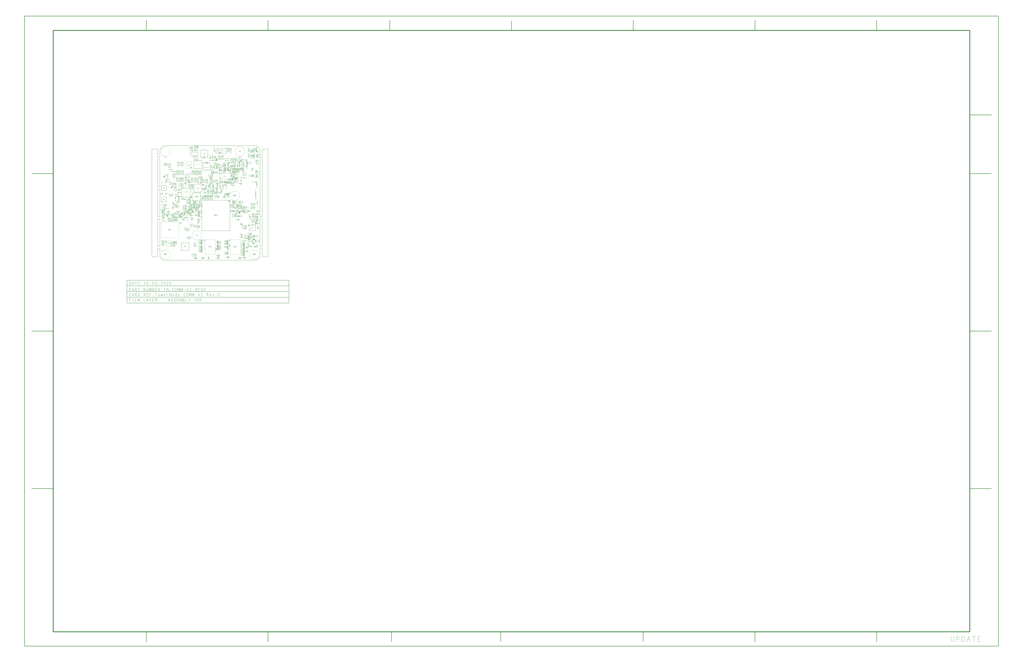
<source format=gbr>
G04 ================== begin FILE IDENTIFICATION RECORD ==================*
G04 Layout Name:  COM_V1_P3-10March2022.brd*
G04 Film Name:    COM_V1_P2-AST.gbr*
G04 File Format:  Gerber RS274X*
G04 File Origin:  Cadence Allegro 16.6-2015-S108*
G04 Origin Date:  Thu Mar 10 23:17:39 2022*
G04 *
G04 Layer:  DRAWING FORMAT/FILM_LABEL_OUTLINE*
G04 Layer:  REF DES/ASSEMBLY_TOP*
G04 Layer:  PACKAGE GEOMETRY/ASSEMBLY_TOP*
G04 Layer:  DRAWING FORMAT/OUTLINE*
G04 Layer:  BOARD GEOMETRY/OUTLINE*
G04 Layer:  BOARD GEOMETRY/TOOLING_CORNERS*
G04 *
G04 Offset:    (0.000 0.000)*
G04 Mirror:    No*
G04 Mode:      Positive*
G04 Rotation:  0*
G04 FullContactRelief:  No*
G04 UndefLineWidth:     6.000*
G04 ================== end FILE IDENTIFICATION RECORD ====================*
%FSLAX55Y55*MOIN*%
%IR0*IPPOS*OFA0.00000B0.00000*MIA0B0*SFA1.00000B1.00000*%
%ADD10C,.004*%
%ADD11C,.005*%
%ADD12C,.006*%
%ADD13C,.005906*%
%ADD14C,.007098*%
%ADD15C,.001969*%
%ADD16C,.01*%
%ADD17C,.03*%
%ADD18C,.015*%
%ADD19C,.0008*%
%ADD20C,.015748*%
G75*
%LPD*%
G75*
G36*
G01X101420Y59645D02*
G03I-575J0D01*
G37*
G36*
G01X107184Y83150D02*
G03I-626J0D01*
G37*
G36*
G01X45706Y253626D02*
Y254126D01*
X43706D01*
Y256626D01*
X43206D01*
Y254126D01*
X39662Y256626D01*
Y254126D01*
X37162D01*
Y253626D01*
X39662D01*
Y251126D01*
X43206Y253626D01*
Y251126D01*
X43706D01*
Y253626D01*
X45706D01*
G37*
G36*
G01X106916Y172898D02*
G03I-433J0D01*
G37*
G36*
G01X9110Y181051D02*
G03I-433J0D01*
G37*
G36*
G01X14572Y296165D02*
X15072D01*
Y294165D01*
X17572D01*
Y293665D01*
X15072D01*
X17572Y290122D01*
X15072D01*
Y287622D01*
X14572D01*
Y290122D01*
X12072D01*
X14572Y293665D01*
X12072D01*
Y294165D01*
X14572D01*
Y296165D01*
G37*
G36*
G01X127867Y49030D02*
G03I-626J0D01*
G37*
G36*
G01X332790Y72417D02*
Y72917D01*
X330790D01*
Y75417D01*
X330290D01*
Y72917D01*
X326746Y75417D01*
Y72917D01*
X324246D01*
Y72417D01*
X326746D01*
Y69917D01*
X330290Y72417D01*
Y69917D01*
X330790D01*
Y72417D01*
X332790D01*
G37*
G36*
G01X331505Y58286D02*
Y58786D01*
X329505D01*
Y61286D01*
X329005D01*
Y58786D01*
X325462Y61286D01*
Y58786D01*
X322962D01*
Y58286D01*
X325462D01*
Y55786D01*
X329005Y58286D01*
Y55786D01*
X329505D01*
Y58286D01*
X331505D01*
G37*
G36*
G01X321731Y161331D02*
G03I-922J0D01*
G37*
G54D10*
G01X103736Y127232D02*
Y124732D01*
G01X102778Y127232D02*
X104694D01*
G01X105503Y124732D02*
Y127232D01*
X106503D01*
X106836Y127107D01*
X107086Y126815D01*
X107169Y126482D01*
X107086Y126148D01*
X106878Y125898D01*
X106503Y125773D01*
X105503D01*
G01X108936Y124732D02*
Y127232D01*
X108436Y126732D01*
G01Y124732D02*
X109436D01*
G01X110619Y125232D02*
X110869Y124940D01*
X111203Y124773D01*
X111578Y124732D01*
X111911Y124773D01*
X112244Y124982D01*
X112453Y125232D01*
X112494Y125482D01*
X112411Y125773D01*
X112119Y125982D01*
X111828Y126065D01*
X111453D01*
G01X111828D02*
X112078Y126190D01*
X112286Y126398D01*
X112369Y126648D01*
X112286Y126898D01*
X112078Y127107D01*
X111703Y127232D01*
X111328Y127190D01*
X110953Y127023D01*
G01X114053Y124732D02*
X114136Y125273D01*
X114261Y125732D01*
X114428Y126148D01*
X114636Y126607D01*
X114969Y127232D01*
X113303D01*
G01X94358Y110145D02*
Y107645D01*
G01X93399Y110145D02*
X95316D01*
G01X96124Y107645D02*
Y110145D01*
X97124D01*
X97458Y110020D01*
X97708Y109728D01*
X97791Y109395D01*
X97708Y109062D01*
X97499Y108812D01*
X97124Y108687D01*
X96124D01*
G01X99558Y107645D02*
Y110145D01*
X99058Y109645D01*
G01Y107645D02*
X100058D01*
G01X101241Y108145D02*
X101491Y107854D01*
X101824Y107687D01*
X102199Y107645D01*
X102533Y107687D01*
X102866Y107895D01*
X103074Y108145D01*
X103116Y108395D01*
X103033Y108687D01*
X102741Y108895D01*
X102449Y108979D01*
X102074D01*
G01X102449D02*
X102699Y109104D01*
X102908Y109312D01*
X102991Y109562D01*
X102908Y109812D01*
X102699Y110020D01*
X102324Y110145D01*
X101949Y110104D01*
X101574Y109937D01*
G01X104758Y107645D02*
X105049Y107687D01*
X105383Y107812D01*
X105591Y108020D01*
X105674Y108312D01*
X105591Y108604D01*
X105341Y108854D01*
X104966Y108979D01*
X104549D01*
X104299Y109062D01*
X104091Y109270D01*
X104008Y109562D01*
X104133Y109854D01*
X104424Y110062D01*
X104758Y110145D01*
X105091Y110062D01*
X105383Y109854D01*
X105508Y109562D01*
X105424Y109270D01*
X105216Y109062D01*
X104966Y108979D01*
X104549D01*
X104174Y108854D01*
X103924Y108604D01*
X103841Y108312D01*
X103924Y108020D01*
X104133Y107812D01*
X104466Y107687D01*
X104758Y107645D01*
G01X84896Y114041D02*
Y111541D01*
G01X83937Y114041D02*
X85854D01*
G01X86662Y111541D02*
Y114041D01*
X87662D01*
X87996Y113916D01*
X88246Y113624D01*
X88329Y113291D01*
X88246Y112958D01*
X88037Y112708D01*
X87662Y112583D01*
X86662D01*
G01X90096Y111541D02*
Y114041D01*
X89596Y113541D01*
G01Y111541D02*
X90596D01*
G01X91779Y112041D02*
X92029Y111749D01*
X92362Y111583D01*
X92737Y111541D01*
X93071Y111583D01*
X93404Y111791D01*
X93612Y112041D01*
X93654Y112291D01*
X93571Y112583D01*
X93279Y112791D01*
X92987Y112875D01*
X92612D01*
G01X92987D02*
X93237Y112999D01*
X93446Y113208D01*
X93529Y113458D01*
X93446Y113708D01*
X93237Y113916D01*
X92862Y114041D01*
X92487Y113999D01*
X92112Y113833D01*
G01X94587Y111833D02*
X94879Y111624D01*
X95212Y111541D01*
X95546Y111624D01*
X95837Y111874D01*
X96046Y112250D01*
X96129Y112624D01*
Y113083D01*
X96046Y113458D01*
X95837Y113791D01*
X95587Y113958D01*
X95296Y114041D01*
X94962Y113958D01*
X94712Y113791D01*
X94546Y113541D01*
X94462Y113208D01*
X94546Y112916D01*
X94754Y112624D01*
X95004Y112458D01*
X95296Y112416D01*
X95629Y112500D01*
X95879Y112708D01*
X96129Y113083D01*
G01X26338Y60036D02*
Y58244D01*
X26505Y57869D01*
X26838Y57619D01*
X27255Y57536D01*
X27672Y57619D01*
X28005Y57869D01*
X28172Y58244D01*
Y60036D01*
G01X29147Y57828D02*
X29438Y57619D01*
X29772Y57536D01*
X30105Y57619D01*
X30397Y57869D01*
X30605Y58244D01*
X30689Y58619D01*
Y59078D01*
X30605Y59453D01*
X30397Y59786D01*
X30147Y59953D01*
X29855Y60036D01*
X29522Y59953D01*
X29272Y59786D01*
X29105Y59536D01*
X29022Y59203D01*
X29105Y58911D01*
X29313Y58619D01*
X29564Y58453D01*
X29855Y58411D01*
X30188Y58494D01*
X30438Y58703D01*
X30689Y59078D01*
G01X32455Y60036D02*
X32122Y59953D01*
X31872Y59744D01*
X31705Y59494D01*
X31580Y59161D01*
X31538Y58786D01*
X31580Y58411D01*
X31705Y58078D01*
X31872Y57828D01*
X32122Y57619D01*
X32455Y57536D01*
X32788Y57619D01*
X33038Y57828D01*
X33205Y58078D01*
X33330Y58411D01*
X33372Y58786D01*
X33330Y59161D01*
X33205Y59494D01*
X33038Y59744D01*
X32788Y59953D01*
X32455Y60036D01*
G01X35055D02*
X34722Y59953D01*
X34472Y59744D01*
X34305Y59494D01*
X34180Y59161D01*
X34138Y58786D01*
X34180Y58411D01*
X34305Y58078D01*
X34472Y57828D01*
X34722Y57619D01*
X35055Y57536D01*
X35388Y57619D01*
X35638Y57828D01*
X35805Y58078D01*
X35930Y58411D01*
X35972Y58786D01*
X35930Y59161D01*
X35805Y59494D01*
X35638Y59744D01*
X35388Y59953D01*
X35055Y60036D01*
G01X36738Y58036D02*
X36988Y57744D01*
X37322Y57578D01*
X37697Y57536D01*
X38030Y57578D01*
X38364Y57786D01*
X38572Y58036D01*
X38614Y58286D01*
X38530Y58578D01*
X38238Y58786D01*
X37947Y58869D01*
X37572D01*
G01X37947D02*
X38197Y58994D01*
X38405Y59203D01*
X38488Y59453D01*
X38405Y59703D01*
X38197Y59911D01*
X37822Y60036D01*
X37447Y59994D01*
X37072Y59828D01*
G01X78923Y137687D02*
X76423D01*
Y138729D01*
X76548Y139062D01*
X76714Y139270D01*
X77048Y139354D01*
X77381Y139270D01*
X77589Y139020D01*
X77714Y138729D01*
Y137687D01*
G01Y138729D02*
X78923Y139354D01*
G01Y141120D02*
X76423D01*
X76923Y140620D01*
G01X78923D02*
Y141620D01*
G01Y143720D02*
X76423D01*
X76923Y143220D01*
G01X78923D02*
Y144220D01*
G01X76839Y145529D02*
X76589Y145779D01*
X76464Y146070D01*
X76423Y146404D01*
X76506Y146820D01*
X76714Y147112D01*
X76964Y147195D01*
X77214Y147154D01*
X77423Y146987D01*
X77839Y146154D01*
X78131Y145779D01*
X78548Y145529D01*
X78923Y145445D01*
Y147195D01*
G01Y148837D02*
X78381Y148920D01*
X77923Y149045D01*
X77506Y149212D01*
X77048Y149420D01*
X76423Y149754D01*
Y148087D01*
G01X78548Y150604D02*
X78756Y150854D01*
X78881Y151145D01*
X78923Y151520D01*
X78839Y151895D01*
X78673Y152187D01*
X78381Y152395D01*
X78048Y152437D01*
X77714Y152354D01*
X77506Y152145D01*
X77339Y151854D01*
X77298Y151562D01*
X77339Y151270D01*
X77506Y150895D01*
X76423Y151020D01*
Y152145D01*
G01X36032Y136368D02*
X33532D01*
Y137409D01*
X33657Y137742D01*
X33824Y137951D01*
X34157Y138034D01*
X34490Y137951D01*
X34699Y137701D01*
X34824Y137409D01*
Y136368D01*
G01Y137409D02*
X36032Y138034D01*
G01Y139801D02*
X33532D01*
X34032Y139301D01*
G01X36032D02*
Y140301D01*
G01Y142317D02*
X35490Y142401D01*
X35032Y142526D01*
X34615Y142692D01*
X34157Y142901D01*
X33532Y143234D01*
Y141568D01*
G01X35657Y144084D02*
X35865Y144334D01*
X35990Y144626D01*
X36032Y145001D01*
X35949Y145376D01*
X35782Y145667D01*
X35490Y145876D01*
X35157Y145918D01*
X34824Y145834D01*
X34615Y145626D01*
X34449Y145334D01*
X34407Y145042D01*
X34449Y144751D01*
X34615Y144376D01*
X33532Y144501D01*
Y145626D01*
G01X35532Y146684D02*
X35824Y146934D01*
X35990Y147267D01*
X36032Y147642D01*
X35990Y147976D01*
X35782Y148309D01*
X35532Y148518D01*
X35282Y148559D01*
X34990Y148476D01*
X34782Y148184D01*
X34699Y147892D01*
Y147517D01*
G01Y147892D02*
X34574Y148142D01*
X34365Y148351D01*
X34115Y148434D01*
X33865Y148351D01*
X33657Y148142D01*
X33532Y147768D01*
X33574Y147392D01*
X33740Y147018D01*
G01X32581Y136368D02*
X30081D01*
Y137409D01*
X30206Y137742D01*
X30373Y137951D01*
X30706Y138034D01*
X31040Y137951D01*
X31248Y137701D01*
X31373Y137409D01*
Y136368D01*
G01Y137409D02*
X32581Y138034D01*
G01Y139801D02*
X30081D01*
X30581Y139301D01*
G01X32581D02*
Y140301D01*
G01Y142317D02*
X32040Y142401D01*
X31581Y142526D01*
X31164Y142692D01*
X30706Y142901D01*
X30081Y143234D01*
Y141568D01*
G01X32206Y144084D02*
X32415Y144334D01*
X32540Y144626D01*
X32581Y145001D01*
X32498Y145376D01*
X32331Y145667D01*
X32040Y145876D01*
X31706Y145918D01*
X31373Y145834D01*
X31164Y145626D01*
X30998Y145334D01*
X30956Y145042D01*
X30998Y144751D01*
X31164Y144376D01*
X30081Y144501D01*
Y145626D01*
G01X30498Y146809D02*
X30248Y147059D01*
X30123Y147351D01*
X30081Y147684D01*
X30164Y148101D01*
X30373Y148392D01*
X30623Y148476D01*
X30873Y148434D01*
X31081Y148267D01*
X31498Y147434D01*
X31790Y147059D01*
X32206Y146809D01*
X32581Y146726D01*
Y148476D01*
G01X42377Y136368D02*
X39877D01*
Y137409D01*
X40002Y137742D01*
X40168Y137951D01*
X40502Y138034D01*
X40835Y137951D01*
X41043Y137701D01*
X41168Y137409D01*
Y136368D01*
G01Y137409D02*
X42377Y138034D01*
G01Y139801D02*
X39877D01*
X40377Y139301D01*
G01X42377D02*
Y140301D01*
G01Y142317D02*
X41835Y142401D01*
X41377Y142526D01*
X40960Y142692D01*
X40502Y142901D01*
X39877Y143234D01*
Y141568D01*
G01X42002Y144084D02*
X42210Y144334D01*
X42335Y144626D01*
X42377Y145001D01*
X42294Y145376D01*
X42127Y145667D01*
X41835Y145876D01*
X41502Y145918D01*
X41168Y145834D01*
X40960Y145626D01*
X40794Y145334D01*
X40752Y145042D01*
X40794Y144751D01*
X40960Y144376D01*
X39877Y144501D01*
Y145626D01*
G01X42377Y147601D02*
X39877D01*
X40377Y147101D01*
G01X42377D02*
Y148101D01*
G01X39149Y136256D02*
X36649D01*
Y137298D01*
X36774Y137631D01*
X36940Y137840D01*
X37274Y137923D01*
X37607Y137840D01*
X37815Y137590D01*
X37940Y137298D01*
Y136256D01*
G01Y137298D02*
X39149Y137923D01*
G01Y139690D02*
X36649D01*
X37149Y139190D01*
G01X39149D02*
Y140190D01*
G01Y142206D02*
X38607Y142290D01*
X38149Y142415D01*
X37732Y142581D01*
X37274Y142790D01*
X36649Y143123D01*
Y141456D01*
G01X38774Y143973D02*
X38982Y144223D01*
X39107Y144515D01*
X39149Y144890D01*
X39066Y145265D01*
X38899Y145556D01*
X38607Y145765D01*
X38274Y145806D01*
X37940Y145723D01*
X37732Y145515D01*
X37565Y145223D01*
X37524Y144931D01*
X37565Y144640D01*
X37732Y144265D01*
X36649Y144390D01*
Y145515D01*
G01Y147490D02*
X36732Y147156D01*
X36940Y146906D01*
X37190Y146740D01*
X37524Y146615D01*
X37899Y146573D01*
X38274Y146615D01*
X38607Y146740D01*
X38857Y146906D01*
X39066Y147156D01*
X39149Y147490D01*
X39066Y147823D01*
X38857Y148073D01*
X38607Y148240D01*
X38274Y148365D01*
X37899Y148406D01*
X37524Y148365D01*
X37190Y148240D01*
X36940Y148073D01*
X36732Y147823D01*
X36649Y147490D01*
G01X4494Y66464D02*
Y68964D01*
X5536D01*
X5869Y68839D01*
X6078Y68673D01*
X6161Y68339D01*
X6078Y68006D01*
X5828Y67798D01*
X5536Y67673D01*
X4494D01*
G01X5536D02*
X6161Y66464D01*
G01X7928D02*
Y68964D01*
X7428Y68464D01*
G01Y66464D02*
X8428D01*
G01X9611Y66964D02*
X9861Y66673D01*
X10194Y66506D01*
X10569Y66464D01*
X10903Y66506D01*
X11236Y66714D01*
X11444Y66964D01*
X11486Y67214D01*
X11403Y67506D01*
X11111Y67714D01*
X10819Y67798D01*
X10444D01*
G01X10819D02*
X11069Y67923D01*
X11278Y68131D01*
X11361Y68381D01*
X11278Y68631D01*
X11069Y68839D01*
X10694Y68964D01*
X10319Y68923D01*
X9944Y68756D01*
G01X12211Y66839D02*
X12461Y66631D01*
X12753Y66506D01*
X13128Y66464D01*
X13503Y66548D01*
X13794Y66714D01*
X14003Y67006D01*
X14044Y67339D01*
X13961Y67673D01*
X13753Y67881D01*
X13461Y68048D01*
X13169Y68089D01*
X12878Y68048D01*
X12503Y67881D01*
X12628Y68964D01*
X13753D01*
G01X14936Y68548D02*
X15186Y68798D01*
X15478Y68923D01*
X15811Y68964D01*
X16228Y68881D01*
X16519Y68673D01*
X16603Y68423D01*
X16561Y68173D01*
X16394Y67964D01*
X15561Y67548D01*
X15186Y67256D01*
X14936Y66839D01*
X14853Y66464D01*
X16603D01*
G01X10930Y58935D02*
Y61435D01*
X11972D01*
X12305Y61310D01*
X12513Y61143D01*
X12596Y60810D01*
X12513Y60476D01*
X12263Y60268D01*
X11972Y60143D01*
X10930D01*
G01X11972D02*
X12596Y58935D01*
G01X14363D02*
Y61435D01*
X13863Y60935D01*
G01Y58935D02*
X14863D01*
G01X16046Y59435D02*
X16296Y59143D01*
X16630Y58976D01*
X17005Y58935D01*
X17338Y58976D01*
X17672Y59185D01*
X17880Y59435D01*
X17922Y59685D01*
X17838Y59976D01*
X17546Y60185D01*
X17255Y60268D01*
X16880D01*
G01X17255D02*
X17505Y60393D01*
X17713Y60601D01*
X17796Y60851D01*
X17713Y61102D01*
X17505Y61310D01*
X17130Y61435D01*
X16755Y61393D01*
X16380Y61226D01*
G01X18647Y59310D02*
X18896Y59101D01*
X19188Y58976D01*
X19563Y58935D01*
X19938Y59018D01*
X20230Y59185D01*
X20438Y59476D01*
X20480Y59810D01*
X20396Y60143D01*
X20188Y60352D01*
X19896Y60518D01*
X19605Y60560D01*
X19313Y60518D01*
X18938Y60352D01*
X19063Y61435D01*
X20188D01*
G01X22663Y58935D02*
Y61435D01*
X21122Y59643D01*
X23205D01*
G01X4545Y51685D02*
Y54185D01*
X5587D01*
X5920Y54060D01*
X6128Y53893D01*
X6212Y53560D01*
X6128Y53226D01*
X5878Y53018D01*
X5587Y52893D01*
X4545D01*
G01X5587D02*
X6212Y51685D01*
G01X7978D02*
Y54185D01*
X7478Y53685D01*
G01Y51685D02*
X8478D01*
G01X9662Y52185D02*
X9912Y51893D01*
X10245Y51726D01*
X10620Y51685D01*
X10953Y51726D01*
X11287Y51935D01*
X11495Y52185D01*
X11537Y52435D01*
X11453Y52726D01*
X11162Y52935D01*
X10870Y53018D01*
X10495D01*
G01X10870D02*
X11120Y53143D01*
X11328Y53351D01*
X11412Y53601D01*
X11328Y53852D01*
X11120Y54060D01*
X10745Y54185D01*
X10370Y54143D01*
X9995Y53976D01*
G01X12262Y52060D02*
X12512Y51851D01*
X12803Y51726D01*
X13178Y51685D01*
X13553Y51768D01*
X13845Y51935D01*
X14053Y52226D01*
X14095Y52560D01*
X14012Y52893D01*
X13803Y53102D01*
X13512Y53268D01*
X13220Y53310D01*
X12928Y53268D01*
X12553Y53102D01*
X12678Y54185D01*
X13803D01*
G01X14862Y52185D02*
X15112Y51893D01*
X15445Y51726D01*
X15820Y51685D01*
X16153Y51726D01*
X16487Y51935D01*
X16695Y52185D01*
X16737Y52435D01*
X16653Y52726D01*
X16362Y52935D01*
X16070Y53018D01*
X15695D01*
G01X16070D02*
X16320Y53143D01*
X16528Y53351D01*
X16612Y53601D01*
X16528Y53852D01*
X16320Y54060D01*
X15945Y54185D01*
X15570Y54143D01*
X15195Y53976D01*
G01X38047Y62890D02*
Y65390D01*
X39089D01*
X39422Y65265D01*
X39630Y65099D01*
X39714Y64765D01*
X39630Y64432D01*
X39380Y64224D01*
X39089Y64099D01*
X38047D01*
G01X39089D02*
X39714Y62890D01*
G01X41480D02*
Y65390D01*
X40980Y64890D01*
G01Y62890D02*
X41980D01*
G01X43164Y63390D02*
X43414Y63099D01*
X43747Y62932D01*
X44122Y62890D01*
X44455Y62932D01*
X44789Y63140D01*
X44997Y63390D01*
X45039Y63640D01*
X44955Y63932D01*
X44664Y64140D01*
X44372Y64224D01*
X43997D01*
G01X44372D02*
X44622Y64349D01*
X44830Y64557D01*
X44914Y64807D01*
X44830Y65057D01*
X44622Y65265D01*
X44247Y65390D01*
X43872Y65349D01*
X43497Y65182D01*
G01X45764Y63265D02*
X46014Y63057D01*
X46305Y62932D01*
X46680Y62890D01*
X47055Y62974D01*
X47347Y63140D01*
X47555Y63432D01*
X47597Y63765D01*
X47514Y64099D01*
X47305Y64307D01*
X47014Y64474D01*
X46722Y64515D01*
X46430Y64474D01*
X46055Y64307D01*
X46180Y65390D01*
X47305D01*
G01X48572Y63182D02*
X48864Y62974D01*
X49197Y62890D01*
X49530Y62974D01*
X49822Y63224D01*
X50030Y63599D01*
X50114Y63974D01*
Y64432D01*
X50030Y64807D01*
X49822Y65140D01*
X49572Y65307D01*
X49280Y65390D01*
X48947Y65307D01*
X48697Y65140D01*
X48530Y64890D01*
X48447Y64557D01*
X48530Y64265D01*
X48739Y63974D01*
X48989Y63807D01*
X49280Y63765D01*
X49614Y63849D01*
X49864Y64057D01*
X50114Y64432D01*
G01X37959Y59021D02*
Y61521D01*
X39000D01*
X39334Y61396D01*
X39542Y61229D01*
X39625Y60896D01*
X39542Y60563D01*
X39292Y60355D01*
X39000Y60230D01*
X37959D01*
G01X39000D02*
X39625Y59021D01*
G01X41392D02*
Y61521D01*
X40892Y61021D01*
G01Y59021D02*
X41892D01*
G01X43075Y59521D02*
X43325Y59230D01*
X43659Y59063D01*
X44034Y59021D01*
X44367Y59063D01*
X44700Y59271D01*
X44909Y59521D01*
X44950Y59771D01*
X44867Y60063D01*
X44575Y60271D01*
X44284Y60355D01*
X43909D01*
G01X44284D02*
X44534Y60480D01*
X44742Y60688D01*
X44825Y60938D01*
X44742Y61188D01*
X44534Y61396D01*
X44159Y61521D01*
X43784Y61480D01*
X43409Y61313D01*
G01X45675Y59396D02*
X45925Y59188D01*
X46217Y59063D01*
X46592Y59021D01*
X46967Y59104D01*
X47259Y59271D01*
X47467Y59563D01*
X47509Y59896D01*
X47425Y60230D01*
X47217Y60438D01*
X46925Y60604D01*
X46634Y60646D01*
X46342Y60604D01*
X45967Y60438D01*
X46092Y61521D01*
X47217D01*
G01X49192Y59021D02*
X49484Y59063D01*
X49817Y59188D01*
X50025Y59396D01*
X50109Y59688D01*
X50025Y59980D01*
X49775Y60230D01*
X49400Y60355D01*
X48984D01*
X48734Y60438D01*
X48525Y60646D01*
X48442Y60938D01*
X48567Y61229D01*
X48859Y61438D01*
X49192Y61521D01*
X49525Y61438D01*
X49817Y61229D01*
X49942Y60938D01*
X49859Y60646D01*
X49650Y60438D01*
X49400Y60355D01*
X48984D01*
X48609Y60230D01*
X48359Y59980D01*
X48275Y59688D01*
X48359Y59396D01*
X48567Y59188D01*
X48900Y59063D01*
X49192Y59021D01*
G01X37987Y49031D02*
Y51531D01*
X39028D01*
X39362Y51406D01*
X39570Y51239D01*
X39653Y50906D01*
X39570Y50572D01*
X39320Y50364D01*
X39028Y50239D01*
X37987D01*
G01X39028D02*
X39653Y49031D01*
G01X41420D02*
Y51531D01*
X40920Y51031D01*
G01Y49031D02*
X41920D01*
G01X43103Y49531D02*
X43353Y49239D01*
X43687Y49072D01*
X44062Y49031D01*
X44395Y49072D01*
X44728Y49281D01*
X44937Y49531D01*
X44978Y49781D01*
X44895Y50072D01*
X44603Y50281D01*
X44312Y50364D01*
X43937D01*
G01X44312D02*
X44562Y50489D01*
X44770Y50697D01*
X44853Y50947D01*
X44770Y51198D01*
X44562Y51406D01*
X44187Y51531D01*
X43812Y51489D01*
X43437Y51322D01*
G01X45828Y50072D02*
X46120Y50364D01*
X46370Y50531D01*
X46703Y50614D01*
X46995Y50531D01*
X47203Y50364D01*
X47370Y50114D01*
X47412Y49822D01*
X47370Y49572D01*
X47203Y49322D01*
X46953Y49114D01*
X46662Y49031D01*
X46328Y49114D01*
X46037Y49364D01*
X45870Y49739D01*
X45828Y50156D01*
X45912Y50697D01*
X46037Y50989D01*
X46245Y51281D01*
X46537Y51489D01*
X46828Y51531D01*
X47120Y51448D01*
X47328Y51239D01*
G01X49220Y51531D02*
X48887Y51448D01*
X48637Y51239D01*
X48470Y50989D01*
X48345Y50656D01*
X48303Y50281D01*
X48345Y49906D01*
X48470Y49572D01*
X48637Y49322D01*
X48887Y49114D01*
X49220Y49031D01*
X49553Y49114D01*
X49803Y49322D01*
X49970Y49572D01*
X50095Y49906D01*
X50137Y50281D01*
X50095Y50656D01*
X49970Y50989D01*
X49803Y51239D01*
X49553Y51448D01*
X49220Y51531D01*
G01X38289Y54000D02*
Y56500D01*
X39330D01*
X39664Y56375D01*
X39872Y56208D01*
X39955Y55875D01*
X39872Y55541D01*
X39622Y55333D01*
X39330Y55208D01*
X38289D01*
G01X39330D02*
X39955Y54000D01*
G01X41722D02*
Y56500D01*
X41222Y56000D01*
G01Y54000D02*
X42222D01*
G01X43405Y54500D02*
X43655Y54208D01*
X43989Y54041D01*
X44364Y54000D01*
X44697Y54041D01*
X45030Y54250D01*
X45239Y54500D01*
X45280Y54750D01*
X45197Y55041D01*
X44905Y55250D01*
X44614Y55333D01*
X44239D01*
G01X44614D02*
X44864Y55458D01*
X45072Y55666D01*
X45155Y55916D01*
X45072Y56166D01*
X44864Y56375D01*
X44489Y56500D01*
X44114Y56458D01*
X43739Y56291D01*
G01X46130Y55041D02*
X46422Y55333D01*
X46672Y55500D01*
X47005Y55583D01*
X47297Y55500D01*
X47505Y55333D01*
X47672Y55083D01*
X47714Y54791D01*
X47672Y54541D01*
X47505Y54291D01*
X47255Y54083D01*
X46964Y54000D01*
X46630Y54083D01*
X46339Y54333D01*
X46172Y54708D01*
X46130Y55125D01*
X46214Y55666D01*
X46339Y55958D01*
X46547Y56250D01*
X46839Y56458D01*
X47130Y56500D01*
X47422Y56416D01*
X47630Y56208D01*
G01X49522Y54000D02*
Y56500D01*
X49022Y56000D01*
G01Y54000D02*
X50022D01*
G01X56617Y57520D02*
X56492Y57270D01*
X56409Y56979D01*
Y56645D01*
X56534Y56270D01*
X56742Y55979D01*
X56992Y55770D01*
X57409Y55603D01*
X57784Y55562D01*
X58159Y55645D01*
X58409Y55770D01*
X58659Y56020D01*
X58826Y56312D01*
X58909Y56604D01*
Y56895D01*
X58826Y57187D01*
X58700Y57437D01*
X58534Y57645D01*
G01X58909Y59704D02*
X56409D01*
X58200Y58162D01*
Y60245D01*
G01X57867Y61012D02*
X57575Y61304D01*
X57409Y61554D01*
X57325Y61887D01*
X57409Y62179D01*
X57575Y62387D01*
X57825Y62554D01*
X58117Y62595D01*
X58367Y62554D01*
X58617Y62387D01*
X58826Y62137D01*
X58909Y61845D01*
X58826Y61512D01*
X58576Y61220D01*
X58200Y61054D01*
X57784Y61012D01*
X57242Y61095D01*
X56950Y61220D01*
X56659Y61429D01*
X56450Y61720D01*
X56409Y62012D01*
X56492Y62304D01*
X56700Y62512D01*
G01X57867Y63612D02*
X57575Y63904D01*
X57409Y64154D01*
X57325Y64487D01*
X57409Y64779D01*
X57575Y64987D01*
X57825Y65154D01*
X58117Y65195D01*
X58367Y65154D01*
X58617Y64987D01*
X58826Y64737D01*
X58909Y64445D01*
X58826Y64112D01*
X58576Y63820D01*
X58200Y63654D01*
X57784Y63612D01*
X57242Y63695D01*
X56950Y63820D01*
X56659Y64029D01*
X56450Y64320D01*
X56409Y64612D01*
X56492Y64904D01*
X56700Y65112D01*
G01X56825Y66212D02*
X56576Y66462D01*
X56450Y66754D01*
X56409Y67087D01*
X56492Y67504D01*
X56700Y67795D01*
X56950Y67879D01*
X57200Y67837D01*
X57409Y67670D01*
X57825Y66837D01*
X58117Y66462D01*
X58534Y66212D01*
X58909Y66129D01*
Y67879D01*
G01X108990Y139102D02*
X108865Y138852D01*
X108782Y138561D01*
Y138227D01*
X108907Y137852D01*
X109115Y137561D01*
X109365Y137352D01*
X109782Y137186D01*
X110157Y137144D01*
X110532Y137227D01*
X110782Y137352D01*
X111032Y137602D01*
X111199Y137894D01*
X111282Y138186D01*
Y138477D01*
X111199Y138769D01*
X111074Y139019D01*
X110907Y139227D01*
G01X110782Y139869D02*
X111074Y140119D01*
X111240Y140452D01*
X111282Y140827D01*
X111240Y141161D01*
X111032Y141494D01*
X110782Y141702D01*
X110532Y141744D01*
X110240Y141661D01*
X110032Y141369D01*
X109949Y141077D01*
Y140702D01*
G01Y141077D02*
X109824Y141327D01*
X109615Y141536D01*
X109365Y141619D01*
X109115Y141536D01*
X108907Y141327D01*
X108782Y140952D01*
X108824Y140577D01*
X108990Y140202D01*
G01X111282Y142302D02*
X108782D01*
X110865Y143386D01*
X108782Y144469D01*
X111282D01*
G01Y145986D02*
X108782D01*
X109282Y145486D01*
G01X111282D02*
Y146486D01*
G01Y148502D02*
X110740Y148586D01*
X110282Y148711D01*
X109865Y148877D01*
X109407Y149086D01*
X108782Y149419D01*
Y147752D01*
G01X110990Y150477D02*
X111199Y150769D01*
X111282Y151102D01*
X111199Y151436D01*
X110949Y151727D01*
X110574Y151936D01*
X110199Y152019D01*
X109740D01*
X109365Y151936D01*
X109032Y151727D01*
X108865Y151477D01*
X108782Y151186D01*
X108865Y150852D01*
X109032Y150602D01*
X109282Y150436D01*
X109615Y150352D01*
X109907Y150436D01*
X110199Y150644D01*
X110365Y150894D01*
X110407Y151186D01*
X110324Y151519D01*
X110115Y151769D01*
X109740Y152019D01*
G01X64463Y133592D02*
Y79092D01*
X4963D01*
Y134092D01*
X64463D01*
Y133592D01*
G01X97614Y77237D02*
Y79737D01*
X99531Y77237D01*
Y79737D01*
G01X100340Y77237D02*
Y79737D01*
X101381D01*
X101714Y79612D01*
X101923Y79446D01*
X102006Y79112D01*
X101923Y78779D01*
X101673Y78571D01*
X101381Y78446D01*
X100340D01*
G01X101381D02*
X102006Y77237D01*
G01X104273D02*
Y79737D01*
X102731Y77946D01*
X104815D01*
G01X71311Y124117D02*
X68811D01*
Y125159D01*
X68936Y125492D01*
X69103Y125700D01*
X69436Y125784D01*
X69770Y125700D01*
X69978Y125450D01*
X70103Y125159D01*
Y124117D01*
G01Y125159D02*
X71311Y125784D01*
G01Y127550D02*
X68811D01*
X69311Y127050D01*
G01X71311D02*
Y128050D01*
G01Y130150D02*
X71270Y130442D01*
X71145Y130775D01*
X70936Y130984D01*
X70645Y131067D01*
X70353Y130984D01*
X70103Y130734D01*
X69978Y130359D01*
Y129942D01*
X69894Y129692D01*
X69686Y129484D01*
X69395Y129400D01*
X69103Y129525D01*
X68894Y129817D01*
X68811Y130150D01*
X68894Y130484D01*
X69103Y130775D01*
X69395Y130900D01*
X69686Y130817D01*
X69894Y130609D01*
X69978Y130359D01*
Y129942D01*
X70103Y129567D01*
X70353Y129317D01*
X70645Y129234D01*
X70936Y129317D01*
X71145Y129525D01*
X71270Y129859D01*
X71311Y130150D01*
G01X70936Y131834D02*
X71145Y132084D01*
X71270Y132375D01*
X71311Y132750D01*
X71228Y133125D01*
X71061Y133417D01*
X70770Y133625D01*
X70436Y133667D01*
X70103Y133584D01*
X69894Y133375D01*
X69728Y133084D01*
X69686Y132792D01*
X69728Y132500D01*
X69894Y132125D01*
X68811Y132250D01*
Y133375D01*
G01X8080Y140255D02*
X7955Y140005D01*
X7872Y139713D01*
Y139380D01*
X7997Y139005D01*
X8205Y138713D01*
X8455Y138505D01*
X8872Y138338D01*
X9246Y138296D01*
X9622Y138380D01*
X9872Y138505D01*
X10122Y138755D01*
X10288Y139046D01*
X10372Y139338D01*
Y139630D01*
X10288Y139921D01*
X10163Y140171D01*
X9997Y140380D01*
G01X10372Y142438D02*
X7872D01*
X9663Y140896D01*
Y142980D01*
G01X10372Y144455D02*
X9830Y144538D01*
X9372Y144663D01*
X8955Y144830D01*
X8496Y145038D01*
X7872Y145371D01*
Y143705D01*
G01X9997Y146221D02*
X10205Y146471D01*
X10330Y146763D01*
X10372Y147138D01*
X10288Y147513D01*
X10122Y147805D01*
X9830Y148013D01*
X9496Y148055D01*
X9163Y147971D01*
X8955Y147763D01*
X8788Y147471D01*
X8746Y147180D01*
X8788Y146888D01*
X8955Y146513D01*
X7872Y146638D01*
Y147763D01*
G01Y149738D02*
X7955Y149405D01*
X8163Y149155D01*
X8413Y148988D01*
X8746Y148863D01*
X9122Y148821D01*
X9496Y148863D01*
X9830Y148988D01*
X10080Y149155D01*
X10288Y149405D01*
X10372Y149738D01*
X10288Y150071D01*
X10080Y150321D01*
X9830Y150488D01*
X9496Y150613D01*
X9122Y150655D01*
X8746Y150613D01*
X8413Y150488D01*
X8163Y150321D01*
X7955Y150071D01*
X7872Y149738D01*
G01X14821Y135524D02*
X12321D01*
Y136566D01*
X12446Y136899D01*
X12612Y137107D01*
X12946Y137190D01*
X13279Y137107D01*
X13487Y136857D01*
X13612Y136566D01*
Y135524D01*
G01Y136566D02*
X14821Y137190D01*
G01Y138957D02*
X12321D01*
X12821Y138457D01*
G01X14821D02*
Y139457D01*
G01Y141557D02*
X12321D01*
X12821Y141057D01*
G01X14821D02*
Y142057D01*
G01Y144657D02*
X12321D01*
X14112Y143116D01*
Y145199D01*
G01X14529Y146049D02*
X14737Y146340D01*
X14821Y146674D01*
X14737Y147007D01*
X14487Y147299D01*
X14112Y147507D01*
X13737Y147590D01*
X13279D01*
X12904Y147507D01*
X12571Y147299D01*
X12404Y147049D01*
X12321Y146757D01*
X12404Y146424D01*
X12571Y146174D01*
X12821Y146007D01*
X13154Y145924D01*
X13446Y146007D01*
X13737Y146216D01*
X13904Y146466D01*
X13946Y146757D01*
X13862Y147090D01*
X13654Y147340D01*
X13279Y147590D01*
G01X14446Y148440D02*
X14654Y148690D01*
X14779Y148982D01*
X14821Y149357D01*
X14737Y149732D01*
X14571Y150024D01*
X14279Y150232D01*
X13946Y150274D01*
X13612Y150190D01*
X13404Y149982D01*
X13237Y149690D01*
X13196Y149399D01*
X13237Y149107D01*
X13404Y148732D01*
X12321Y148857D01*
Y149982D01*
G01X58189Y203203D02*
Y200703D01*
G01X57230Y203203D02*
X59147D01*
G01X59955Y200703D02*
Y203203D01*
X60955D01*
X61289Y203078D01*
X61539Y202787D01*
X61622Y202453D01*
X61539Y202120D01*
X61330Y201870D01*
X60955Y201745D01*
X59955D01*
G01X63389Y200703D02*
Y203203D01*
X62889Y202703D01*
G01Y200703D02*
X63889D01*
G01X65197Y202787D02*
X65447Y203037D01*
X65739Y203162D01*
X66072Y203203D01*
X66489Y203120D01*
X66780Y202912D01*
X66864Y202662D01*
X66822Y202412D01*
X66655Y202203D01*
X65822Y201786D01*
X65447Y201495D01*
X65197Y201078D01*
X65114Y200703D01*
X66864D01*
G01X67797Y201745D02*
X68089Y202037D01*
X68339Y202203D01*
X68672Y202286D01*
X68964Y202203D01*
X69172Y202037D01*
X69339Y201786D01*
X69380Y201495D01*
X69339Y201245D01*
X69172Y200995D01*
X68922Y200787D01*
X68630Y200703D01*
X68297Y200787D01*
X68006Y201037D01*
X67839Y201412D01*
X67797Y201828D01*
X67880Y202370D01*
X68006Y202662D01*
X68214Y202953D01*
X68505Y203162D01*
X68797Y203203D01*
X69089Y203120D01*
X69297Y202912D01*
G01X60490Y243946D02*
Y241446D01*
G01X59531Y243946D02*
X61448D01*
G01X62256Y241446D02*
Y243946D01*
X63256D01*
X63590Y243821D01*
X63840Y243530D01*
X63923Y243196D01*
X63840Y242863D01*
X63631Y242613D01*
X63256Y242488D01*
X62256D01*
G01X65690Y241446D02*
Y243946D01*
X65190Y243446D01*
G01Y241446D02*
X66190D01*
G01X67498Y243530D02*
X67748Y243780D01*
X68040Y243905D01*
X68373Y243946D01*
X68790Y243863D01*
X69081Y243655D01*
X69165Y243405D01*
X69123Y243155D01*
X68956Y242946D01*
X68123Y242530D01*
X67748Y242238D01*
X67498Y241821D01*
X67415Y241446D01*
X69165D01*
G01X70806D02*
X70890Y241988D01*
X71015Y242446D01*
X71181Y242863D01*
X71390Y243321D01*
X71723Y243946D01*
X70056D01*
G01X110437Y157360D02*
X110187Y157485D01*
X109895Y157568D01*
X109562D01*
X109187Y157443D01*
X108895Y157235D01*
X108687Y156985D01*
X108520Y156568D01*
X108478Y156193D01*
X108562Y155818D01*
X108687Y155568D01*
X108937Y155318D01*
X109228Y155151D01*
X109520Y155068D01*
X109812D01*
X110103Y155151D01*
X110353Y155276D01*
X110562Y155443D01*
G01X111328Y157151D02*
X111578Y157401D01*
X111870Y157526D01*
X112203Y157568D01*
X112620Y157485D01*
X112912Y157276D01*
X112995Y157026D01*
X112953Y156776D01*
X112787Y156568D01*
X111953Y156151D01*
X111578Y155860D01*
X111328Y155443D01*
X111245Y155068D01*
X112995D01*
G01X115637Y157360D02*
X115387Y157485D01*
X115095Y157568D01*
X114762D01*
X114387Y157443D01*
X114095Y157235D01*
X113887Y156985D01*
X113720Y156568D01*
X113678Y156193D01*
X113762Y155818D01*
X113887Y155568D01*
X114137Y155318D01*
X114428Y155151D01*
X114720Y155068D01*
X115012D01*
X115303Y155151D01*
X115553Y155276D01*
X115762Y155443D01*
G01X117237Y155068D02*
X117320Y155610D01*
X117445Y156068D01*
X117612Y156485D01*
X117820Y156943D01*
X118153Y157568D01*
X116487D01*
G01X26481Y172246D02*
X26231Y172372D01*
X25939Y172455D01*
X25606D01*
X25231Y172330D01*
X24939Y172122D01*
X24731Y171871D01*
X24564Y171455D01*
X24523Y171080D01*
X24606Y170705D01*
X24731Y170455D01*
X24981Y170205D01*
X25273Y170038D01*
X25564Y169955D01*
X25856D01*
X26148Y170038D01*
X26398Y170163D01*
X26606Y170330D01*
G01X28164Y169955D02*
Y172455D01*
X27664Y171955D01*
G01Y169955D02*
X28664D01*
G01X29848D02*
Y172455D01*
X30681D01*
X31014Y172330D01*
X31264Y172163D01*
X31473Y171913D01*
X31639Y171621D01*
X31681Y171205D01*
X31639Y170788D01*
X31473Y170496D01*
X31264Y170246D01*
X31014Y170080D01*
X30681Y169955D01*
X29848D01*
G01X32573Y172038D02*
X32823Y172288D01*
X33114Y172413D01*
X33448Y172455D01*
X33864Y172372D01*
X34156Y172163D01*
X34239Y171913D01*
X34198Y171663D01*
X34031Y171455D01*
X33198Y171038D01*
X32823Y170746D01*
X32573Y170330D01*
X32489Y169955D01*
X34239D01*
G01X44071Y150948D02*
X43821Y151073D01*
X43529Y151156D01*
X43196D01*
X42821Y151031D01*
X42529Y150823D01*
X42321Y150573D01*
X42154Y150156D01*
X42113Y149781D01*
X42196Y149406D01*
X42321Y149156D01*
X42571Y148906D01*
X42863Y148740D01*
X43154Y148656D01*
X43446D01*
X43738Y148740D01*
X43988Y148865D01*
X44196Y149031D01*
G01X46254Y148656D02*
Y151156D01*
X44713Y149365D01*
X46796D01*
G01X47563Y149698D02*
X47854Y149990D01*
X48104Y150156D01*
X48438Y150240D01*
X48729Y150156D01*
X48938Y149990D01*
X49104Y149740D01*
X49146Y149448D01*
X49104Y149198D01*
X48938Y148948D01*
X48688Y148740D01*
X48396Y148656D01*
X48063Y148740D01*
X47771Y148990D01*
X47604Y149365D01*
X47563Y149781D01*
X47646Y150323D01*
X47771Y150615D01*
X47979Y150906D01*
X48271Y151115D01*
X48563Y151156D01*
X48854Y151073D01*
X49063Y150865D01*
G01X50871Y148656D02*
X50954Y149198D01*
X51079Y149656D01*
X51246Y150073D01*
X51454Y150531D01*
X51788Y151156D01*
X50121D01*
G01X52763Y150740D02*
X53013Y150990D01*
X53304Y151115D01*
X53638Y151156D01*
X54054Y151073D01*
X54346Y150865D01*
X54429Y150615D01*
X54388Y150365D01*
X54221Y150156D01*
X53388Y149740D01*
X53013Y149448D01*
X52763Y149031D01*
X52679Y148656D01*
X54429D01*
G01X58876Y148608D02*
X58626Y148733D01*
X58335Y148816D01*
X58001D01*
X57626Y148691D01*
X57335Y148483D01*
X57126Y148233D01*
X56960Y147816D01*
X56918Y147441D01*
X57001Y147066D01*
X57126Y146816D01*
X57376Y146566D01*
X57668Y146399D01*
X57960Y146316D01*
X58251D01*
X58543Y146399D01*
X58793Y146524D01*
X59001Y146691D01*
G01X61060Y146316D02*
Y148816D01*
X59518Y147024D01*
X61601D01*
G01X62368Y147358D02*
X62660Y147649D01*
X62910Y147816D01*
X63243Y147899D01*
X63535Y147816D01*
X63743Y147649D01*
X63910Y147399D01*
X63951Y147108D01*
X63910Y146858D01*
X63743Y146608D01*
X63493Y146399D01*
X63201Y146316D01*
X62868Y146399D01*
X62576Y146649D01*
X62410Y147024D01*
X62368Y147441D01*
X62451Y147983D01*
X62576Y148274D01*
X62785Y148566D01*
X63076Y148774D01*
X63368Y148816D01*
X63660Y148733D01*
X63868Y148524D01*
G01X65676Y146316D02*
X65760Y146858D01*
X65885Y147316D01*
X66051Y147733D01*
X66260Y148191D01*
X66593Y148816D01*
X64926D01*
G01X68360Y146316D02*
Y148816D01*
X67860Y148316D01*
G01Y146316D02*
X68860D01*
G01X84676Y168625D02*
Y171125D01*
X85718D01*
X86051Y171000D01*
X86259Y170834D01*
X86342Y170500D01*
X86259Y170167D01*
X86009Y169959D01*
X85718Y169834D01*
X84676D01*
G01X85718D02*
X86342Y168625D01*
G01X87192Y169125D02*
X87442Y168834D01*
X87776Y168667D01*
X88151Y168625D01*
X88484Y168667D01*
X88818Y168875D01*
X89026Y169125D01*
X89068Y169375D01*
X88984Y169667D01*
X88692Y169875D01*
X88401Y169959D01*
X88026D01*
G01X88401D02*
X88651Y170084D01*
X88859Y170292D01*
X88942Y170542D01*
X88859Y170792D01*
X88651Y171000D01*
X88276Y171125D01*
X87901Y171084D01*
X87526Y170917D01*
G01X91042Y169959D02*
X91209Y170084D01*
X91334Y170292D01*
X91418Y170584D01*
X91334Y170834D01*
X91168Y171000D01*
X90876Y171125D01*
X89751D01*
Y168625D01*
X91126D01*
X91418Y168792D01*
X91584Y169042D01*
X91668Y169334D01*
X91584Y169625D01*
X91334Y169875D01*
X91042Y169959D01*
X89751D01*
G01X93309Y168625D02*
Y171125D01*
X92809Y170625D01*
G01Y168625D02*
X93809D01*
G01X95201Y168917D02*
X95492Y168709D01*
X95826Y168625D01*
X96159Y168709D01*
X96451Y168958D01*
X96659Y169334D01*
X96742Y169709D01*
Y170167D01*
X96659Y170542D01*
X96451Y170875D01*
X96201Y171042D01*
X95909Y171125D01*
X95576Y171042D01*
X95326Y170875D01*
X95159Y170625D01*
X95076Y170292D01*
X95159Y170000D01*
X95368Y169709D01*
X95618Y169542D01*
X95909Y169500D01*
X96242Y169584D01*
X96492Y169792D01*
X96742Y170167D01*
G01X36900Y160075D02*
Y162575D01*
X37942D01*
X38275Y162450D01*
X38483Y162284D01*
X38566Y161950D01*
X38483Y161617D01*
X38233Y161409D01*
X37942Y161284D01*
X36900D01*
G01X37942D02*
X38566Y160075D01*
G01X40333D02*
Y162575D01*
X39833Y162075D01*
G01Y160075D02*
X40833D01*
G01X42933D02*
Y162575D01*
X42433Y162075D01*
G01Y160075D02*
X43433D01*
G01X44616Y160575D02*
X44866Y160284D01*
X45200Y160117D01*
X45575Y160075D01*
X45908Y160117D01*
X46242Y160325D01*
X46450Y160575D01*
X46492Y160825D01*
X46408Y161117D01*
X46117Y161325D01*
X45825Y161409D01*
X45450D01*
G01X45825D02*
X46075Y161534D01*
X46283Y161742D01*
X46367Y161992D01*
X46283Y162242D01*
X46075Y162450D01*
X45700Y162575D01*
X45325Y162534D01*
X44950Y162367D01*
G01X48050Y160075D02*
X48133Y160617D01*
X48258Y161075D01*
X48425Y161492D01*
X48633Y161950D01*
X48966Y162575D01*
X47300D01*
G01X50733Y160075D02*
X51025Y160117D01*
X51358Y160242D01*
X51566Y160450D01*
X51650Y160742D01*
X51566Y161034D01*
X51316Y161284D01*
X50942Y161409D01*
X50525D01*
X50275Y161492D01*
X50066Y161700D01*
X49983Y161992D01*
X50108Y162284D01*
X50400Y162492D01*
X50733Y162575D01*
X51066Y162492D01*
X51358Y162284D01*
X51483Y161992D01*
X51400Y161700D01*
X51192Y161492D01*
X50942Y161409D01*
X50525D01*
X50150Y161284D01*
X49900Y161034D01*
X49816Y160742D01*
X49900Y160450D01*
X50108Y160242D01*
X50442Y160117D01*
X50733Y160075D01*
G01X37095Y154453D02*
Y156953D01*
X38137D01*
X38470Y156828D01*
X38678Y156661D01*
X38762Y156328D01*
X38678Y155994D01*
X38428Y155786D01*
X38137Y155661D01*
X37095D01*
G01X38137D02*
X38762Y154453D01*
G01X40528D02*
Y156953D01*
X40028Y156453D01*
G01Y154453D02*
X41028D01*
G01X43128D02*
Y156953D01*
X42628Y156453D01*
G01Y154453D02*
X43628D01*
G01X44812Y154953D02*
X45062Y154661D01*
X45395Y154494D01*
X45770Y154453D01*
X46103Y154494D01*
X46437Y154703D01*
X46645Y154953D01*
X46687Y155203D01*
X46603Y155494D01*
X46312Y155703D01*
X46020Y155786D01*
X45645D01*
G01X46020D02*
X46270Y155911D01*
X46478Y156119D01*
X46562Y156369D01*
X46478Y156620D01*
X46270Y156828D01*
X45895Y156953D01*
X45520Y156911D01*
X45145Y156744D01*
G01X48245Y154453D02*
X48328Y154994D01*
X48453Y155453D01*
X48620Y155870D01*
X48828Y156328D01*
X49162Y156953D01*
X47495D01*
G01X50845Y154453D02*
X50928Y154994D01*
X51053Y155453D01*
X51220Y155870D01*
X51428Y156328D01*
X51762Y156953D01*
X50095D01*
G01X73670Y158514D02*
Y161014D01*
X74712D01*
X75045Y160889D01*
X75254Y160722D01*
X75337Y160389D01*
X75254Y160055D01*
X75004Y159847D01*
X74712Y159722D01*
X73670D01*
G01X74712D02*
X75337Y158514D01*
G01X77104D02*
Y161014D01*
X76604Y160514D01*
G01Y158514D02*
X77604D01*
G01X79704D02*
Y161014D01*
X79204Y160514D01*
G01Y158514D02*
X80204D01*
G01X81387Y159014D02*
X81637Y158722D01*
X81970Y158555D01*
X82345Y158514D01*
X82679Y158555D01*
X83012Y158764D01*
X83220Y159014D01*
X83262Y159264D01*
X83179Y159555D01*
X82887Y159764D01*
X82595Y159847D01*
X82220D01*
G01X82595D02*
X82845Y159972D01*
X83054Y160180D01*
X83137Y160430D01*
X83054Y160680D01*
X82845Y160889D01*
X82470Y161014D01*
X82095Y160972D01*
X81720Y160805D01*
G01X84820Y158514D02*
X84904Y159055D01*
X85029Y159514D01*
X85195Y159930D01*
X85404Y160389D01*
X85737Y161014D01*
X84070D01*
G01X86712Y159555D02*
X87004Y159847D01*
X87254Y160014D01*
X87587Y160097D01*
X87879Y160014D01*
X88087Y159847D01*
X88254Y159597D01*
X88295Y159305D01*
X88254Y159055D01*
X88087Y158805D01*
X87837Y158597D01*
X87545Y158514D01*
X87212Y158597D01*
X86920Y158847D01*
X86754Y159222D01*
X86712Y159639D01*
X86795Y160180D01*
X86920Y160472D01*
X87129Y160764D01*
X87420Y160972D01*
X87712Y161014D01*
X88004Y160930D01*
X88212Y160722D01*
G01X73670Y161185D02*
Y163685D01*
X74712D01*
X75045Y163560D01*
X75254Y163394D01*
X75337Y163060D01*
X75254Y162727D01*
X75004Y162519D01*
X74712Y162394D01*
X73670D01*
G01X74712D02*
X75337Y161185D01*
G01X77104D02*
Y163685D01*
X76604Y163185D01*
G01Y161185D02*
X77604D01*
G01X79704D02*
Y163685D01*
X79204Y163185D01*
G01Y161185D02*
X80204D01*
G01X81387Y161685D02*
X81637Y161394D01*
X81970Y161227D01*
X82345Y161185D01*
X82679Y161227D01*
X83012Y161435D01*
X83220Y161685D01*
X83262Y161935D01*
X83179Y162227D01*
X82887Y162435D01*
X82595Y162519D01*
X82220D01*
G01X82595D02*
X82845Y162644D01*
X83054Y162852D01*
X83137Y163102D01*
X83054Y163352D01*
X82845Y163560D01*
X82470Y163685D01*
X82095Y163644D01*
X81720Y163477D01*
G01X84820Y161185D02*
X84904Y161727D01*
X85029Y162185D01*
X85195Y162602D01*
X85404Y163060D01*
X85737Y163685D01*
X84070D01*
G01X86587Y161560D02*
X86837Y161352D01*
X87129Y161227D01*
X87504Y161185D01*
X87879Y161268D01*
X88170Y161435D01*
X88379Y161727D01*
X88420Y162060D01*
X88337Y162394D01*
X88129Y162602D01*
X87837Y162768D01*
X87545Y162810D01*
X87254Y162768D01*
X86879Y162602D01*
X87004Y163685D01*
X88129D01*
G01X57098Y169821D02*
Y172321D01*
X58140D01*
X58473Y172196D01*
X58682Y172029D01*
X58765Y171696D01*
X58682Y171362D01*
X58432Y171154D01*
X58140Y171029D01*
X57098D01*
G01X58140D02*
X58765Y169821D01*
G01X60532D02*
Y172321D01*
X60032Y171821D01*
G01Y169821D02*
X61032D01*
G01X63132D02*
Y172321D01*
X62632Y171821D01*
G01Y169821D02*
X63632D01*
G01X64815Y170321D02*
X65065Y170029D01*
X65398Y169862D01*
X65773Y169821D01*
X66107Y169862D01*
X66440Y170071D01*
X66648Y170321D01*
X66690Y170571D01*
X66607Y170862D01*
X66315Y171071D01*
X66023Y171154D01*
X65648D01*
G01X66023D02*
X66273Y171279D01*
X66482Y171487D01*
X66565Y171737D01*
X66482Y171988D01*
X66273Y172196D01*
X65898Y172321D01*
X65523Y172279D01*
X65148Y172112D01*
G01X68248Y169821D02*
X68332Y170362D01*
X68457Y170821D01*
X68623Y171238D01*
X68832Y171696D01*
X69165Y172321D01*
X67498D01*
G01X71432Y169821D02*
Y172321D01*
X69890Y170529D01*
X71973D01*
G01X73670Y163857D02*
Y166357D01*
X74712D01*
X75045Y166232D01*
X75254Y166065D01*
X75337Y165732D01*
X75254Y165398D01*
X75004Y165190D01*
X74712Y165065D01*
X73670D01*
G01X74712D02*
X75337Y163857D01*
G01X77104D02*
Y166357D01*
X76604Y165857D01*
G01Y163857D02*
X77604D01*
G01X79704D02*
Y166357D01*
X79204Y165857D01*
G01Y163857D02*
X80204D01*
G01X81512Y165940D02*
X81762Y166190D01*
X82054Y166315D01*
X82387Y166357D01*
X82804Y166273D01*
X83095Y166065D01*
X83179Y165815D01*
X83137Y165565D01*
X82970Y165357D01*
X82137Y164940D01*
X81762Y164648D01*
X81512Y164232D01*
X81429Y163857D01*
X83179D01*
G01X83987Y164232D02*
X84237Y164023D01*
X84529Y163898D01*
X84904Y163857D01*
X85279Y163940D01*
X85570Y164107D01*
X85779Y164398D01*
X85820Y164732D01*
X85737Y165065D01*
X85529Y165273D01*
X85237Y165440D01*
X84945Y165482D01*
X84654Y165440D01*
X84279Y165273D01*
X84404Y166357D01*
X85529D01*
G01X86712Y164898D02*
X87004Y165190D01*
X87254Y165357D01*
X87587Y165440D01*
X87879Y165357D01*
X88087Y165190D01*
X88254Y164940D01*
X88295Y164648D01*
X88254Y164398D01*
X88087Y164148D01*
X87837Y163940D01*
X87545Y163857D01*
X87212Y163940D01*
X86920Y164190D01*
X86754Y164565D01*
X86712Y164982D01*
X86795Y165523D01*
X86920Y165815D01*
X87129Y166107D01*
X87420Y166315D01*
X87712Y166357D01*
X88004Y166273D01*
X88212Y166065D01*
G01X91883Y197922D02*
Y200422D01*
X92924D01*
X93258Y200297D01*
X93466Y200131D01*
X93549Y199797D01*
X93466Y199464D01*
X93216Y199256D01*
X92924Y199131D01*
X91883D01*
G01X92924D02*
X93549Y197922D01*
G01X94524Y200006D02*
X94774Y200256D01*
X95066Y200381D01*
X95399Y200422D01*
X95816Y200339D01*
X96108Y200131D01*
X96191Y199881D01*
X96149Y199631D01*
X95983Y199422D01*
X95149Y199006D01*
X94774Y198714D01*
X94524Y198297D01*
X94441Y197922D01*
X96191D01*
G01X98249Y199256D02*
X98416Y199381D01*
X98541Y199589D01*
X98624Y199881D01*
X98541Y200131D01*
X98374Y200297D01*
X98083Y200422D01*
X96958D01*
Y197922D01*
X98333D01*
X98624Y198089D01*
X98791Y198339D01*
X98874Y198631D01*
X98791Y198922D01*
X98541Y199172D01*
X98249Y199256D01*
X96958D01*
G01X99599Y198422D02*
X99849Y198131D01*
X100183Y197964D01*
X100558Y197922D01*
X100891Y197964D01*
X101224Y198172D01*
X101433Y198422D01*
X101474Y198672D01*
X101391Y198964D01*
X101099Y199172D01*
X100808Y199256D01*
X100433D01*
G01X100808D02*
X101058Y199381D01*
X101266Y199589D01*
X101349Y199839D01*
X101266Y200089D01*
X101058Y200297D01*
X100683Y200422D01*
X100308Y200381D01*
X99933Y200214D01*
G01X103116Y197922D02*
Y200422D01*
X102616Y199922D01*
G01Y197922D02*
X103616D01*
G01X73279Y211140D02*
Y213640D01*
X74321D01*
X74654Y213515D01*
X74862Y213348D01*
X74946Y213015D01*
X74862Y212681D01*
X74612Y212473D01*
X74321Y212348D01*
X73279D01*
G01X74321D02*
X74946Y211140D01*
G01X75921Y213223D02*
X76171Y213473D01*
X76462Y213598D01*
X76796Y213640D01*
X77212Y213556D01*
X77504Y213348D01*
X77587Y213098D01*
X77546Y212848D01*
X77379Y212640D01*
X76546Y212223D01*
X76171Y211931D01*
X75921Y211515D01*
X75837Y211140D01*
X77587D01*
G01X79646Y212473D02*
X79812Y212598D01*
X79937Y212806D01*
X80021Y213098D01*
X79937Y213348D01*
X79771Y213515D01*
X79479Y213640D01*
X78354D01*
Y211140D01*
X79729D01*
X80021Y211306D01*
X80187Y211556D01*
X80271Y211848D01*
X80187Y212140D01*
X79937Y212390D01*
X79646Y212473D01*
X78354D01*
G01X81121Y213223D02*
X81371Y213473D01*
X81662Y213598D01*
X81996Y213640D01*
X82412Y213556D01*
X82704Y213348D01*
X82787Y213098D01*
X82746Y212848D01*
X82579Y212640D01*
X81746Y212223D01*
X81371Y211931D01*
X81121Y211515D01*
X81037Y211140D01*
X82787D01*
G01X83721Y213223D02*
X83971Y213473D01*
X84262Y213598D01*
X84596Y213640D01*
X85012Y213556D01*
X85304Y213348D01*
X85387Y213098D01*
X85346Y212848D01*
X85179Y212640D01*
X84346Y212223D01*
X83971Y211931D01*
X83721Y211515D01*
X83637Y211140D01*
X85387D01*
G01X51347Y262851D02*
X51222Y262601D01*
X51139Y262309D01*
Y261976D01*
X51264Y261601D01*
X51472Y261309D01*
X51722Y261101D01*
X52139Y260934D01*
X52514Y260893D01*
X52889Y260976D01*
X53139Y261101D01*
X53389Y261351D01*
X53556Y261643D01*
X53639Y261934D01*
Y262226D01*
X53556Y262518D01*
X53430Y262768D01*
X53264Y262976D01*
G01X53639Y264534D02*
X51139D01*
X51639Y264034D01*
G01X53639D02*
Y265034D01*
G01X52305Y267468D02*
X52180Y267634D01*
X51972Y267759D01*
X51680Y267843D01*
X51430Y267759D01*
X51264Y267593D01*
X51139Y267301D01*
Y266176D01*
X53639D01*
Y267551D01*
X53472Y267843D01*
X53222Y268009D01*
X52930Y268093D01*
X52639Y268009D01*
X52389Y267759D01*
X52305Y267468D01*
Y266176D01*
G01X53139Y268818D02*
X53430Y269068D01*
X53597Y269401D01*
X53639Y269776D01*
X53597Y270109D01*
X53389Y270443D01*
X53139Y270651D01*
X52889Y270693D01*
X52597Y270609D01*
X52389Y270318D01*
X52305Y270026D01*
Y269651D01*
G01Y270026D02*
X52180Y270276D01*
X51972Y270484D01*
X51722Y270568D01*
X51472Y270484D01*
X51264Y270276D01*
X51139Y269901D01*
X51181Y269526D01*
X51347Y269151D01*
G01X69112Y207030D02*
X66612D01*
Y208072D01*
X66737Y208405D01*
X66904Y208614D01*
X67237Y208697D01*
X67571Y208614D01*
X67779Y208364D01*
X67904Y208072D01*
Y207030D01*
G01Y208072D02*
X69112Y208697D01*
G01Y210464D02*
X66612D01*
X67112Y209964D01*
G01X69112D02*
Y210964D01*
G01Y213064D02*
X66612D01*
X67112Y212564D01*
G01X69112D02*
Y213564D01*
G01Y215664D02*
X66612D01*
X67112Y215164D01*
G01X69112D02*
Y216164D01*
G01Y218764D02*
X66612D01*
X68404Y217222D01*
Y219305D01*
G01X69112Y221364D02*
X66612D01*
X68404Y219822D01*
Y221905D01*
G01X87855Y212115D02*
Y214615D01*
X88897D01*
X89230Y214490D01*
X89438Y214324D01*
X89522Y213990D01*
X89438Y213657D01*
X89188Y213449D01*
X88897Y213324D01*
X87855D01*
G01X88897D02*
X89522Y212115D01*
G01X91288D02*
Y214615D01*
X90788Y214115D01*
G01Y212115D02*
X91788D01*
G01X93888D02*
Y214615D01*
X93388Y214115D01*
G01Y212115D02*
X94388D01*
G01X96488D02*
Y214615D01*
X95988Y214115D01*
G01Y212115D02*
X96988D01*
G01X98172Y212490D02*
X98422Y212282D01*
X98713Y212157D01*
X99088Y212115D01*
X99463Y212198D01*
X99755Y212365D01*
X99963Y212657D01*
X100005Y212990D01*
X99922Y213324D01*
X99713Y213532D01*
X99422Y213698D01*
X99130Y213740D01*
X98838Y213698D01*
X98463Y213532D01*
X98588Y214615D01*
X99713D01*
G01X100772Y212490D02*
X101022Y212282D01*
X101313Y212157D01*
X101688Y212115D01*
X102063Y212198D01*
X102355Y212365D01*
X102563Y212657D01*
X102605Y212990D01*
X102522Y213324D01*
X102313Y213532D01*
X102022Y213698D01*
X101730Y213740D01*
X101438Y213698D01*
X101063Y213532D01*
X101188Y214615D01*
X102313D01*
G01X55490Y206944D02*
X52990D01*
Y207986D01*
X53115Y208319D01*
X53282Y208527D01*
X53615Y208610D01*
X53948Y208527D01*
X54157Y208277D01*
X54282Y207986D01*
Y206944D01*
G01Y207986D02*
X55490Y208610D01*
G01Y210377D02*
X52990D01*
X53490Y209877D01*
G01X55490D02*
Y210877D01*
G01Y212144D02*
X52990D01*
Y213144D01*
X53115Y213477D01*
X53407Y213727D01*
X53740Y213810D01*
X54073Y213727D01*
X54323Y213519D01*
X54448Y213144D01*
Y212144D01*
G01X53407Y214785D02*
X53157Y215036D01*
X53032Y215327D01*
X52990Y215661D01*
X53073Y216077D01*
X53282Y216369D01*
X53532Y216452D01*
X53782Y216411D01*
X53990Y216244D01*
X54407Y215410D01*
X54698Y215036D01*
X55115Y214785D01*
X55490Y214702D01*
Y216452D01*
G01Y218177D02*
X55448Y218469D01*
X55323Y218802D01*
X55115Y219010D01*
X54823Y219094D01*
X54532Y219010D01*
X54282Y218760D01*
X54157Y218386D01*
Y217969D01*
X54073Y217719D01*
X53865Y217510D01*
X53573Y217427D01*
X53282Y217552D01*
X53073Y217844D01*
X52990Y218177D01*
X53073Y218510D01*
X53282Y218802D01*
X53573Y218927D01*
X53865Y218844D01*
X54073Y218636D01*
X54157Y218386D01*
Y217969D01*
X54282Y217594D01*
X54532Y217344D01*
X54823Y217260D01*
X55115Y217344D01*
X55323Y217552D01*
X55448Y217886D01*
X55490Y218177D01*
G01X57432Y222402D02*
Y224902D01*
X58473D01*
X58807Y224777D01*
X59015Y224610D01*
X59098Y224277D01*
X59015Y223944D01*
X58765Y223735D01*
X58473Y223610D01*
X57432D01*
G01X58473D02*
X59098Y222402D01*
G01X60865D02*
Y224902D01*
X60365Y224402D01*
G01Y222402D02*
X61365D01*
G01X63798Y223735D02*
X63965Y223860D01*
X64090Y224069D01*
X64173Y224360D01*
X64090Y224610D01*
X63923Y224777D01*
X63632Y224902D01*
X62507D01*
Y222402D01*
X63882D01*
X64173Y222569D01*
X64340Y222819D01*
X64423Y223110D01*
X64340Y223402D01*
X64090Y223652D01*
X63798Y223735D01*
X62507D01*
G01X66065Y222402D02*
Y224902D01*
X65565Y224402D01*
G01Y222402D02*
X66565D01*
G01X69165D02*
Y224902D01*
X67623Y223110D01*
X69706D01*
G01X65045Y234912D02*
Y237412D01*
X66087D01*
X66420Y237287D01*
X66628Y237120D01*
X66712Y236787D01*
X66628Y236453D01*
X66378Y236245D01*
X66087Y236120D01*
X65045D01*
G01X66087D02*
X66712Y234912D01*
G01X68478D02*
Y237412D01*
X67978Y236912D01*
G01Y234912D02*
X68978D01*
G01X71412Y236245D02*
X71578Y236370D01*
X71703Y236578D01*
X71787Y236870D01*
X71703Y237120D01*
X71537Y237287D01*
X71245Y237412D01*
X70120D01*
Y234912D01*
X71495D01*
X71787Y235078D01*
X71953Y235328D01*
X72037Y235620D01*
X71953Y235911D01*
X71703Y236162D01*
X71412Y236245D01*
X70120D01*
G01X73678Y234912D02*
X73970Y234953D01*
X74303Y235078D01*
X74512Y235286D01*
X74595Y235578D01*
X74512Y235870D01*
X74262Y236120D01*
X73887Y236245D01*
X73470D01*
X73220Y236328D01*
X73012Y236537D01*
X72928Y236828D01*
X73053Y237120D01*
X73345Y237328D01*
X73678Y237412D01*
X74012Y237328D01*
X74303Y237120D01*
X74428Y236828D01*
X74345Y236537D01*
X74137Y236328D01*
X73887Y236245D01*
X73470D01*
X73095Y236120D01*
X72845Y235870D01*
X72762Y235578D01*
X72845Y235286D01*
X73053Y235078D01*
X73387Y234953D01*
X73678Y234912D01*
G01X58467Y230384D02*
X58217Y230510D01*
X57925Y230593D01*
X57592D01*
X57217Y230468D01*
X56925Y230260D01*
X56717Y230009D01*
X56550Y229593D01*
X56509Y229218D01*
X56592Y228843D01*
X56717Y228593D01*
X56967Y228343D01*
X57259Y228176D01*
X57550Y228093D01*
X57842D01*
X58134Y228176D01*
X58384Y228301D01*
X58592Y228468D01*
G01X60150Y228093D02*
Y230593D01*
X59650Y230093D01*
G01Y228093D02*
X60650D01*
G01X63084Y229426D02*
X63250Y229551D01*
X63375Y229759D01*
X63459Y230051D01*
X63375Y230301D01*
X63209Y230468D01*
X62917Y230593D01*
X61792D01*
Y228093D01*
X63167D01*
X63459Y228259D01*
X63625Y228510D01*
X63709Y228801D01*
X63625Y229093D01*
X63375Y229343D01*
X63084Y229426D01*
X61792D01*
G01X65267Y228093D02*
X65350Y228634D01*
X65475Y229093D01*
X65642Y229510D01*
X65850Y229968D01*
X66184Y230593D01*
X64517D01*
G01X44550Y258067D02*
Y260567D01*
X45384D01*
X45717Y260442D01*
X45967Y260275D01*
X46176Y260025D01*
X46342Y259733D01*
X46384Y259317D01*
X46342Y258900D01*
X46176Y258608D01*
X45967Y258358D01*
X45717Y258192D01*
X45384Y258067D01*
X44550D01*
G01X48067D02*
Y260567D01*
X47567Y260067D01*
G01Y258067D02*
X48567D01*
G01X50667Y260567D02*
X50334Y260484D01*
X50084Y260275D01*
X49917Y260025D01*
X49792Y259692D01*
X49750Y259317D01*
X49792Y258942D01*
X49917Y258608D01*
X50084Y258358D01*
X50334Y258150D01*
X50667Y258067D01*
X51001Y258150D01*
X51250Y258358D01*
X51417Y258608D01*
X51542Y258942D01*
X51584Y259317D01*
X51542Y259692D01*
X51417Y260025D01*
X51250Y260275D01*
X51001Y260484D01*
X50667Y260567D01*
G01X53267Y258067D02*
Y260567D01*
X52767Y260067D01*
G01Y258067D02*
X53767D01*
G01X54950Y258567D02*
X55200Y258275D01*
X55534Y258109D01*
X55909Y258067D01*
X56242Y258109D01*
X56576Y258317D01*
X56784Y258567D01*
X56825Y258817D01*
X56742Y259108D01*
X56450Y259317D01*
X56159Y259400D01*
X55784D01*
G01X56159D02*
X56409Y259525D01*
X56617Y259733D01*
X56700Y259983D01*
X56617Y260234D01*
X56409Y260442D01*
X56034Y260567D01*
X55659Y260525D01*
X55284Y260358D01*
G01X57676Y259108D02*
X57967Y259400D01*
X58217Y259567D01*
X58551Y259650D01*
X58842Y259567D01*
X59051Y259400D01*
X59217Y259150D01*
X59259Y258858D01*
X59217Y258608D01*
X59051Y258358D01*
X58800Y258150D01*
X58509Y258067D01*
X58176Y258150D01*
X57884Y258400D01*
X57717Y258775D01*
X57676Y259192D01*
X57759Y259733D01*
X57884Y260025D01*
X58092Y260317D01*
X58384Y260525D01*
X58676Y260567D01*
X58967Y260484D01*
X59176Y260275D01*
G01X24387Y158961D02*
X24054Y159003D01*
X23762Y159170D01*
X23512Y159420D01*
X23346Y159711D01*
X23262Y160044D01*
Y160378D01*
X23346Y160711D01*
X23512Y161003D01*
X23762Y161253D01*
X24054Y161420D01*
X24387Y161461D01*
X24720Y161420D01*
X25012Y161253D01*
X25262Y161003D01*
X25429Y160711D01*
X25512Y160378D01*
Y160044D01*
X25429Y159711D01*
X25262Y159420D01*
X25012Y159170D01*
X24720Y159003D01*
X24387Y158961D01*
G01X24720Y159628D02*
X25220Y158961D01*
G01X26987D02*
Y161461D01*
X26487Y160961D01*
G01Y158961D02*
X27487D01*
G01X28670D02*
Y161461D01*
X29504D01*
X29837Y161336D01*
X30087Y161170D01*
X30296Y160920D01*
X30462Y160628D01*
X30504Y160211D01*
X30462Y159794D01*
X30296Y159503D01*
X30087Y159253D01*
X29837Y159086D01*
X29504Y158961D01*
X28670D01*
G01X32187D02*
Y161461D01*
X31687Y160961D01*
G01Y158961D02*
X32687D01*
G01X36341Y226050D02*
X36007Y226092D01*
X35716Y226258D01*
X35466Y226508D01*
X35299Y226800D01*
X35216Y227133D01*
Y227467D01*
X35299Y227800D01*
X35466Y228092D01*
X35716Y228342D01*
X36007Y228508D01*
X36341Y228550D01*
X36674Y228508D01*
X36966Y228342D01*
X37216Y228092D01*
X37382Y227800D01*
X37466Y227467D01*
Y227133D01*
X37382Y226800D01*
X37216Y226508D01*
X36966Y226258D01*
X36674Y226092D01*
X36341Y226050D01*
G01X36674Y226717D02*
X37174Y226050D01*
G01X39441D02*
Y228550D01*
X37899Y226758D01*
X39982D01*
G01X41541Y226050D02*
Y228550D01*
X41041Y228050D01*
G01Y226050D02*
X42041D01*
G01X37988Y219495D02*
X38238Y219203D01*
X38571Y219036D01*
X38946Y218995D01*
X39279Y219036D01*
X39613Y219245D01*
X39821Y219495D01*
X39863Y219745D01*
X39779Y220036D01*
X39488Y220245D01*
X39196Y220328D01*
X38821D01*
G01X39196D02*
X39446Y220453D01*
X39654Y220661D01*
X39738Y220911D01*
X39654Y221161D01*
X39446Y221370D01*
X39071Y221495D01*
X38696Y221453D01*
X38321Y221286D01*
G01X32788Y233538D02*
X33038Y233788D01*
X33330Y233913D01*
X33663Y233954D01*
X34080Y233871D01*
X34371Y233663D01*
X34455Y233413D01*
X34413Y233163D01*
X34246Y232954D01*
X33413Y232538D01*
X33038Y232246D01*
X32788Y231829D01*
X32705Y231454D01*
X34455D01*
G01X42730Y231713D02*
Y234213D01*
X42230Y233713D01*
G01Y231713D02*
X43230D01*
G01X76030Y215301D02*
X77072Y217801D01*
X78114Y215301D01*
G01X77739Y216176D02*
X76405D01*
G01X80172Y215301D02*
Y217801D01*
X78630Y216009D01*
X80714D01*
G01X81355Y215801D02*
X81605Y215509D01*
X81939Y215343D01*
X82314Y215301D01*
X82647Y215343D01*
X82980Y215551D01*
X83189Y215801D01*
X83230Y216051D01*
X83147Y216342D01*
X82855Y216551D01*
X82564Y216634D01*
X82189D01*
G01X82564D02*
X82814Y216759D01*
X83022Y216967D01*
X83105Y217217D01*
X83022Y217468D01*
X82814Y217676D01*
X82439Y217801D01*
X82064Y217759D01*
X81689Y217592D01*
G01X101673Y215353D02*
X102714Y217853D01*
X103756Y215353D01*
G01X103381Y216228D02*
X102048D01*
G01X104398Y215728D02*
X104648Y215519D01*
X104939Y215395D01*
X105314Y215353D01*
X105689Y215436D01*
X105981Y215603D01*
X106189Y215894D01*
X106231Y216228D01*
X106148Y216561D01*
X105939Y216770D01*
X105648Y216936D01*
X105356Y216978D01*
X105064Y216936D01*
X104689Y216770D01*
X104814Y217853D01*
X105939D01*
G01X107123Y216394D02*
X107414Y216686D01*
X107664Y216853D01*
X107998Y216936D01*
X108289Y216853D01*
X108498Y216686D01*
X108664Y216436D01*
X108706Y216144D01*
X108664Y215894D01*
X108498Y215644D01*
X108248Y215436D01*
X107956Y215353D01*
X107623Y215436D01*
X107331Y215686D01*
X107164Y216061D01*
X107123Y216478D01*
X107206Y217019D01*
X107331Y217311D01*
X107539Y217603D01*
X107831Y217811D01*
X108123Y217853D01*
X108414Y217770D01*
X108623Y217561D01*
G01X69362Y248715D02*
X70404Y251215D01*
X71446Y248715D01*
G01X71071Y249590D02*
X69737D01*
G01X72212Y250799D02*
X72462Y251049D01*
X72754Y251174D01*
X73087Y251215D01*
X73504Y251132D01*
X73796Y250924D01*
X73879Y250674D01*
X73837Y250424D01*
X73671Y250215D01*
X72837Y249799D01*
X72462Y249507D01*
X72212Y249090D01*
X72129Y248715D01*
X73879D01*
G01X74896Y249007D02*
X75187Y248799D01*
X75521Y248715D01*
X75854Y248799D01*
X76146Y249049D01*
X76354Y249424D01*
X76437Y249799D01*
Y250257D01*
X76354Y250632D01*
X76146Y250965D01*
X75896Y251132D01*
X75604Y251215D01*
X75271Y251132D01*
X75021Y250965D01*
X74854Y250715D01*
X74771Y250382D01*
X74854Y250090D01*
X75062Y249799D01*
X75312Y249632D01*
X75604Y249590D01*
X75937Y249674D01*
X76187Y249882D01*
X76437Y250257D01*
G01X66880Y221401D02*
X67921Y223901D01*
X68963Y221401D01*
G01X68588Y222276D02*
X67254D01*
G01X71021Y221401D02*
Y223901D01*
X69480Y222110D01*
X71563D01*
G01X72330Y223484D02*
X72580Y223734D01*
X72871Y223859D01*
X73205Y223901D01*
X73621Y223818D01*
X73913Y223609D01*
X73996Y223360D01*
X73954Y223109D01*
X73788Y222901D01*
X72954Y222484D01*
X72580Y222193D01*
X72330Y221776D01*
X72246Y221401D01*
X73996D01*
G01X101026Y253584D02*
X102068Y256084D01*
X103110Y253584D01*
G01X102735Y254459D02*
X101401D01*
G01X104668Y253584D02*
Y256084D01*
X104168Y255584D01*
G01Y253584D02*
X105168D01*
G01X106351Y253959D02*
X106601Y253750D01*
X106893Y253625D01*
X107268Y253584D01*
X107643Y253667D01*
X107935Y253834D01*
X108143Y254125D01*
X108185Y254459D01*
X108101Y254792D01*
X107893Y255000D01*
X107601Y255167D01*
X107310Y255209D01*
X107018Y255167D01*
X106643Y255000D01*
X106768Y256084D01*
X107893D01*
G01X77865Y252860D02*
X78907Y255360D01*
X79948Y252860D01*
G01X79573Y253735D02*
X78240D01*
G01X80715Y254943D02*
X80965Y255193D01*
X81257Y255318D01*
X81590Y255360D01*
X82007Y255276D01*
X82299Y255068D01*
X82382Y254818D01*
X82340Y254568D01*
X82173Y254360D01*
X81340Y253943D01*
X80965Y253651D01*
X80715Y253234D01*
X80632Y252860D01*
X82382D01*
G01X84107D02*
X84398Y252901D01*
X84732Y253026D01*
X84940Y253234D01*
X85024Y253526D01*
X84940Y253818D01*
X84690Y254068D01*
X84315Y254193D01*
X83898D01*
X83648Y254276D01*
X83440Y254485D01*
X83357Y254776D01*
X83482Y255068D01*
X83773Y255276D01*
X84107Y255360D01*
X84440Y255276D01*
X84732Y255068D01*
X84857Y254776D01*
X84773Y254485D01*
X84565Y254276D01*
X84315Y254193D01*
X83898D01*
X83524Y254068D01*
X83274Y253818D01*
X83190Y253526D01*
X83274Y253234D01*
X83482Y253026D01*
X83815Y252901D01*
X84107Y252860D01*
G01X86717Y239426D02*
Y237634D01*
X86884Y237259D01*
X87217Y237009D01*
X87634Y236926D01*
X88051Y237009D01*
X88384Y237259D01*
X88551Y237634D01*
Y239426D01*
G01X89442Y239009D02*
X89692Y239259D01*
X89984Y239384D01*
X90317Y239426D01*
X90734Y239342D01*
X91026Y239134D01*
X91109Y238884D01*
X91067Y238634D01*
X90900Y238426D01*
X90067Y238009D01*
X89692Y237717D01*
X89442Y237300D01*
X89359Y236926D01*
X91109D01*
G01X93167Y238259D02*
X93334Y238384D01*
X93459Y238592D01*
X93542Y238884D01*
X93459Y239134D01*
X93292Y239301D01*
X93001Y239426D01*
X91876D01*
Y236926D01*
X93251D01*
X93542Y237092D01*
X93709Y237342D01*
X93792Y237634D01*
X93709Y237926D01*
X93459Y238176D01*
X93167Y238259D01*
X91876D01*
G01X94517Y237426D02*
X94767Y237134D01*
X95100Y236967D01*
X95476Y236926D01*
X95809Y236967D01*
X96142Y237176D01*
X96351Y237426D01*
X96392Y237676D01*
X96309Y237967D01*
X96017Y238176D01*
X95726Y238259D01*
X95350D01*
G01X95726D02*
X95976Y238384D01*
X96184Y238592D01*
X96267Y238842D01*
X96184Y239092D01*
X95976Y239301D01*
X95601Y239426D01*
X95226Y239384D01*
X94851Y239217D01*
G01X107992Y222226D02*
X109034Y224726D01*
X110076Y222226D01*
G01X109701Y223101D02*
X108367D01*
G01X111634Y222226D02*
Y224726D01*
X111134Y224226D01*
G01Y222226D02*
X112134D01*
G01X109195Y246811D02*
X110236Y249311D01*
X111278Y246811D01*
G01X110903Y247686D02*
X109570D01*
G01X112836Y246811D02*
Y249311D01*
X112336Y248811D01*
G01Y246811D02*
X113336D01*
G01X115936D02*
Y249311D01*
X114395Y247519D01*
X116478D01*
G01X90887Y163215D02*
Y160715D01*
G01X89929Y163215D02*
X91846D01*
G01X92654Y160715D02*
Y163215D01*
X93654D01*
X93987Y163090D01*
X94237Y162799D01*
X94320Y162465D01*
X94237Y162132D01*
X94029Y161882D01*
X93654Y161757D01*
X92654D01*
G01X95296Y162799D02*
X95546Y163049D01*
X95837Y163174D01*
X96171Y163215D01*
X96587Y163132D01*
X96879Y162924D01*
X96962Y162674D01*
X96921Y162424D01*
X96754Y162215D01*
X95921Y161799D01*
X95546Y161507D01*
X95296Y161090D01*
X95212Y160715D01*
X96962D01*
G01X99604Y163007D02*
X99354Y163132D01*
X99062Y163215D01*
X98729D01*
X98354Y163090D01*
X98062Y162882D01*
X97854Y162632D01*
X97687Y162215D01*
X97646Y161840D01*
X97729Y161465D01*
X97854Y161215D01*
X98104Y160965D01*
X98396Y160799D01*
X98687Y160715D01*
X98979D01*
X99270Y160799D01*
X99520Y160924D01*
X99729Y161090D01*
G01X101787Y160715D02*
Y163215D01*
X100246Y161424D01*
X102329D01*
G01X91725Y174782D02*
Y172282D01*
G01X90767Y174782D02*
X92684D01*
G01X93492Y172282D02*
Y174782D01*
X94492D01*
X94825Y174657D01*
X95075Y174365D01*
X95158Y174032D01*
X95075Y173699D01*
X94867Y173449D01*
X94492Y173324D01*
X93492D01*
G01X96134Y174365D02*
X96384Y174615D01*
X96675Y174740D01*
X97009Y174782D01*
X97425Y174699D01*
X97717Y174490D01*
X97800Y174240D01*
X97758Y173990D01*
X97592Y173782D01*
X96758Y173365D01*
X96384Y173074D01*
X96134Y172657D01*
X96050Y172282D01*
X97800D01*
G01X100442Y174574D02*
X100192Y174699D01*
X99900Y174782D01*
X99567D01*
X99192Y174657D01*
X98900Y174449D01*
X98692Y174199D01*
X98525Y173782D01*
X98484Y173407D01*
X98567Y173032D01*
X98692Y172782D01*
X98942Y172532D01*
X99234Y172365D01*
X99525Y172282D01*
X99817D01*
X100108Y172365D01*
X100358Y172490D01*
X100567Y172657D01*
G01X101209D02*
X101458Y172449D01*
X101750Y172324D01*
X102125Y172282D01*
X102500Y172365D01*
X102792Y172532D01*
X103000Y172824D01*
X103042Y173157D01*
X102958Y173490D01*
X102750Y173699D01*
X102459Y173865D01*
X102167Y173907D01*
X101875Y173865D01*
X101500Y173699D01*
X101625Y174782D01*
X102750D01*
G01X84610Y179676D02*
X84359Y179801D01*
X84068Y179884D01*
X83734D01*
X83359Y179759D01*
X83068Y179551D01*
X82860Y179301D01*
X82693Y178884D01*
X82651Y178509D01*
X82734Y178134D01*
X82860Y177884D01*
X83110Y177634D01*
X83401Y177468D01*
X83693Y177384D01*
X83984D01*
X84276Y177468D01*
X84526Y177593D01*
X84734Y177759D01*
G01X85501Y179468D02*
X85751Y179718D01*
X86043Y179843D01*
X86376Y179884D01*
X86793Y179801D01*
X87085Y179593D01*
X87168Y179343D01*
X87126Y179093D01*
X86959Y178884D01*
X86126Y178468D01*
X85751Y178176D01*
X85501Y177759D01*
X85418Y177384D01*
X87168D01*
G01X89226Y178718D02*
X89393Y178843D01*
X89518Y179051D01*
X89601Y179343D01*
X89518Y179593D01*
X89351Y179759D01*
X89060Y179884D01*
X87934D01*
Y177384D01*
X89310D01*
X89601Y177551D01*
X89768Y177801D01*
X89851Y178093D01*
X89768Y178384D01*
X89518Y178634D01*
X89226Y178718D01*
X87934D01*
G01X91993Y177384D02*
Y179884D01*
X90451Y178093D01*
X92535D01*
G01X93176Y177884D02*
X93426Y177593D01*
X93759Y177426D01*
X94135Y177384D01*
X94468Y177426D01*
X94801Y177634D01*
X95010Y177884D01*
X95051Y178134D01*
X94968Y178426D01*
X94676Y178634D01*
X94384Y178718D01*
X94009D01*
G01X94384D02*
X94634Y178843D01*
X94843Y179051D01*
X94926Y179301D01*
X94843Y179551D01*
X94634Y179759D01*
X94260Y179884D01*
X93884Y179843D01*
X93510Y179676D01*
G01X85500Y189806D02*
X85250Y189931D01*
X84958Y190014D01*
X84625D01*
X84250Y189889D01*
X83958Y189681D01*
X83750Y189431D01*
X83583Y189014D01*
X83542Y188639D01*
X83625Y188264D01*
X83750Y188014D01*
X84000Y187764D01*
X84292Y187598D01*
X84583Y187514D01*
X84875D01*
X85166Y187598D01*
X85416Y187723D01*
X85625Y187889D01*
G01X86392Y189598D02*
X86642Y189848D01*
X86933Y189973D01*
X87267Y190014D01*
X87683Y189931D01*
X87975Y189723D01*
X88058Y189473D01*
X88016Y189223D01*
X87850Y189014D01*
X87016Y188598D01*
X86642Y188306D01*
X86392Y187889D01*
X86308Y187514D01*
X88058D01*
G01X90116Y188848D02*
X90283Y188973D01*
X90408Y189181D01*
X90492Y189473D01*
X90408Y189723D01*
X90242Y189889D01*
X89950Y190014D01*
X88825D01*
Y187514D01*
X90200D01*
X90492Y187681D01*
X90658Y187931D01*
X90742Y188223D01*
X90658Y188514D01*
X90408Y188764D01*
X90116Y188848D01*
X88825D01*
G01X92883Y187514D02*
Y190014D01*
X91342Y188223D01*
X93425D01*
G01X94192Y189598D02*
X94442Y189848D01*
X94733Y189973D01*
X95067Y190014D01*
X95483Y189931D01*
X95775Y189723D01*
X95858Y189473D01*
X95816Y189223D01*
X95650Y189014D01*
X94816Y188598D01*
X94442Y188306D01*
X94192Y187889D01*
X94108Y187514D01*
X95858D01*
G01X98914Y207171D02*
X98663Y207296D01*
X98372Y207380D01*
X98038D01*
X97663Y207255D01*
X97372Y207046D01*
X97164Y206796D01*
X96997Y206380D01*
X96955Y206005D01*
X97038Y205630D01*
X97164Y205380D01*
X97414Y205130D01*
X97705Y204963D01*
X97997Y204880D01*
X98288D01*
X98580Y204963D01*
X98830Y205088D01*
X99038Y205255D01*
G01X99805Y206963D02*
X100055Y207213D01*
X100347Y207338D01*
X100680Y207380D01*
X101097Y207296D01*
X101388Y207088D01*
X101472Y206838D01*
X101430Y206588D01*
X101263Y206380D01*
X100430Y205963D01*
X100055Y205671D01*
X99805Y205255D01*
X99722Y204880D01*
X101472D01*
G01X103530Y206213D02*
X103697Y206338D01*
X103822Y206546D01*
X103905Y206838D01*
X103822Y207088D01*
X103655Y207255D01*
X103364Y207380D01*
X102239D01*
Y204880D01*
X103614D01*
X103905Y205046D01*
X104072Y205296D01*
X104155Y205588D01*
X104072Y205880D01*
X103822Y206130D01*
X103530Y206213D01*
X102239D01*
G01X104880Y205380D02*
X105130Y205088D01*
X105463Y204921D01*
X105838Y204880D01*
X106172Y204921D01*
X106505Y205130D01*
X106714Y205380D01*
X106755Y205630D01*
X106672Y205921D01*
X106380Y206130D01*
X106088Y206213D01*
X105713D01*
G01X106088D02*
X106338Y206338D01*
X106547Y206546D01*
X106630Y206796D01*
X106547Y207046D01*
X106338Y207255D01*
X105964Y207380D01*
X105588Y207338D01*
X105214Y207171D01*
G01X108897Y204880D02*
Y207380D01*
X107355Y205588D01*
X109438D01*
G01X104431Y262793D02*
X104181Y262918D01*
X103889Y263001D01*
X103556D01*
X103181Y262876D01*
X102889Y262668D01*
X102681Y262418D01*
X102514Y262001D01*
X102472Y261626D01*
X102556Y261251D01*
X102681Y261001D01*
X102931Y260751D01*
X103222Y260584D01*
X103514Y260501D01*
X103806D01*
X104097Y260584D01*
X104347Y260709D01*
X104556Y260876D01*
G01X105322Y262584D02*
X105572Y262834D01*
X105864Y262959D01*
X106197Y263001D01*
X106614Y262918D01*
X106906Y262710D01*
X106989Y262460D01*
X106947Y262210D01*
X106781Y262001D01*
X105947Y261584D01*
X105572Y261293D01*
X105322Y260876D01*
X105239Y260501D01*
X106989D01*
G01X109047Y261835D02*
X109214Y261960D01*
X109339Y262168D01*
X109422Y262460D01*
X109339Y262710D01*
X109172Y262876D01*
X108881Y263001D01*
X107756D01*
Y260501D01*
X109131D01*
X109422Y260668D01*
X109589Y260918D01*
X109672Y261210D01*
X109589Y261501D01*
X109339Y261751D01*
X109047Y261835D01*
X107756D01*
G01X111814Y260501D02*
Y263001D01*
X110272Y261210D01*
X112356D01*
G01X113206Y260793D02*
X113497Y260584D01*
X113831Y260501D01*
X114164Y260584D01*
X114456Y260834D01*
X114664Y261210D01*
X114747Y261584D01*
Y262043D01*
X114664Y262418D01*
X114456Y262751D01*
X114206Y262918D01*
X113914Y263001D01*
X113581Y262918D01*
X113331Y262751D01*
X113164Y262501D01*
X113081Y262168D01*
X113164Y261876D01*
X113372Y261584D01*
X113622Y261418D01*
X113914Y261376D01*
X114247Y261460D01*
X114497Y261668D01*
X114747Y262043D01*
G01X52600Y247843D02*
X52475Y247593D01*
X52392Y247301D01*
Y246968D01*
X52517Y246593D01*
X52725Y246301D01*
X52975Y246093D01*
X53392Y245926D01*
X53767Y245885D01*
X54142Y245968D01*
X54392Y246093D01*
X54642Y246343D01*
X54809Y246635D01*
X54892Y246926D01*
Y247218D01*
X54809Y247510D01*
X54684Y247760D01*
X54517Y247968D01*
G01X54892Y249526D02*
X52392D01*
X52892Y249026D01*
G01X54892D02*
Y250026D01*
G01X53559Y252460D02*
X53434Y252626D01*
X53225Y252751D01*
X52934Y252835D01*
X52684Y252751D01*
X52517Y252585D01*
X52392Y252293D01*
Y251168D01*
X54892D01*
Y252543D01*
X54725Y252835D01*
X54475Y253001D01*
X54184Y253085D01*
X53892Y253001D01*
X53642Y252751D01*
X53559Y252460D01*
Y251168D01*
G01X54892Y255226D02*
X52392D01*
X54184Y253685D01*
Y255768D01*
G01X57159Y185120D02*
X57034Y184870D01*
X56951Y184578D01*
Y184245D01*
X57076Y183870D01*
X57284Y183578D01*
X57534Y183370D01*
X57951Y183203D01*
X58326Y183162D01*
X58701Y183245D01*
X58951Y183370D01*
X59201Y183620D01*
X59367Y183912D01*
X59451Y184203D01*
Y184495D01*
X59367Y184786D01*
X59242Y185036D01*
X59076Y185245D01*
G01X58951Y185886D02*
X59242Y186137D01*
X59409Y186470D01*
X59451Y186845D01*
X59409Y187178D01*
X59201Y187512D01*
X58951Y187720D01*
X58701Y187762D01*
X58409Y187678D01*
X58201Y187386D01*
X58117Y187095D01*
Y186720D01*
G01Y187095D02*
X57992Y187345D01*
X57784Y187553D01*
X57534Y187636D01*
X57284Y187553D01*
X57076Y187345D01*
X56951Y186970D01*
X56992Y186595D01*
X57159Y186220D01*
G01X59451Y188320D02*
X56951D01*
X59034Y189403D01*
X56951Y190487D01*
X59451D01*
G01Y192003D02*
X56951D01*
X57451Y191503D01*
G01X59451D02*
Y192503D01*
G01Y194603D02*
X59409Y194895D01*
X59284Y195228D01*
X59076Y195436D01*
X58784Y195520D01*
X58492Y195436D01*
X58242Y195186D01*
X58117Y194812D01*
Y194395D01*
X58034Y194145D01*
X57826Y193936D01*
X57534Y193853D01*
X57242Y193978D01*
X57034Y194270D01*
X56951Y194603D01*
X57034Y194936D01*
X57242Y195228D01*
X57534Y195353D01*
X57826Y195270D01*
X58034Y195062D01*
X58117Y194812D01*
Y194395D01*
X58242Y194020D01*
X58492Y193770D01*
X58784Y193686D01*
X59076Y193770D01*
X59284Y193978D01*
X59409Y194312D01*
X59451Y194603D01*
G01Y197203D02*
X56951D01*
X57451Y196703D01*
G01X59451D02*
Y197703D01*
G01X106873Y186578D02*
X106623Y186703D01*
X106331Y186786D01*
X105998D01*
X105623Y186661D01*
X105331Y186453D01*
X105123Y186203D01*
X104956Y185786D01*
X104914Y185411D01*
X104998Y185036D01*
X105123Y184786D01*
X105373Y184536D01*
X105664Y184369D01*
X105956Y184286D01*
X106248D01*
X106539Y184369D01*
X106789Y184494D01*
X106998Y184661D01*
G01X107764Y186369D02*
X108014Y186619D01*
X108306Y186744D01*
X108639Y186786D01*
X109056Y186703D01*
X109348Y186494D01*
X109431Y186244D01*
X109389Y185994D01*
X109223Y185786D01*
X108389Y185369D01*
X108014Y185078D01*
X107764Y184661D01*
X107681Y184286D01*
X109431D01*
G01X112073Y186578D02*
X111823Y186703D01*
X111531Y186786D01*
X111198D01*
X110823Y186661D01*
X110531Y186453D01*
X110323Y186203D01*
X110156Y185786D01*
X110114Y185411D01*
X110198Y185036D01*
X110323Y184786D01*
X110573Y184536D01*
X110864Y184369D01*
X111156Y184286D01*
X111448D01*
X111739Y184369D01*
X111989Y184494D01*
X112198Y184661D01*
G01X112964Y186369D02*
X113214Y186619D01*
X113506Y186744D01*
X113839Y186786D01*
X114256Y186703D01*
X114548Y186494D01*
X114631Y186244D01*
X114589Y185994D01*
X114423Y185786D01*
X113589Y185369D01*
X113214Y185078D01*
X112964Y184661D01*
X112881Y184286D01*
X114631D01*
G01X106094Y194258D02*
X105843Y194384D01*
X105552Y194467D01*
X105218D01*
X104843Y194342D01*
X104552Y194134D01*
X104343Y193883D01*
X104177Y193467D01*
X104135Y193092D01*
X104218Y192717D01*
X104343Y192467D01*
X104594Y192217D01*
X104885Y192050D01*
X105177Y191967D01*
X105468D01*
X105760Y192050D01*
X106010Y192175D01*
X106218Y192342D01*
G01X106985Y194050D02*
X107235Y194300D01*
X107527Y194425D01*
X107860Y194467D01*
X108277Y194384D01*
X108568Y194175D01*
X108652Y193925D01*
X108610Y193675D01*
X108443Y193467D01*
X107610Y193050D01*
X107235Y192758D01*
X106985Y192342D01*
X106902Y191967D01*
X108652D01*
G01X110710Y193300D02*
X110877Y193425D01*
X111002Y193633D01*
X111085Y193925D01*
X111002Y194175D01*
X110835Y194342D01*
X110544Y194467D01*
X109418D01*
Y191967D01*
X110793D01*
X111085Y192133D01*
X111252Y192384D01*
X111335Y192675D01*
X111252Y192967D01*
X111002Y193217D01*
X110710Y193300D01*
X109418D01*
G01X112060Y192467D02*
X112310Y192175D01*
X112643Y192008D01*
X113018Y191967D01*
X113352Y192008D01*
X113685Y192217D01*
X113894Y192467D01*
X113935Y192717D01*
X113852Y193008D01*
X113560Y193217D01*
X113268Y193300D01*
X112893D01*
G01X113268D02*
X113518Y193425D01*
X113727Y193633D01*
X113810Y193883D01*
X113727Y194134D01*
X113518Y194342D01*
X113144Y194467D01*
X112768Y194425D01*
X112393Y194258D01*
G01X114785Y193008D02*
X115077Y193300D01*
X115327Y193467D01*
X115660Y193550D01*
X115952Y193467D01*
X116160Y193300D01*
X116327Y193050D01*
X116369Y192758D01*
X116327Y192508D01*
X116160Y192258D01*
X115910Y192050D01*
X115618Y191967D01*
X115285Y192050D01*
X114994Y192300D01*
X114827Y192675D01*
X114785Y193092D01*
X114868Y193633D01*
X114994Y193925D01*
X115202Y194217D01*
X115493Y194425D01*
X115785Y194467D01*
X116077Y194384D01*
X116285Y194175D01*
G01X57792Y157042D02*
Y159542D01*
X57292Y159042D01*
G01Y157042D02*
X58291D01*
G01X60308D02*
X60392Y157584D01*
X60517Y158042D01*
X60683Y158459D01*
X60892Y158917D01*
X61225Y159542D01*
X59558D01*
G01X63052Y164473D02*
Y166973D01*
X62552Y166473D01*
G01Y164473D02*
X63552D01*
G01X64735Y164973D02*
X64985Y164681D01*
X65318Y164514D01*
X65693Y164473D01*
X66027Y164514D01*
X66360Y164723D01*
X66568Y164973D01*
X66610Y165223D01*
X66527Y165514D01*
X66235Y165723D01*
X65943Y165806D01*
X65568D01*
G01X65943D02*
X66193Y165931D01*
X66402Y166139D01*
X66485Y166389D01*
X66402Y166640D01*
X66193Y166848D01*
X65818Y166973D01*
X65443Y166931D01*
X65068Y166764D01*
G01X52421Y164807D02*
Y167307D01*
X51921Y166807D01*
G01Y164807D02*
X52921D01*
G01X54229Y165848D02*
X54521Y166140D01*
X54771Y166307D01*
X55104Y166390D01*
X55396Y166307D01*
X55604Y166140D01*
X55771Y165890D01*
X55812Y165598D01*
X55771Y165348D01*
X55604Y165098D01*
X55354Y164890D01*
X55062Y164807D01*
X54729Y164890D01*
X54438Y165140D01*
X54271Y165515D01*
X54229Y165932D01*
X54312Y166473D01*
X54438Y166765D01*
X54646Y167057D01*
X54937Y167265D01*
X55229Y167307D01*
X55521Y167224D01*
X55729Y167015D01*
G01X66920Y160799D02*
Y163299D01*
X66420Y162799D01*
G01Y160799D02*
X67420D01*
G01X68728Y162883D02*
X68978Y163132D01*
X69270Y163258D01*
X69603Y163299D01*
X70020Y163216D01*
X70311Y163008D01*
X70395Y162758D01*
X70353Y162508D01*
X70186Y162299D01*
X69353Y161883D01*
X68978Y161591D01*
X68728Y161174D01*
X68645Y160799D01*
X70395D01*
G01X66295Y154440D02*
X66586Y154231D01*
X66920Y154148D01*
X67253Y154231D01*
X67545Y154481D01*
X67753Y154856D01*
X67836Y155231D01*
Y155690D01*
X67753Y156065D01*
X67545Y156398D01*
X67295Y156565D01*
X67003Y156648D01*
X66670Y156565D01*
X66420Y156398D01*
X66253Y156148D01*
X66170Y155815D01*
X66253Y155523D01*
X66462Y155231D01*
X66712Y155065D01*
X67003Y155023D01*
X67336Y155106D01*
X67586Y155315D01*
X67836Y155690D01*
G01X63497Y149668D02*
X63788Y149709D01*
X64122Y149834D01*
X64330Y150042D01*
X64414Y150334D01*
X64330Y150626D01*
X64080Y150876D01*
X63705Y151001D01*
X63288D01*
X63038Y151084D01*
X62830Y151293D01*
X62747Y151584D01*
X62872Y151876D01*
X63163Y152084D01*
X63497Y152168D01*
X63830Y152084D01*
X64122Y151876D01*
X64247Y151584D01*
X64163Y151293D01*
X63955Y151084D01*
X63705Y151001D01*
X63288D01*
X62914Y150876D01*
X62664Y150626D01*
X62580Y150334D01*
X62664Y150042D01*
X62872Y149834D01*
X63205Y149709D01*
X63497Y149668D01*
G01X53202Y149569D02*
X53452Y149361D01*
X53743Y149236D01*
X54118Y149194D01*
X54493Y149278D01*
X54785Y149444D01*
X54993Y149736D01*
X55035Y150069D01*
X54952Y150403D01*
X54743Y150611D01*
X54452Y150778D01*
X54160Y150819D01*
X53868Y150778D01*
X53493Y150611D01*
X53618Y151694D01*
X54743D01*
G01X50798Y151626D02*
Y154126D01*
X49256Y152334D01*
X51339D01*
G01X52011Y162937D02*
Y161146D01*
X52178Y160770D01*
X52511Y160520D01*
X52928Y160437D01*
X53345Y160520D01*
X53678Y160770D01*
X53845Y161146D01*
Y162937D01*
G01X55445Y160437D02*
X55528Y160979D01*
X55653Y161437D01*
X55820Y161854D01*
X56028Y162312D01*
X56361Y162937D01*
X54695D01*
G01X58128Y160437D02*
Y162937D01*
X57628Y162437D01*
G01Y160437D02*
X58628D01*
G01X59811Y160812D02*
X60061Y160604D01*
X60353Y160479D01*
X60728Y160437D01*
X61103Y160520D01*
X61395Y160687D01*
X61603Y160979D01*
X61645Y161312D01*
X61561Y161646D01*
X61353Y161854D01*
X61061Y162020D01*
X60770Y162062D01*
X60478Y162020D01*
X60103Y161854D01*
X60228Y162937D01*
X61353D01*
G01X63245Y160437D02*
X63328Y160979D01*
X63453Y161437D01*
X63620Y161854D01*
X63828Y162312D01*
X64161Y162937D01*
X62495D01*
G01X101189Y173478D02*
X98689D01*
Y174520D01*
X98814Y174853D01*
X98980Y175061D01*
X99314Y175144D01*
X99647Y175061D01*
X99855Y174811D01*
X99980Y174520D01*
Y173478D01*
G01Y174520D02*
X101189Y175144D01*
G01Y176911D02*
X98689D01*
X99189Y176411D01*
G01X101189D02*
Y177411D01*
G01Y179511D02*
X98689D01*
X99189Y179011D01*
G01X101189D02*
Y180011D01*
G01Y182611D02*
X98689D01*
X100480Y181070D01*
Y183153D01*
G01X101189Y185211D02*
X98689D01*
X100480Y183670D01*
Y185753D01*
G01X98689Y187311D02*
X98772Y186978D01*
X98980Y186728D01*
X99230Y186561D01*
X99564Y186436D01*
X99939Y186394D01*
X100314Y186436D01*
X100647Y186561D01*
X100897Y186728D01*
X101105Y186978D01*
X101189Y187311D01*
X101105Y187644D01*
X100897Y187894D01*
X100647Y188061D01*
X100314Y188186D01*
X99939Y188228D01*
X99564Y188186D01*
X99230Y188061D01*
X98980Y187894D01*
X98772Y187644D01*
X98689Y187311D01*
G01X115063Y171166D02*
X112563D01*
Y172207D01*
X112688Y172540D01*
X112855Y172749D01*
X113188Y172832D01*
X113521Y172749D01*
X113730Y172499D01*
X113855Y172207D01*
Y171166D01*
G01Y172207D02*
X115063Y172832D01*
G01Y174599D02*
X112563D01*
X113063Y174099D01*
G01X115063D02*
Y175099D01*
G01Y177199D02*
X112563D01*
X113063Y176699D01*
G01X115063D02*
Y177699D01*
G01Y180299D02*
X112563D01*
X114355Y178757D01*
Y180840D01*
G01X114563Y181482D02*
X114855Y181732D01*
X115021Y182065D01*
X115063Y182440D01*
X115021Y182774D01*
X114813Y183107D01*
X114563Y183316D01*
X114313Y183357D01*
X114022Y183274D01*
X113813Y182982D01*
X113730Y182690D01*
Y182315D01*
G01Y182690D02*
X113605Y182940D01*
X113396Y183149D01*
X113146Y183232D01*
X112896Y183149D01*
X112688Y182940D01*
X112563Y182566D01*
X112605Y182190D01*
X112772Y181816D01*
G01X114772Y184290D02*
X114980Y184582D01*
X115063Y184915D01*
X114980Y185249D01*
X114730Y185540D01*
X114355Y185749D01*
X113980Y185832D01*
X113521D01*
X113146Y185749D01*
X112813Y185540D01*
X112646Y185290D01*
X112563Y184999D01*
X112646Y184665D01*
X112813Y184416D01*
X113063Y184249D01*
X113396Y184166D01*
X113688Y184249D01*
X113980Y184457D01*
X114146Y184707D01*
X114188Y184999D01*
X114105Y185332D01*
X113896Y185582D01*
X113521Y185832D01*
G01X99715Y173464D02*
Y175964D01*
X100756D01*
X101090Y175839D01*
X101298Y175672D01*
X101381Y175339D01*
X101298Y175006D01*
X101048Y174797D01*
X100756Y174672D01*
X99715D01*
G01X100756D02*
X101381Y173464D01*
G01X103148D02*
Y175964D01*
X102648Y175464D01*
G01Y173464D02*
X103648D01*
G01X105748D02*
Y175964D01*
X105248Y175464D01*
G01Y173464D02*
X106248D01*
G01X108848D02*
Y175964D01*
X107306Y174172D01*
X109390D01*
G01X111448Y173464D02*
Y175964D01*
X109906Y174172D01*
X111990D01*
G01X113548Y173464D02*
Y175964D01*
X113048Y175464D01*
G01Y173464D02*
X114048D01*
G01X45075Y178184D02*
X42575D01*
Y179226D01*
X42700Y179559D01*
X42866Y179768D01*
X43200Y179851D01*
X43533Y179768D01*
X43741Y179518D01*
X43866Y179226D01*
Y178184D01*
G01Y179226D02*
X45075Y179851D01*
G01X42991Y180826D02*
X42741Y181076D01*
X42616Y181368D01*
X42575Y181701D01*
X42658Y182118D01*
X42866Y182409D01*
X43116Y182493D01*
X43366Y182451D01*
X43575Y182284D01*
X43991Y181451D01*
X44283Y181076D01*
X44700Y180826D01*
X45075Y180743D01*
Y182493D01*
G01Y183176D02*
X42575Y184218D01*
X45075Y185259D01*
G01X44200Y184884D02*
Y183551D01*
G01X42991Y186026D02*
X42741Y186276D01*
X42616Y186568D01*
X42575Y186901D01*
X42658Y187318D01*
X42866Y187609D01*
X43116Y187693D01*
X43366Y187651D01*
X43575Y187484D01*
X43991Y186651D01*
X44283Y186276D01*
X44700Y186026D01*
X45075Y185943D01*
Y187693D01*
G01X42991Y188626D02*
X42741Y188876D01*
X42616Y189168D01*
X42575Y189501D01*
X42658Y189918D01*
X42866Y190209D01*
X43116Y190293D01*
X43366Y190251D01*
X43575Y190084D01*
X43991Y189251D01*
X44283Y188876D01*
X44700Y188626D01*
X45075Y188543D01*
Y190293D01*
G01X46558Y192817D02*
X44058D01*
Y193859D01*
X44183Y194192D01*
X44350Y194400D01*
X44683Y194484D01*
X45016Y194400D01*
X45224Y194150D01*
X45350Y193859D01*
Y192817D01*
G01Y193859D02*
X46558Y194484D01*
G01X44475Y195459D02*
X44225Y195709D01*
X44100Y196000D01*
X44058Y196334D01*
X44141Y196750D01*
X44350Y197042D01*
X44600Y197125D01*
X44850Y197084D01*
X45058Y196917D01*
X45475Y196084D01*
X45766Y195709D01*
X46183Y195459D01*
X46558Y195375D01*
Y197125D01*
G01Y197809D02*
X44058Y198850D01*
X46558Y199892D01*
G01X45683Y199517D02*
Y198184D01*
G01X44475Y200659D02*
X44225Y200909D01*
X44100Y201200D01*
X44058Y201534D01*
X44141Y201950D01*
X44350Y202242D01*
X44600Y202325D01*
X44850Y202284D01*
X45058Y202117D01*
X45475Y201284D01*
X45766Y200909D01*
X46183Y200659D01*
X46558Y200575D01*
Y202325D01*
G01Y204050D02*
X44058D01*
X44558Y203550D01*
G01X46558D02*
Y204550D01*
G01X65442Y260822D02*
X65192Y260947D01*
X64900Y261030D01*
X64567D01*
X64192Y260905D01*
X63900Y260697D01*
X63692Y260447D01*
X63525Y260030D01*
X63484Y259655D01*
X63567Y259280D01*
X63692Y259030D01*
X63942Y258780D01*
X64234Y258614D01*
X64525Y258530D01*
X64817D01*
X65108Y258614D01*
X65359Y258739D01*
X65567Y258905D01*
G01X66334Y260614D02*
X66584Y260864D01*
X66875Y260989D01*
X67209Y261030D01*
X67625Y260947D01*
X67917Y260739D01*
X68000Y260489D01*
X67959Y260239D01*
X67792Y260030D01*
X66959Y259614D01*
X66584Y259322D01*
X66334Y258905D01*
X66250Y258530D01*
X68000D01*
G01X70058Y259864D02*
X70225Y259989D01*
X70350Y260197D01*
X70434Y260489D01*
X70350Y260739D01*
X70184Y260905D01*
X69892Y261030D01*
X68767D01*
Y258530D01*
X70142D01*
X70434Y258697D01*
X70600Y258947D01*
X70684Y259239D01*
X70600Y259530D01*
X70350Y259780D01*
X70058Y259864D01*
X68767D01*
G01X71534Y260614D02*
X71784Y260864D01*
X72075Y260989D01*
X72409Y261030D01*
X72825Y260947D01*
X73117Y260739D01*
X73200Y260489D01*
X73158Y260239D01*
X72992Y260030D01*
X72158Y259614D01*
X71784Y259322D01*
X71534Y258905D01*
X71450Y258530D01*
X73200D01*
G01X74134Y260614D02*
X74384Y260864D01*
X74675Y260989D01*
X75009Y261030D01*
X75425Y260947D01*
X75717Y260739D01*
X75800Y260489D01*
X75758Y260239D01*
X75592Y260030D01*
X74758Y259614D01*
X74384Y259322D01*
X74134Y258905D01*
X74050Y258530D01*
X75800D01*
G01X108337Y159204D02*
X108212Y158954D01*
X108128Y158663D01*
Y158329D01*
X108253Y157954D01*
X108462Y157663D01*
X108712Y157454D01*
X109128Y157288D01*
X109503Y157246D01*
X109878Y157329D01*
X110128Y157454D01*
X110378Y157704D01*
X110545Y157996D01*
X110628Y158288D01*
Y158579D01*
X110545Y158871D01*
X110420Y159121D01*
X110253Y159329D01*
G01X110628Y160804D02*
X110087Y160888D01*
X109628Y161013D01*
X109212Y161179D01*
X108753Y161388D01*
X108128Y161721D01*
Y160054D01*
G01Y163488D02*
X108212Y163154D01*
X108420Y162904D01*
X108670Y162738D01*
X109003Y162613D01*
X109378Y162571D01*
X109753Y162613D01*
X110087Y162738D01*
X110337Y162904D01*
X110545Y163154D01*
X110628Y163488D01*
X110545Y163821D01*
X110337Y164071D01*
X110087Y164238D01*
X109753Y164363D01*
X109378Y164404D01*
X109003Y164363D01*
X108670Y164238D01*
X108420Y164071D01*
X108212Y163821D01*
X108128Y163488D01*
G01X101317Y158908D02*
X101192Y158657D01*
X101109Y158366D01*
Y158032D01*
X101234Y157657D01*
X101442Y157366D01*
X101692Y157158D01*
X102109Y156991D01*
X102484Y156949D01*
X102859Y157032D01*
X103109Y157158D01*
X103359Y157408D01*
X103525Y157699D01*
X103609Y157991D01*
Y158282D01*
X103525Y158574D01*
X103400Y158824D01*
X103234Y159032D01*
G01X102567Y159799D02*
X102275Y160091D01*
X102109Y160341D01*
X102025Y160674D01*
X102109Y160966D01*
X102275Y161174D01*
X102525Y161341D01*
X102817Y161382D01*
X103067Y161341D01*
X103317Y161174D01*
X103525Y160924D01*
X103609Y160632D01*
X103525Y160299D01*
X103275Y160008D01*
X102900Y159841D01*
X102484Y159799D01*
X101942Y159882D01*
X101650Y160008D01*
X101359Y160216D01*
X101150Y160507D01*
X101109Y160799D01*
X101192Y161091D01*
X101400Y161299D01*
G01X103317Y162482D02*
X103525Y162774D01*
X103609Y163107D01*
X103525Y163441D01*
X103275Y163732D01*
X102900Y163941D01*
X102525Y164024D01*
X102067D01*
X101692Y163941D01*
X101359Y163732D01*
X101192Y163482D01*
X101109Y163191D01*
X101192Y162857D01*
X101359Y162608D01*
X101609Y162441D01*
X101942Y162358D01*
X102234Y162441D01*
X102525Y162649D01*
X102692Y162899D01*
X102734Y163191D01*
X102650Y163524D01*
X102442Y163774D01*
X102067Y164024D01*
G01X5717Y162004D02*
X5592Y161754D01*
X5509Y161463D01*
Y161129D01*
X5634Y160754D01*
X5842Y160463D01*
X6092Y160254D01*
X6509Y160088D01*
X6884Y160046D01*
X7259Y160129D01*
X7509Y160254D01*
X7759Y160504D01*
X7925Y160796D01*
X8009Y161088D01*
Y161379D01*
X7925Y161671D01*
X7800Y161921D01*
X7634Y162129D01*
G01X8009Y164188D02*
X5509D01*
X7300Y162646D01*
Y164729D01*
G01X8009Y166204D02*
X7467Y166288D01*
X7009Y166413D01*
X6592Y166579D01*
X6134Y166788D01*
X5509Y167121D01*
Y165454D01*
G01X7634Y167971D02*
X7842Y168221D01*
X7967Y168513D01*
X8009Y168888D01*
X7925Y169263D01*
X7759Y169554D01*
X7467Y169763D01*
X7134Y169804D01*
X6800Y169721D01*
X6592Y169513D01*
X6425Y169221D01*
X6384Y168929D01*
X6425Y168638D01*
X6592Y168263D01*
X5509Y168388D01*
Y169513D01*
G01X8009Y171488D02*
X5509D01*
X6009Y170988D01*
G01X8009D02*
Y171988D01*
G01X24056Y182184D02*
X23806Y182309D01*
X23514Y182392D01*
X23181D01*
X22806Y182267D01*
X22514Y182059D01*
X22306Y181809D01*
X22139Y181392D01*
X22098Y181017D01*
X22181Y180642D01*
X22306Y180392D01*
X22556Y180142D01*
X22848Y179975D01*
X23139Y179892D01*
X23431D01*
X23722Y179975D01*
X23972Y180100D01*
X24181Y180267D01*
G01X25739Y179892D02*
Y182392D01*
X25239Y181892D01*
G01Y179892D02*
X26239D01*
G01X28839D02*
Y182392D01*
X27298Y180600D01*
X29381D01*
G01X30939Y182392D02*
X30606Y182309D01*
X30356Y182100D01*
X30189Y181850D01*
X30064Y181517D01*
X30023Y181142D01*
X30064Y180767D01*
X30189Y180434D01*
X30356Y180184D01*
X30606Y179975D01*
X30939Y179892D01*
X31273Y179975D01*
X31523Y180184D01*
X31689Y180434D01*
X31814Y180767D01*
X31856Y181142D01*
X31814Y181517D01*
X31689Y181850D01*
X31523Y182100D01*
X31273Y182309D01*
X30939Y182392D01*
G01X100088Y166511D02*
Y164719D01*
X100255Y164344D01*
X100588Y164094D01*
X101005Y164011D01*
X101422Y164094D01*
X101755Y164344D01*
X101922Y164719D01*
Y166511D01*
G01X103521Y164011D02*
X103605Y164552D01*
X103730Y165011D01*
X103896Y165428D01*
X104105Y165886D01*
X104438Y166511D01*
X102772D01*
G01X106205Y164011D02*
Y166511D01*
X105705Y166011D01*
G01Y164011D02*
X106705D01*
G01X108721D02*
X108805Y164552D01*
X108930Y165011D01*
X109096Y165428D01*
X109305Y165886D01*
X109638Y166511D01*
X107972D01*
G01X111321Y164011D02*
X111405Y164552D01*
X111530Y165011D01*
X111696Y165428D01*
X111905Y165886D01*
X112238Y166511D01*
X110572D01*
G01X16044Y174772D02*
X17836D01*
X18211Y174938D01*
X18461Y175272D01*
X18544Y175688D01*
X18461Y176105D01*
X18211Y176438D01*
X17836Y176605D01*
X16044D01*
G01X18252Y177580D02*
X18461Y177872D01*
X18544Y178205D01*
X18461Y178538D01*
X18211Y178830D01*
X17836Y179038D01*
X17461Y179122D01*
X17002D01*
X16627Y179038D01*
X16294Y178830D01*
X16127Y178580D01*
X16044Y178288D01*
X16127Y177955D01*
X16294Y177705D01*
X16544Y177538D01*
X16877Y177455D01*
X17169Y177538D01*
X17461Y177747D01*
X17627Y177997D01*
X17669Y178288D01*
X17586Y178622D01*
X17377Y178872D01*
X17002Y179122D01*
G01X16044Y180888D02*
X16127Y180555D01*
X16336Y180305D01*
X16586Y180138D01*
X16919Y180013D01*
X17294Y179972D01*
X17669Y180013D01*
X18002Y180138D01*
X18252Y180305D01*
X18461Y180555D01*
X18544Y180888D01*
X18461Y181222D01*
X18252Y181472D01*
X18002Y181638D01*
X17669Y181763D01*
X17294Y181805D01*
X16919Y181763D01*
X16586Y181638D01*
X16336Y181472D01*
X16127Y181222D01*
X16044Y180888D01*
G01Y183488D02*
X16127Y183155D01*
X16336Y182905D01*
X16586Y182738D01*
X16919Y182613D01*
X17294Y182572D01*
X17669Y182613D01*
X18002Y182738D01*
X18252Y182905D01*
X18461Y183155D01*
X18544Y183488D01*
X18461Y183822D01*
X18252Y184072D01*
X18002Y184238D01*
X17669Y184363D01*
X17294Y184405D01*
X16919Y184363D01*
X16586Y184238D01*
X16336Y184072D01*
X16127Y183822D01*
X16044Y183488D01*
G01X18544Y186588D02*
X16044D01*
X17836Y185047D01*
Y187130D01*
G01X13640Y160147D02*
Y158356D01*
X13806Y157981D01*
X14140Y157731D01*
X14556Y157647D01*
X14973Y157731D01*
X15306Y157981D01*
X15473Y158356D01*
Y160147D01*
G01X16448Y157939D02*
X16740Y157731D01*
X17073Y157647D01*
X17406Y157731D01*
X17698Y157981D01*
X17906Y158356D01*
X17990Y158731D01*
Y159189D01*
X17906Y159564D01*
X17698Y159897D01*
X17448Y160064D01*
X17156Y160147D01*
X16823Y160064D01*
X16573Y159897D01*
X16406Y159647D01*
X16323Y159314D01*
X16406Y159022D01*
X16615Y158731D01*
X16865Y158564D01*
X17156Y158522D01*
X17490Y158606D01*
X17740Y158814D01*
X17990Y159189D01*
G01X19756Y160147D02*
X19423Y160064D01*
X19173Y159856D01*
X19006Y159606D01*
X18881Y159272D01*
X18840Y158897D01*
X18881Y158522D01*
X19006Y158189D01*
X19173Y157939D01*
X19423Y157731D01*
X19756Y157647D01*
X20090Y157731D01*
X20340Y157939D01*
X20506Y158189D01*
X20631Y158522D01*
X20673Y158897D01*
X20631Y159272D01*
X20506Y159606D01*
X20340Y159856D01*
X20090Y160064D01*
X19756Y160147D01*
G01X22356D02*
X22023Y160064D01*
X21773Y159856D01*
X21606Y159606D01*
X21481Y159272D01*
X21440Y158897D01*
X21481Y158522D01*
X21606Y158189D01*
X21773Y157939D01*
X22023Y157731D01*
X22356Y157647D01*
X22690Y157731D01*
X22940Y157939D01*
X23106Y158189D01*
X23231Y158522D01*
X23273Y158897D01*
X23231Y159272D01*
X23106Y159606D01*
X22940Y159856D01*
X22690Y160064D01*
X22356Y160147D01*
G01X24040Y158022D02*
X24290Y157814D01*
X24581Y157689D01*
X24956Y157647D01*
X25331Y157731D01*
X25623Y157897D01*
X25831Y158189D01*
X25873Y158522D01*
X25790Y158856D01*
X25581Y159064D01*
X25290Y159231D01*
X24998Y159272D01*
X24706Y159231D01*
X24331Y159064D01*
X24456Y160147D01*
X25581D01*
G01X16163Y160698D02*
X13663D01*
Y161740D01*
X13788Y162073D01*
X13954Y162281D01*
X14288Y162364D01*
X14621Y162281D01*
X14829Y162031D01*
X14954Y161740D01*
Y160698D01*
G01Y161740D02*
X16163Y162364D01*
G01Y164131D02*
X13663D01*
X14163Y163631D01*
G01X16163D02*
Y164631D01*
G01Y166731D02*
X13663D01*
X14163Y166231D01*
G01X16163D02*
Y167231D01*
G01Y169831D02*
X13663D01*
X15454Y168290D01*
Y170373D01*
G01X15871Y171223D02*
X16079Y171514D01*
X16163Y171848D01*
X16079Y172181D01*
X15829Y172473D01*
X15454Y172681D01*
X15079Y172764D01*
X14621D01*
X14246Y172681D01*
X13913Y172473D01*
X13746Y172223D01*
X13663Y171931D01*
X13746Y171598D01*
X13913Y171348D01*
X14163Y171181D01*
X14496Y171098D01*
X14788Y171181D01*
X15079Y171390D01*
X15246Y171640D01*
X15288Y171931D01*
X15204Y172264D01*
X14996Y172514D01*
X14621Y172764D01*
G01X16163Y175031D02*
X13663D01*
X15454Y173490D01*
Y175573D01*
G01X9438Y192259D02*
Y194759D01*
X10480D01*
X10813Y194634D01*
X11021Y194467D01*
X11104Y194134D01*
X11021Y193801D01*
X10771Y193592D01*
X10480Y193467D01*
X9438D01*
G01X10480D02*
X11104Y192259D01*
G01X12871D02*
Y194759D01*
X12371Y194259D01*
G01Y192259D02*
X13371D01*
G01X15471D02*
Y194759D01*
X14971Y194259D01*
G01Y192259D02*
X15971D01*
G01X18571D02*
Y194759D01*
X17030Y192967D01*
X19113D01*
G01X19963Y192551D02*
X20254Y192342D01*
X20588Y192259D01*
X20921Y192342D01*
X21213Y192592D01*
X21421Y192967D01*
X21504Y193342D01*
Y193801D01*
X21421Y194176D01*
X21213Y194509D01*
X20963Y194676D01*
X20671Y194759D01*
X20338Y194676D01*
X20088Y194509D01*
X19921Y194259D01*
X19838Y193926D01*
X19921Y193634D01*
X20130Y193342D01*
X20380Y193176D01*
X20671Y193134D01*
X21004Y193217D01*
X21254Y193426D01*
X21504Y193801D01*
G01X22563Y192551D02*
X22854Y192342D01*
X23188Y192259D01*
X23521Y192342D01*
X23813Y192592D01*
X24021Y192967D01*
X24104Y193342D01*
Y193801D01*
X24021Y194176D01*
X23813Y194509D01*
X23563Y194676D01*
X23271Y194759D01*
X22938Y194676D01*
X22688Y194509D01*
X22521Y194259D01*
X22438Y193926D01*
X22521Y193634D01*
X22730Y193342D01*
X22980Y193176D01*
X23271Y193134D01*
X23604Y193217D01*
X23854Y193426D01*
X24104Y193801D01*
G01X55556Y183180D02*
X53056D01*
Y184222D01*
X53181Y184555D01*
X53348Y184763D01*
X53681Y184846D01*
X54015Y184763D01*
X54223Y184513D01*
X54348Y184222D01*
Y183180D01*
G01Y184222D02*
X55556Y184846D01*
G01Y186613D02*
X53056D01*
X53556Y186113D01*
G01X55556D02*
Y187113D01*
G01Y189213D02*
X53056D01*
X53556Y188713D01*
G01X55556D02*
Y189713D01*
G01Y192313D02*
X53056D01*
X54848Y190772D01*
Y192855D01*
G01X55265Y193705D02*
X55473Y193996D01*
X55556Y194330D01*
X55473Y194663D01*
X55223Y194955D01*
X54848Y195163D01*
X54473Y195246D01*
X54015D01*
X53640Y195163D01*
X53306Y194955D01*
X53140Y194705D01*
X53056Y194413D01*
X53140Y194080D01*
X53306Y193830D01*
X53556Y193663D01*
X53890Y193580D01*
X54181Y193663D01*
X54473Y193872D01*
X54640Y194122D01*
X54681Y194413D01*
X54598Y194746D01*
X54390Y194996D01*
X54015Y195246D01*
G01X55556Y197013D02*
X55515Y197305D01*
X55390Y197638D01*
X55181Y197846D01*
X54890Y197930D01*
X54598Y197846D01*
X54348Y197596D01*
X54223Y197222D01*
Y196805D01*
X54140Y196555D01*
X53931Y196346D01*
X53640Y196263D01*
X53348Y196388D01*
X53140Y196680D01*
X53056Y197013D01*
X53140Y197346D01*
X53348Y197638D01*
X53640Y197763D01*
X53931Y197680D01*
X54140Y197472D01*
X54223Y197222D01*
Y196805D01*
X54348Y196430D01*
X54598Y196180D01*
X54890Y196096D01*
X55181Y196180D01*
X55390Y196388D01*
X55515Y196722D01*
X55556Y197013D01*
G01X778Y174032D02*
Y176532D01*
X1820D01*
X2153Y176407D01*
X2361Y176240D01*
X2444Y175907D01*
X2361Y175573D01*
X2111Y175365D01*
X1820Y175240D01*
X778D01*
G01X1820D02*
X2444Y174032D01*
G01X4211D02*
Y176532D01*
X3711Y176032D01*
G01Y174032D02*
X4711D01*
G01X6811D02*
Y176532D01*
X6311Y176032D01*
G01Y174032D02*
X7311D01*
G01X8494Y174407D02*
X8744Y174198D01*
X9036Y174073D01*
X9411Y174032D01*
X9786Y174115D01*
X10078Y174282D01*
X10286Y174573D01*
X10328Y174907D01*
X10244Y175240D01*
X10036Y175448D01*
X9744Y175615D01*
X9453Y175657D01*
X9161Y175615D01*
X8786Y175448D01*
X8911Y176532D01*
X10036D01*
G01X12011D02*
X11678Y176448D01*
X11428Y176240D01*
X11261Y175990D01*
X11136Y175657D01*
X11094Y175282D01*
X11136Y174907D01*
X11261Y174573D01*
X11428Y174323D01*
X11678Y174115D01*
X12011Y174032D01*
X12344Y174115D01*
X12594Y174323D01*
X12761Y174573D01*
X12886Y174907D01*
X12928Y175282D01*
X12886Y175657D01*
X12761Y175990D01*
X12594Y176240D01*
X12344Y176448D01*
X12011Y176532D01*
G01X13819Y175073D02*
X14111Y175365D01*
X14361Y175532D01*
X14695Y175615D01*
X14986Y175532D01*
X15194Y175365D01*
X15361Y175115D01*
X15403Y174823D01*
X15361Y174573D01*
X15194Y174323D01*
X14944Y174115D01*
X14653Y174032D01*
X14320Y174115D01*
X14028Y174365D01*
X13861Y174740D01*
X13819Y175157D01*
X13903Y175698D01*
X14028Y175990D01*
X14236Y176282D01*
X14528Y176490D01*
X14820Y176532D01*
X15111Y176448D01*
X15320Y176240D01*
G01X16588Y358765D02*
Y361265D01*
X17672Y359182D01*
X18755Y361265D01*
Y358765D01*
G01X19397D02*
Y361265D01*
G01X21147D02*
Y358765D01*
G01Y360015D02*
X19397D01*
G01X21955Y359265D02*
X22205Y358973D01*
X22538Y358807D01*
X22913Y358765D01*
X23247Y358807D01*
X23580Y359015D01*
X23788Y359265D01*
X23830Y359515D01*
X23747Y359806D01*
X23455Y360015D01*
X23163Y360098D01*
X22788D01*
G01X23163D02*
X23413Y360223D01*
X23622Y360432D01*
X23705Y360682D01*
X23622Y360932D01*
X23413Y361140D01*
X23038Y361265D01*
X22663Y361223D01*
X22288Y361056D01*
G01X24767Y275605D02*
X24517Y275730D01*
X24225Y275813D01*
X23892D01*
X23517Y275688D01*
X23225Y275480D01*
X23017Y275230D01*
X22850Y274813D01*
X22809Y274438D01*
X22892Y274063D01*
X23017Y273813D01*
X23267Y273563D01*
X23559Y273397D01*
X23850Y273313D01*
X24142D01*
X24434Y273397D01*
X24684Y273522D01*
X24892Y273688D01*
G01X26450Y273313D02*
Y275813D01*
X25950Y275313D01*
G01Y273313D02*
X26950D01*
G01X28342Y273605D02*
X28634Y273397D01*
X28967Y273313D01*
X29300Y273397D01*
X29592Y273647D01*
X29800Y274022D01*
X29884Y274397D01*
Y274855D01*
X29800Y275230D01*
X29592Y275563D01*
X29342Y275730D01*
X29050Y275813D01*
X28717Y275730D01*
X28467Y275563D01*
X28300Y275313D01*
X28217Y274980D01*
X28300Y274688D01*
X28509Y274397D01*
X28759Y274230D01*
X29050Y274188D01*
X29384Y274272D01*
X29634Y274480D01*
X29884Y274855D01*
G01X31650Y273313D02*
Y275813D01*
X31150Y275313D01*
G01Y273313D02*
X32150D01*
G01X34250D02*
X34542Y273355D01*
X34875Y273480D01*
X35084Y273688D01*
X35167Y273980D01*
X35084Y274272D01*
X34834Y274522D01*
X34459Y274647D01*
X34042D01*
X33792Y274730D01*
X33584Y274938D01*
X33500Y275230D01*
X33625Y275522D01*
X33917Y275730D01*
X34250Y275813D01*
X34584Y275730D01*
X34875Y275522D01*
X35000Y275230D01*
X34917Y274938D01*
X34709Y274730D01*
X34459Y274647D01*
X34042D01*
X33667Y274522D01*
X33417Y274272D01*
X33334Y273980D01*
X33417Y273688D01*
X33625Y273480D01*
X33959Y273355D01*
X34250Y273313D01*
G01X30884Y318289D02*
X30634Y318414D01*
X30342Y318497D01*
X30009D01*
X29634Y318372D01*
X29342Y318164D01*
X29134Y317914D01*
X28967Y317497D01*
X28926Y317122D01*
X29009Y316747D01*
X29134Y316497D01*
X29384Y316247D01*
X29676Y316080D01*
X29967Y315997D01*
X30259D01*
X30551Y316080D01*
X30801Y316206D01*
X31009Y316372D01*
G01X32567Y315997D02*
Y318497D01*
X32067Y317997D01*
G01Y315997D02*
X33067D01*
G01X34126D02*
X35167Y318497D01*
X36209Y315997D01*
G01X35834Y316872D02*
X34500D01*
G01X36976Y318080D02*
X37226Y318330D01*
X37517Y318456D01*
X37851Y318497D01*
X38267Y318414D01*
X38559Y318206D01*
X38642Y317956D01*
X38600Y317706D01*
X38434Y317497D01*
X37600Y317080D01*
X37226Y316789D01*
X36976Y316372D01*
X36892Y315997D01*
X38642D01*
G01X22574Y279575D02*
Y282075D01*
X23616D01*
X23949Y281950D01*
X24157Y281784D01*
X24240Y281450D01*
X24157Y281117D01*
X23907Y280909D01*
X23616Y280784D01*
X22574D01*
G01X23616D02*
X24240Y279575D01*
G01X26007D02*
Y282075D01*
X25507Y281575D01*
G01Y279575D02*
X26507D01*
G01X28607Y282075D02*
X28274Y281992D01*
X28024Y281784D01*
X27857Y281534D01*
X27732Y281200D01*
X27690Y280825D01*
X27732Y280450D01*
X27857Y280117D01*
X28024Y279867D01*
X28274Y279659D01*
X28607Y279575D01*
X28940Y279659D01*
X29190Y279867D01*
X29357Y280117D01*
X29482Y280450D01*
X29524Y280825D01*
X29482Y281200D01*
X29357Y281534D01*
X29190Y281784D01*
X28940Y281992D01*
X28607Y282075D01*
G01X30290Y280075D02*
X30540Y279784D01*
X30874Y279617D01*
X31249Y279575D01*
X31582Y279617D01*
X31916Y279825D01*
X32124Y280075D01*
X32165Y280325D01*
X32082Y280617D01*
X31790Y280825D01*
X31499Y280909D01*
X31124D01*
G01X31499D02*
X31749Y281034D01*
X31957Y281242D01*
X32040Y281492D01*
X31957Y281742D01*
X31749Y281950D01*
X31374Y282075D01*
X30999Y282034D01*
X30624Y281867D01*
G01X33724Y279575D02*
X33807Y280117D01*
X33932Y280575D01*
X34099Y280992D01*
X34307Y281450D01*
X34640Y282075D01*
X32974D01*
G01X35490Y280075D02*
X35740Y279784D01*
X36074Y279617D01*
X36449Y279575D01*
X36782Y279617D01*
X37116Y279825D01*
X37324Y280075D01*
X37365Y280325D01*
X37282Y280617D01*
X36990Y280825D01*
X36699Y280909D01*
X36324D01*
G01X36699D02*
X36949Y281034D01*
X37157Y281242D01*
X37240Y281492D01*
X37157Y281742D01*
X36949Y281950D01*
X36574Y282075D01*
X36199Y282034D01*
X35824Y281867D01*
G01X37761Y308956D02*
Y311456D01*
X38803D01*
X39136Y311331D01*
X39344Y311165D01*
X39428Y310831D01*
X39344Y310498D01*
X39094Y310290D01*
X38803Y310165D01*
X37761D01*
G01X38803D02*
X39428Y308956D01*
G01X41194D02*
Y311456D01*
X40694Y310956D01*
G01Y308956D02*
X41694D01*
G01X44128Y310290D02*
X44294Y310415D01*
X44419Y310623D01*
X44503Y310915D01*
X44419Y311165D01*
X44253Y311331D01*
X43961Y311456D01*
X42836D01*
Y308956D01*
X44211D01*
X44503Y309123D01*
X44669Y309373D01*
X44753Y309665D01*
X44669Y309956D01*
X44419Y310206D01*
X44128Y310290D01*
X42836D01*
G01X45603Y311040D02*
X45853Y311290D01*
X46144Y311415D01*
X46478Y311456D01*
X46894Y311373D01*
X47186Y311165D01*
X47269Y310915D01*
X47228Y310665D01*
X47061Y310456D01*
X46228Y310040D01*
X45853Y309748D01*
X45603Y309331D01*
X45519Y308956D01*
X47269D01*
G01X92183Y262655D02*
X89683D01*
Y263696D01*
X89808Y264030D01*
X89975Y264238D01*
X90308Y264321D01*
X90642Y264238D01*
X90850Y263988D01*
X90975Y263696D01*
Y262655D01*
G01Y263696D02*
X92183Y264321D01*
G01X90100Y265296D02*
X89850Y265546D01*
X89725Y265838D01*
X89683Y266171D01*
X89766Y266588D01*
X89975Y266880D01*
X90225Y266963D01*
X90475Y266921D01*
X90683Y266755D01*
X91100Y265921D01*
X91392Y265546D01*
X91808Y265296D01*
X92183Y265213D01*
Y266963D01*
G01X90850Y269021D02*
X90725Y269188D01*
X90517Y269313D01*
X90225Y269396D01*
X89975Y269313D01*
X89808Y269146D01*
X89683Y268855D01*
Y267730D01*
X92183D01*
Y269105D01*
X92017Y269396D01*
X91766Y269563D01*
X91475Y269646D01*
X91183Y269563D01*
X90933Y269313D01*
X90850Y269021D01*
Y267730D01*
G01X91683Y270371D02*
X91975Y270621D01*
X92142Y270955D01*
X92183Y271330D01*
X92142Y271663D01*
X91933Y271996D01*
X91683Y272205D01*
X91433Y272246D01*
X91142Y272163D01*
X90933Y271871D01*
X90850Y271580D01*
Y271205D01*
G01Y271580D02*
X90725Y271830D01*
X90517Y272038D01*
X90267Y272121D01*
X90016Y272038D01*
X89808Y271830D01*
X89683Y271455D01*
X89725Y271080D01*
X89892Y270705D01*
G01X91142Y273096D02*
X90850Y273388D01*
X90683Y273638D01*
X90600Y273971D01*
X90683Y274263D01*
X90850Y274471D01*
X91100Y274638D01*
X91392Y274680D01*
X91642Y274638D01*
X91892Y274471D01*
X92100Y274221D01*
X92183Y273930D01*
X92100Y273596D01*
X91850Y273305D01*
X91475Y273138D01*
X91058Y273096D01*
X90517Y273180D01*
X90225Y273305D01*
X89933Y273513D01*
X89725Y273805D01*
X89683Y274096D01*
X89766Y274388D01*
X89975Y274596D01*
G01X97468Y272361D02*
Y274861D01*
X98510D01*
X98843Y274736D01*
X99052Y274570D01*
X99135Y274236D01*
X99052Y273903D01*
X98802Y273695D01*
X98510Y273570D01*
X97468D01*
G01X98510D02*
X99135Y272361D01*
G01X100110Y274444D02*
X100360Y274694D01*
X100652Y274820D01*
X100985Y274861D01*
X101402Y274778D01*
X101693Y274570D01*
X101777Y274320D01*
X101735Y274070D01*
X101568Y273861D01*
X100735Y273444D01*
X100360Y273153D01*
X100110Y272736D01*
X100027Y272361D01*
X101777D01*
G01X103835Y273695D02*
X104002Y273820D01*
X104127Y274028D01*
X104210Y274320D01*
X104127Y274570D01*
X103960Y274736D01*
X103668Y274861D01*
X102543D01*
Y272361D01*
X103918D01*
X104210Y272528D01*
X104377Y272778D01*
X104460Y273070D01*
X104377Y273361D01*
X104127Y273611D01*
X103835Y273695D01*
X102543D01*
G01X105310Y274444D02*
X105560Y274694D01*
X105852Y274820D01*
X106185Y274861D01*
X106602Y274778D01*
X106893Y274570D01*
X106977Y274320D01*
X106935Y274070D01*
X106768Y273861D01*
X105935Y273444D01*
X105560Y273153D01*
X105310Y272736D01*
X105227Y272361D01*
X106977D01*
G01X91652Y297570D02*
Y295778D01*
X91819Y295403D01*
X92152Y295153D01*
X92569Y295070D01*
X92986Y295153D01*
X93319Y295403D01*
X93486Y295778D01*
Y297570D01*
G01X94377Y297153D02*
X94627Y297403D01*
X94919Y297528D01*
X95252Y297570D01*
X95669Y297487D01*
X95960Y297278D01*
X96044Y297028D01*
X96002Y296778D01*
X95835Y296570D01*
X95002Y296153D01*
X94627Y295862D01*
X94377Y295445D01*
X94294Y295070D01*
X96044D01*
G01X98102Y296403D02*
X98269Y296528D01*
X98394Y296737D01*
X98477Y297028D01*
X98394Y297278D01*
X98227Y297445D01*
X97936Y297570D01*
X96810D01*
Y295070D01*
X98186D01*
X98477Y295237D01*
X98644Y295487D01*
X98727Y295778D01*
X98644Y296070D01*
X98394Y296320D01*
X98102Y296403D01*
X96810D01*
G01X100369Y295070D02*
Y297570D01*
X99869Y297070D01*
G01Y295070D02*
X100869D01*
G01X17778Y335766D02*
X17528Y335891D01*
X17237Y335974D01*
X16903D01*
X16528Y335849D01*
X16237Y335641D01*
X16028Y335391D01*
X15862Y334974D01*
X15820Y334599D01*
X15903Y334224D01*
X16028Y333974D01*
X16278Y333724D01*
X16570Y333557D01*
X16862Y333474D01*
X17153D01*
X17445Y333557D01*
X17695Y333682D01*
X17903Y333849D01*
G01X18628Y333474D02*
Y335974D01*
X19670D01*
X20003Y335849D01*
X20212Y335682D01*
X20295Y335349D01*
X20212Y335016D01*
X19962Y334807D01*
X19670Y334682D01*
X18628D01*
G01X19670D02*
X20295Y333474D01*
G01X22062D02*
Y335974D01*
X21562Y335474D01*
G01Y333474D02*
X22562D01*
G01X23828Y335974D02*
Y333474D01*
X25495D01*
G01X27262D02*
Y335974D01*
X26762Y335474D01*
G01Y333474D02*
X27762D01*
G01X19017Y339091D02*
X19267Y338799D01*
X19600Y338632D01*
X19976Y338591D01*
X20309Y338632D01*
X20642Y338840D01*
X20851Y339091D01*
X20892Y339341D01*
X20809Y339632D01*
X20517Y339841D01*
X20226Y339924D01*
X19850D01*
G01X20226D02*
X20476Y340049D01*
X20684Y340257D01*
X20767Y340507D01*
X20684Y340757D01*
X20476Y340966D01*
X20101Y341091D01*
X19726Y341049D01*
X19351Y340882D01*
G01X23142Y330209D02*
X23392Y330459D01*
X23684Y330584D01*
X24017Y330626D01*
X24434Y330542D01*
X24726Y330334D01*
X24809Y330084D01*
X24767Y329834D01*
X24600Y329626D01*
X23767Y329209D01*
X23392Y328917D01*
X23142Y328501D01*
X23059Y328126D01*
X24809D01*
G01X15434D02*
Y330626D01*
X14934Y330126D01*
G01Y328126D02*
X15934D01*
G01X113633Y361343D02*
Y363843D01*
X114675D01*
X115008Y363718D01*
X115216Y363551D01*
X115300Y363218D01*
X115216Y362884D01*
X114966Y362676D01*
X114675Y362551D01*
X113633D01*
G01X114675D02*
X115300Y361343D01*
G01X117066D02*
Y363843D01*
X116566Y363343D01*
G01Y361343D02*
X117566D01*
G01X119666D02*
Y363843D01*
X119166Y363343D01*
G01Y361343D02*
X120166D01*
G01X122266D02*
Y363843D01*
X121766Y363343D01*
G01Y361343D02*
X122766D01*
G01X125366D02*
Y363843D01*
X123825Y362051D01*
X125908D01*
G01X126550Y361718D02*
X126800Y361510D01*
X127091Y361385D01*
X127466Y361343D01*
X127841Y361426D01*
X128133Y361593D01*
X128341Y361884D01*
X128383Y362218D01*
X128300Y362551D01*
X128091Y362760D01*
X127800Y362926D01*
X127508Y362968D01*
X127216Y362926D01*
X126841Y362760D01*
X126966Y363843D01*
X128091D01*
G01X95717Y333476D02*
Y331684D01*
X95884Y331309D01*
X96217Y331059D01*
X96634Y330976D01*
X97051Y331059D01*
X97384Y331309D01*
X97551Y331684D01*
Y333476D01*
G01X98442Y333059D02*
X98692Y333309D01*
X98984Y333434D01*
X99317Y333476D01*
X99734Y333392D01*
X100026Y333184D01*
X100109Y332934D01*
X100067Y332684D01*
X99900Y332476D01*
X99067Y332059D01*
X98692Y331767D01*
X98442Y331350D01*
X98359Y330976D01*
X100109D01*
G01X100792D02*
X101834Y333476D01*
X102876Y330976D01*
G01X102501Y331851D02*
X101167D01*
G01X103642Y333059D02*
X103892Y333309D01*
X104184Y333434D01*
X104517Y333476D01*
X104934Y333392D01*
X105226Y333184D01*
X105309Y332934D01*
X105267Y332684D01*
X105101Y332476D01*
X104267Y332059D01*
X103892Y331767D01*
X103642Y331350D01*
X103559Y330976D01*
X105309D01*
G01X28954Y285588D02*
X26454D01*
Y286422D01*
X26579Y286755D01*
X26746Y287005D01*
X26996Y287214D01*
X27287Y287380D01*
X27704Y287422D01*
X28121Y287380D01*
X28412Y287214D01*
X28662Y287005D01*
X28829Y286755D01*
X28954Y286422D01*
Y285588D01*
G01Y289105D02*
X26454D01*
X26954Y288605D01*
G01X28954D02*
Y289605D01*
G01X26454Y291705D02*
X26537Y291372D01*
X26746Y291122D01*
X26996Y290955D01*
X27329Y290830D01*
X27704Y290788D01*
X28079Y290830D01*
X28412Y290955D01*
X28662Y291122D01*
X28871Y291372D01*
X28954Y291705D01*
X28871Y292039D01*
X28662Y292289D01*
X28412Y292455D01*
X28079Y292580D01*
X27704Y292622D01*
X27329Y292580D01*
X26996Y292455D01*
X26746Y292289D01*
X26537Y292039D01*
X26454Y291705D01*
G01Y294305D02*
X26537Y293972D01*
X26746Y293722D01*
X26996Y293555D01*
X27329Y293430D01*
X27704Y293388D01*
X28079Y293430D01*
X28412Y293555D01*
X28662Y293722D01*
X28871Y293972D01*
X28954Y294305D01*
X28871Y294638D01*
X28662Y294888D01*
X28412Y295055D01*
X28079Y295180D01*
X27704Y295222D01*
X27329Y295180D01*
X26996Y295055D01*
X26746Y294888D01*
X26537Y294638D01*
X26454Y294305D01*
G01X28954Y296905D02*
X28912Y297197D01*
X28787Y297530D01*
X28579Y297739D01*
X28287Y297822D01*
X27996Y297739D01*
X27746Y297489D01*
X27620Y297114D01*
Y296697D01*
X27537Y296447D01*
X27329Y296238D01*
X27037Y296155D01*
X26746Y296280D01*
X26537Y296572D01*
X26454Y296905D01*
X26537Y297239D01*
X26746Y297530D01*
X27037Y297655D01*
X27329Y297572D01*
X27537Y297364D01*
X27620Y297114D01*
Y296697D01*
X27746Y296322D01*
X27996Y296072D01*
X28287Y295989D01*
X28579Y296072D01*
X28787Y296280D01*
X28912Y296614D01*
X28954Y296905D01*
G01X28662Y298797D02*
X28871Y299089D01*
X28954Y299422D01*
X28871Y299755D01*
X28621Y300047D01*
X28246Y300255D01*
X27871Y300338D01*
X27412D01*
X27037Y300255D01*
X26704Y300047D01*
X26537Y299797D01*
X26454Y299505D01*
X26537Y299172D01*
X26704Y298922D01*
X26954Y298755D01*
X27287Y298672D01*
X27579Y298755D01*
X27871Y298964D01*
X28037Y299214D01*
X28079Y299505D01*
X27996Y299839D01*
X27787Y300088D01*
X27412Y300338D01*
G01X76470Y333808D02*
X76345Y333558D01*
X76262Y333266D01*
Y332933D01*
X76387Y332558D01*
X76595Y332266D01*
X76845Y332058D01*
X77262Y331891D01*
X77637Y331850D01*
X78012Y331933D01*
X78262Y332058D01*
X78512Y332308D01*
X78679Y332600D01*
X78762Y332891D01*
Y333183D01*
X78679Y333474D01*
X78554Y333724D01*
X78387Y333933D01*
G01X76679Y334700D02*
X76429Y334950D01*
X76304Y335241D01*
X76262Y335575D01*
X76345Y335991D01*
X76554Y336283D01*
X76804Y336366D01*
X77054Y336324D01*
X77262Y336158D01*
X77679Y335324D01*
X77970Y334950D01*
X78387Y334700D01*
X78762Y334616D01*
Y336366D01*
G01Y337050D02*
X76262Y338091D01*
X78762Y339133D01*
G01X77887Y338758D02*
Y337424D01*
G01X78762Y340691D02*
X76262D01*
X76762Y340191D01*
G01X78762D02*
Y341191D01*
G01Y343791D02*
X76262D01*
X78054Y342250D01*
Y344333D01*
G01X113060Y304026D02*
X112934Y303776D01*
X112851Y303485D01*
Y303151D01*
X112976Y302776D01*
X113184Y302485D01*
X113435Y302276D01*
X113851Y302110D01*
X114226Y302068D01*
X114601Y302151D01*
X114851Y302276D01*
X115101Y302526D01*
X115268Y302818D01*
X115351Y303110D01*
Y303401D01*
X115268Y303693D01*
X115143Y303943D01*
X114976Y304151D01*
G01X113268Y304918D02*
X113018Y305168D01*
X112893Y305460D01*
X112851Y305793D01*
X112934Y306210D01*
X113143Y306501D01*
X113393Y306585D01*
X113643Y306543D01*
X113851Y306376D01*
X114268Y305543D01*
X114560Y305168D01*
X114976Y304918D01*
X115351Y304835D01*
Y306585D01*
G01X114018Y308643D02*
X113893Y308810D01*
X113685Y308935D01*
X113393Y309018D01*
X113143Y308935D01*
X112976Y308768D01*
X112851Y308476D01*
Y307351D01*
X115351D01*
Y308726D01*
X115185Y309018D01*
X114934Y309185D01*
X114643Y309268D01*
X114351Y309185D01*
X114101Y308935D01*
X114018Y308643D01*
Y307351D01*
G01X113268Y310118D02*
X113018Y310368D01*
X112893Y310660D01*
X112851Y310993D01*
X112934Y311410D01*
X113143Y311701D01*
X113393Y311785D01*
X113643Y311743D01*
X113851Y311576D01*
X114268Y310743D01*
X114560Y310368D01*
X114976Y310118D01*
X115351Y310035D01*
Y311785D01*
G01X67533Y303624D02*
X67408Y303374D01*
X67324Y303083D01*
Y302749D01*
X67449Y302374D01*
X67658Y302083D01*
X67908Y301874D01*
X68324Y301708D01*
X68699Y301666D01*
X69074Y301749D01*
X69324Y301874D01*
X69574Y302124D01*
X69741Y302416D01*
X69824Y302708D01*
Y302999D01*
X69741Y303291D01*
X69616Y303541D01*
X69450Y303749D01*
G01X69824Y305308D02*
X67324D01*
X67824Y304808D01*
G01X69824D02*
Y305808D01*
G01Y306866D02*
X67324Y307908D01*
X69824Y308949D01*
G01X68949Y308574D02*
Y307241D01*
G01X69450Y309591D02*
X69658Y309841D01*
X69783Y310133D01*
X69824Y310508D01*
X69741Y310883D01*
X69574Y311174D01*
X69283Y311383D01*
X68949Y311424D01*
X68616Y311341D01*
X68408Y311133D01*
X68241Y310841D01*
X68199Y310549D01*
X68241Y310258D01*
X68408Y309883D01*
X67324Y310008D01*
Y311133D01*
G01X78493Y303418D02*
X78368Y303167D01*
X78284Y302876D01*
Y302542D01*
X78409Y302167D01*
X78618Y301876D01*
X78868Y301668D01*
X79284Y301501D01*
X79659Y301459D01*
X80034Y301543D01*
X80284Y301668D01*
X80535Y301918D01*
X80701Y302209D01*
X80784Y302501D01*
Y302792D01*
X80701Y303084D01*
X80576Y303334D01*
X80410Y303542D01*
G01X78701Y304309D02*
X78451Y304559D01*
X78326Y304851D01*
X78284Y305184D01*
X78368Y305601D01*
X78576Y305893D01*
X78826Y305976D01*
X79076Y305934D01*
X79284Y305767D01*
X79701Y304934D01*
X79993Y304559D01*
X80410Y304309D01*
X80784Y304226D01*
Y305976D01*
G01Y306659D02*
X78284Y307701D01*
X80784Y308742D01*
G01X79909Y308367D02*
Y307034D01*
G01X80784Y310301D02*
X78284D01*
X78784Y309801D01*
G01X80784D02*
Y310801D01*
G01X80410Y311984D02*
X80618Y312234D01*
X80743Y312526D01*
X80784Y312901D01*
X80701Y313276D01*
X80535Y313567D01*
X80243Y313776D01*
X79909Y313818D01*
X79576Y313734D01*
X79368Y313526D01*
X79201Y313234D01*
X79159Y312943D01*
X79201Y312651D01*
X79368Y312276D01*
X78284Y312401D01*
Y313526D01*
G01X58445Y279983D02*
X58320Y279733D01*
X58236Y279441D01*
Y279108D01*
X58361Y278733D01*
X58570Y278441D01*
X58820Y278233D01*
X59236Y278066D01*
X59611Y278024D01*
X59986Y278108D01*
X60236Y278233D01*
X60486Y278483D01*
X60653Y278774D01*
X60736Y279066D01*
Y279358D01*
X60653Y279649D01*
X60528Y279899D01*
X60362Y280108D01*
G01X60736Y281666D02*
X58236D01*
X58736Y281166D01*
G01X60736D02*
Y282166D01*
G01X59403Y284599D02*
X59278Y284766D01*
X59070Y284891D01*
X58778Y284974D01*
X58528Y284891D01*
X58361Y284724D01*
X58236Y284433D01*
Y283308D01*
X60736D01*
Y284683D01*
X60570Y284974D01*
X60320Y285141D01*
X60028Y285224D01*
X59736Y285141D01*
X59486Y284891D01*
X59403Y284599D01*
Y283308D01*
G01X60736Y286866D02*
X58236D01*
X58736Y286366D01*
G01X60736D02*
Y287366D01*
G01X93960Y280998D02*
X93710Y281123D01*
X93419Y281206D01*
X93085D01*
X92710Y281081D01*
X92419Y280873D01*
X92210Y280623D01*
X92044Y280206D01*
X92002Y279831D01*
X92085Y279456D01*
X92210Y279206D01*
X92460Y278956D01*
X92752Y278790D01*
X93044Y278706D01*
X93335D01*
X93627Y278790D01*
X93877Y278915D01*
X94085Y279081D01*
G01X94852Y280790D02*
X95102Y281040D01*
X95394Y281165D01*
X95727Y281206D01*
X96144Y281123D01*
X96435Y280915D01*
X96519Y280665D01*
X96477Y280415D01*
X96310Y280206D01*
X95477Y279790D01*
X95102Y279498D01*
X94852Y279081D01*
X94769Y278706D01*
X96519D01*
G01X98577Y280040D02*
X98744Y280165D01*
X98869Y280373D01*
X98952Y280665D01*
X98869Y280915D01*
X98702Y281081D01*
X98410Y281206D01*
X97285D01*
Y278706D01*
X98660D01*
X98952Y278873D01*
X99119Y279123D01*
X99202Y279415D01*
X99119Y279706D01*
X98869Y279956D01*
X98577Y280040D01*
X97285D01*
G01X100844Y278706D02*
Y281206D01*
X100344Y280706D01*
G01Y278706D02*
X101343D01*
G01X102527Y279206D02*
X102777Y278915D01*
X103110Y278748D01*
X103485Y278706D01*
X103819Y278748D01*
X104152Y278956D01*
X104360Y279206D01*
X104402Y279456D01*
X104319Y279748D01*
X104027Y279956D01*
X103735Y280040D01*
X103360D01*
G01X103735D02*
X103985Y280165D01*
X104194Y280373D01*
X104277Y280623D01*
X104194Y280873D01*
X103985Y281081D01*
X103610Y281206D01*
X103235Y281165D01*
X102860Y280998D01*
G01X78704Y280634D02*
X78579Y280384D01*
X78496Y280092D01*
Y279759D01*
X78621Y279384D01*
X78829Y279092D01*
X79079Y278884D01*
X79496Y278717D01*
X79871Y278675D01*
X80246Y278759D01*
X80496Y278884D01*
X80746Y279134D01*
X80913Y279426D01*
X80996Y279717D01*
Y280009D01*
X80913Y280300D01*
X80788Y280550D01*
X80621Y280759D01*
G01X78913Y281525D02*
X78663Y281775D01*
X78538Y282067D01*
X78496Y282400D01*
X78579Y282817D01*
X78788Y283109D01*
X79038Y283192D01*
X79288Y283150D01*
X79496Y282984D01*
X79913Y282150D01*
X80204Y281775D01*
X80621Y281525D01*
X80996Y281442D01*
Y283192D01*
G01X79663Y285250D02*
X79538Y285417D01*
X79329Y285542D01*
X79038Y285626D01*
X78788Y285542D01*
X78621Y285375D01*
X78496Y285084D01*
Y283959D01*
X80996D01*
Y285334D01*
X80829Y285626D01*
X80579Y285792D01*
X80288Y285875D01*
X79996Y285792D01*
X79746Y285542D01*
X79663Y285250D01*
Y283959D01*
G01X79954Y286725D02*
X79663Y287017D01*
X79496Y287267D01*
X79413Y287600D01*
X79496Y287892D01*
X79663Y288100D01*
X79913Y288267D01*
X80204Y288309D01*
X80454Y288267D01*
X80704Y288100D01*
X80913Y287850D01*
X80996Y287559D01*
X80913Y287226D01*
X80663Y286934D01*
X80288Y286767D01*
X79871Y286725D01*
X79329Y286809D01*
X79038Y286934D01*
X78746Y287142D01*
X78538Y287434D01*
X78496Y287725D01*
X78579Y288017D01*
X78788Y288226D01*
G01X47772Y292200D02*
X47647Y291949D01*
X47564Y291658D01*
Y291324D01*
X47689Y290949D01*
X47897Y290658D01*
X48147Y290450D01*
X48564Y290283D01*
X48939Y290241D01*
X49314Y290324D01*
X49564Y290450D01*
X49814Y290700D01*
X49981Y290991D01*
X50064Y291283D01*
Y291574D01*
X49981Y291866D01*
X49856Y292116D01*
X49689Y292324D01*
G01X47981Y293091D02*
X47731Y293341D01*
X47606Y293633D01*
X47564Y293966D01*
X47647Y294383D01*
X47856Y294674D01*
X48106Y294758D01*
X48356Y294716D01*
X48564Y294549D01*
X48981Y293716D01*
X49272Y293341D01*
X49689Y293091D01*
X50064Y293008D01*
Y294758D01*
G01X48731Y296816D02*
X48606Y296983D01*
X48397Y297108D01*
X48106Y297191D01*
X47856Y297108D01*
X47689Y296941D01*
X47564Y296650D01*
Y295524D01*
X50064D01*
Y296900D01*
X49897Y297191D01*
X49647Y297358D01*
X49356Y297441D01*
X49064Y297358D01*
X48814Y297108D01*
X48731Y296816D01*
Y295524D01*
G01X50064Y299583D02*
X47564D01*
X49356Y298041D01*
Y300124D01*
G01X50064Y301683D02*
X47564D01*
X48064Y301183D01*
G01X50064D02*
Y302183D01*
G01X70022Y279537D02*
X69896Y279287D01*
X69813Y278995D01*
Y278662D01*
X69938Y278287D01*
X70146Y277995D01*
X70397Y277787D01*
X70813Y277620D01*
X71188Y277579D01*
X71563Y277662D01*
X71813Y277787D01*
X72063Y278037D01*
X72230Y278329D01*
X72313Y278620D01*
Y278912D01*
X72230Y279204D01*
X72105Y279454D01*
X71938Y279662D01*
G01X70230Y280429D02*
X69980Y280679D01*
X69855Y280970D01*
X69813Y281304D01*
X69896Y281720D01*
X70105Y282012D01*
X70355Y282095D01*
X70605Y282054D01*
X70813Y281887D01*
X71230Y281054D01*
X71522Y280679D01*
X71938Y280429D01*
X72313Y280345D01*
Y282095D01*
G01X70980Y284154D02*
X70855Y284320D01*
X70647Y284445D01*
X70355Y284529D01*
X70105Y284445D01*
X69938Y284279D01*
X69813Y283987D01*
Y282862D01*
X72313D01*
Y284237D01*
X72147Y284529D01*
X71897Y284695D01*
X71605Y284779D01*
X71313Y284695D01*
X71063Y284445D01*
X70980Y284154D01*
Y282862D01*
G01X72313Y286920D02*
X69813D01*
X71605Y285379D01*
Y287462D01*
G01X71938Y288104D02*
X72147Y288354D01*
X72272Y288645D01*
X72313Y289020D01*
X72230Y289395D01*
X72063Y289687D01*
X71772Y289895D01*
X71438Y289937D01*
X71105Y289854D01*
X70896Y289645D01*
X70730Y289354D01*
X70688Y289062D01*
X70730Y288770D01*
X70896Y288395D01*
X69813Y288520D01*
Y289645D01*
G01X57710Y303314D02*
X57585Y303064D01*
X57502Y302773D01*
Y302439D01*
X57627Y302064D01*
X57835Y301773D01*
X58085Y301564D01*
X58502Y301398D01*
X58877Y301356D01*
X59252Y301439D01*
X59502Y301564D01*
X59752Y301814D01*
X59918Y302106D01*
X60002Y302398D01*
Y302689D01*
X59918Y302981D01*
X59793Y303231D01*
X59627Y303439D01*
G01X59502Y304081D02*
X59793Y304331D01*
X59960Y304664D01*
X60002Y305039D01*
X59960Y305373D01*
X59752Y305706D01*
X59502Y305914D01*
X59252Y305956D01*
X58960Y305873D01*
X58752Y305581D01*
X58668Y305289D01*
Y304914D01*
G01Y305289D02*
X58543Y305539D01*
X58335Y305748D01*
X58085Y305831D01*
X57835Y305748D01*
X57627Y305539D01*
X57502Y305164D01*
X57543Y304789D01*
X57710Y304414D01*
G01X57502Y306764D02*
X60002D01*
Y308431D01*
G01Y310198D02*
X57502D01*
X58002Y309698D01*
G01X60002D02*
Y310698D01*
G01Y312798D02*
X59960Y313089D01*
X59835Y313423D01*
X59627Y313631D01*
X59335Y313714D01*
X59043Y313631D01*
X58793Y313381D01*
X58668Y313006D01*
Y312589D01*
X58585Y312339D01*
X58377Y312131D01*
X58085Y312048D01*
X57793Y312173D01*
X57585Y312464D01*
X57502Y312798D01*
X57585Y313131D01*
X57793Y313423D01*
X58085Y313548D01*
X58377Y313464D01*
X58585Y313256D01*
X58668Y313006D01*
Y312589D01*
X58793Y312214D01*
X59043Y311964D01*
X59335Y311881D01*
X59627Y311964D01*
X59835Y312173D01*
X59960Y312506D01*
X60002Y312798D01*
G01X32466Y328962D02*
X32341Y328711D01*
X32258Y328420D01*
Y328086D01*
X32383Y327711D01*
X32591Y327420D01*
X32841Y327212D01*
X33258Y327045D01*
X33633Y327003D01*
X34008Y327086D01*
X34258Y327212D01*
X34508Y327462D01*
X34675Y327753D01*
X34758Y328045D01*
Y328336D01*
X34675Y328628D01*
X34550Y328878D01*
X34383Y329086D01*
G01X34758Y330645D02*
X32258D01*
X32758Y330145D01*
G01X34758D02*
Y331145D01*
G01Y332203D02*
X32258Y333245D01*
X34758Y334286D01*
G01X33883Y333911D02*
Y332578D01*
G01X34258Y334928D02*
X34550Y335178D01*
X34716Y335511D01*
X34758Y335886D01*
X34716Y336220D01*
X34508Y336553D01*
X34258Y336762D01*
X34008Y336803D01*
X33716Y336720D01*
X33508Y336428D01*
X33425Y336136D01*
Y335761D01*
G01Y336136D02*
X33300Y336386D01*
X33091Y336595D01*
X32841Y336678D01*
X32591Y336595D01*
X32383Y336386D01*
X32258Y336012D01*
X32300Y335636D01*
X32466Y335261D01*
G01X39471Y268892D02*
X39221Y269018D01*
X38929Y269101D01*
X38596D01*
X38221Y268976D01*
X37929Y268768D01*
X37721Y268517D01*
X37554Y268101D01*
X37513Y267726D01*
X37596Y267351D01*
X37721Y267101D01*
X37971Y266851D01*
X38263Y266684D01*
X38554Y266601D01*
X38846D01*
X39138Y266684D01*
X39388Y266809D01*
X39596Y266976D01*
G01X40238Y267101D02*
X40488Y266809D01*
X40821Y266642D01*
X41196Y266601D01*
X41529Y266642D01*
X41863Y266851D01*
X42071Y267101D01*
X42113Y267351D01*
X42029Y267642D01*
X41738Y267851D01*
X41446Y267934D01*
X41071D01*
G01X41446D02*
X41696Y268059D01*
X41904Y268267D01*
X41988Y268517D01*
X41904Y268768D01*
X41696Y268976D01*
X41321Y269101D01*
X40946Y269059D01*
X40571Y268892D01*
G01X42921Y269101D02*
Y266601D01*
X44588D01*
G01X45563Y268684D02*
X45813Y268934D01*
X46104Y269059D01*
X46438Y269101D01*
X46854Y269018D01*
X47146Y268809D01*
X47229Y268559D01*
X47188Y268309D01*
X47021Y268101D01*
X46188Y267684D01*
X45813Y267392D01*
X45563Y266976D01*
X45479Y266601D01*
X47229D01*
G01X48954D02*
Y269101D01*
X48454Y268601D01*
G01Y266601D02*
X49454D01*
G01X111765Y277979D02*
X111640Y277729D01*
X111557Y277437D01*
Y277104D01*
X111682Y276729D01*
X111890Y276437D01*
X112140Y276229D01*
X112557Y276062D01*
X112932Y276020D01*
X113307Y276104D01*
X113557Y276229D01*
X113807Y276479D01*
X113974Y276770D01*
X114057Y277062D01*
Y277354D01*
X113974Y277645D01*
X113848Y277895D01*
X113682Y278104D01*
G01X114057Y280162D02*
X111557D01*
X113348Y278620D01*
Y280704D01*
G01X114057Y281429D02*
X111557D01*
Y282429D01*
X111682Y282762D01*
X111973Y283012D01*
X112307Y283095D01*
X112640Y283012D01*
X112890Y282804D01*
X113015Y282429D01*
Y281429D01*
G01X114057Y284862D02*
X111557D01*
X112057Y284362D01*
G01X114057D02*
Y285362D01*
G01X113765Y286754D02*
X113974Y287045D01*
X114057Y287379D01*
X113974Y287712D01*
X113724Y288004D01*
X113348Y288212D01*
X112974Y288295D01*
X112515D01*
X112140Y288212D01*
X111807Y288004D01*
X111640Y287754D01*
X111557Y287462D01*
X111640Y287129D01*
X111807Y286879D01*
X112057Y286712D01*
X112390Y286629D01*
X112682Y286712D01*
X112974Y286920D01*
X113140Y287170D01*
X113182Y287462D01*
X113098Y287795D01*
X112890Y288045D01*
X112515Y288295D01*
G01X64448Y334142D02*
X64323Y333892D01*
X64240Y333600D01*
Y333267D01*
X64365Y332892D01*
X64573Y332600D01*
X64823Y332392D01*
X65240Y332225D01*
X65615Y332184D01*
X65990Y332267D01*
X66240Y332392D01*
X66490Y332642D01*
X66657Y332934D01*
X66740Y333225D01*
Y333517D01*
X66657Y333808D01*
X66532Y334058D01*
X66365Y334267D01*
G01X66740Y335825D02*
X64240D01*
X64740Y335325D01*
G01X66740D02*
Y336325D01*
G01Y337384D02*
X64240Y338425D01*
X66740Y339467D01*
G01X65865Y339092D02*
Y337758D01*
G01X66740Y341525D02*
X64240D01*
X66032Y339984D01*
Y342067D01*
G01X103000Y381701D02*
Y384201D01*
X104042D01*
X104375Y384076D01*
X104584Y383909D01*
X104667Y383576D01*
X104584Y383242D01*
X104334Y383034D01*
X104042Y382909D01*
X103000D01*
G01X104042D02*
X104667Y381701D01*
G01X106434D02*
Y384201D01*
X105934Y383701D01*
G01Y381701D02*
X106934D01*
G01X109034D02*
Y384201D01*
X108534Y383701D01*
G01Y381701D02*
X109534D01*
G01X110717Y382201D02*
X110967Y381909D01*
X111300Y381743D01*
X111675Y381701D01*
X112009Y381743D01*
X112342Y381951D01*
X112550Y382201D01*
X112592Y382451D01*
X112509Y382743D01*
X112217Y382951D01*
X111925Y383034D01*
X111550D01*
G01X111925D02*
X112175Y383159D01*
X112384Y383368D01*
X112467Y383618D01*
X112384Y383868D01*
X112175Y384076D01*
X111800Y384201D01*
X111425Y384159D01*
X111050Y383993D01*
G01X114234Y381701D02*
X114525Y381743D01*
X114859Y381868D01*
X115067Y382076D01*
X115150Y382368D01*
X115067Y382659D01*
X114817Y382909D01*
X114442Y383034D01*
X114025D01*
X113775Y383118D01*
X113567Y383326D01*
X113484Y383618D01*
X113609Y383909D01*
X113900Y384118D01*
X114234Y384201D01*
X114567Y384118D01*
X114859Y383909D01*
X114984Y383618D01*
X114900Y383326D01*
X114692Y383118D01*
X114442Y383034D01*
X114025D01*
X113650Y382909D01*
X113400Y382659D01*
X113317Y382368D01*
X113400Y382076D01*
X113609Y381868D01*
X113942Y381743D01*
X114234Y381701D01*
G01X116042Y383784D02*
X116292Y384034D01*
X116584Y384159D01*
X116917Y384201D01*
X117334Y384118D01*
X117625Y383909D01*
X117709Y383659D01*
X117667Y383409D01*
X117500Y383201D01*
X116667Y382784D01*
X116292Y382493D01*
X116042Y382076D01*
X115959Y381701D01*
X117709D01*
G01X65192Y267222D02*
X64941Y267348D01*
X64650Y267431D01*
X64316D01*
X63941Y267306D01*
X63650Y267098D01*
X63441Y266847D01*
X63275Y266431D01*
X63233Y266056D01*
X63316Y265681D01*
X63441Y265431D01*
X63692Y265181D01*
X63983Y265014D01*
X64275Y264931D01*
X64566D01*
X64858Y265014D01*
X65108Y265139D01*
X65316Y265306D01*
G01X66083Y267014D02*
X66333Y267264D01*
X66625Y267389D01*
X66958Y267431D01*
X67375Y267348D01*
X67666Y267139D01*
X67750Y266889D01*
X67708Y266639D01*
X67541Y266431D01*
X66708Y266014D01*
X66333Y265722D01*
X66083Y265306D01*
X66000Y264931D01*
X67750D01*
G01X69808Y266264D02*
X69975Y266389D01*
X70100Y266597D01*
X70183Y266889D01*
X70100Y267139D01*
X69933Y267306D01*
X69642Y267431D01*
X68516D01*
Y264931D01*
X69892D01*
X70183Y265097D01*
X70350Y265348D01*
X70433Y265639D01*
X70350Y265931D01*
X70100Y266181D01*
X69808Y266264D01*
X68516D01*
G01X72075Y264931D02*
Y267431D01*
X71575Y266931D01*
G01Y264931D02*
X72575D01*
G01X74591D02*
X74675Y265472D01*
X74800Y265931D01*
X74966Y266348D01*
X75175Y266806D01*
X75508Y267431D01*
X73842D01*
G01X100628Y391567D02*
X100295Y391609D01*
X100003Y391775D01*
X99753Y392025D01*
X99587Y392317D01*
X99503Y392650D01*
Y392984D01*
X99587Y393317D01*
X99753Y393609D01*
X100003Y393858D01*
X100295Y394025D01*
X100628Y394067D01*
X100962Y394025D01*
X101253Y393858D01*
X101503Y393609D01*
X101670Y393317D01*
X101753Y392984D01*
Y392650D01*
X101670Y392317D01*
X101503Y392025D01*
X101253Y391775D01*
X100962Y391609D01*
X100628Y391567D01*
G01X100962Y392234D02*
X101462Y391567D01*
G01X103228D02*
Y394067D01*
X102728Y393567D01*
G01Y391567D02*
X103728D01*
G01X104912Y392067D02*
X105162Y391775D01*
X105495Y391609D01*
X105870Y391567D01*
X106203Y391609D01*
X106537Y391817D01*
X106745Y392067D01*
X106787Y392317D01*
X106703Y392608D01*
X106412Y392817D01*
X106120Y392900D01*
X105745D01*
G01X106120D02*
X106370Y393025D01*
X106578Y393234D01*
X106662Y393484D01*
X106578Y393734D01*
X106370Y393942D01*
X105995Y394067D01*
X105620Y394025D01*
X105245Y393858D01*
G01X108428Y391567D02*
X108720Y391609D01*
X109053Y391734D01*
X109262Y391942D01*
X109345Y392234D01*
X109262Y392525D01*
X109012Y392775D01*
X108637Y392900D01*
X108220D01*
X107970Y392984D01*
X107762Y393192D01*
X107678Y393484D01*
X107803Y393775D01*
X108095Y393984D01*
X108428Y394067D01*
X108762Y393984D01*
X109053Y393775D01*
X109178Y393484D01*
X109095Y393192D01*
X108887Y392984D01*
X108637Y392900D01*
X108220D01*
X107845Y392775D01*
X107595Y392525D01*
X107512Y392234D01*
X107595Y391942D01*
X107803Y391734D01*
X108137Y391609D01*
X108428Y391567D01*
G01X110736Y394753D02*
Y397253D01*
X111569D01*
X111903Y397128D01*
X112153Y396961D01*
X112361Y396711D01*
X112528Y396420D01*
X112569Y396003D01*
X112528Y395586D01*
X112361Y395294D01*
X112153Y395044D01*
X111903Y394878D01*
X111569Y394753D01*
X110736D01*
G01X106947Y389361D02*
X107780D01*
Y388611D01*
X107530Y388361D01*
X107238Y388194D01*
X106822Y388111D01*
X106405Y388194D01*
X106113Y388361D01*
X105863Y388611D01*
X105696Y388902D01*
X105613Y389236D01*
Y389527D01*
X105696Y389777D01*
X105863Y390069D01*
X106113Y390319D01*
X106363Y390486D01*
X106697Y390611D01*
X106988D01*
X107322Y390527D01*
X107572Y390361D01*
G01X227231Y22416D02*
X226981Y22541D01*
X226689Y22624D01*
X226356D01*
X225981Y22499D01*
X225689Y22291D01*
X225481Y22041D01*
X225314Y21624D01*
X225273Y21249D01*
X225356Y20874D01*
X225481Y20624D01*
X225731Y20374D01*
X226023Y20208D01*
X226314Y20124D01*
X226606D01*
X226898Y20208D01*
X227148Y20333D01*
X227356Y20499D01*
G01X228123Y22208D02*
X228373Y22458D01*
X228664Y22583D01*
X228998Y22624D01*
X229414Y22541D01*
X229706Y22333D01*
X229789Y22083D01*
X229748Y21833D01*
X229581Y21624D01*
X228748Y21208D01*
X228373Y20916D01*
X228123Y20499D01*
X228039Y20124D01*
X229789D01*
G01X230598Y20624D02*
X230848Y20333D01*
X231181Y20166D01*
X231556Y20124D01*
X231889Y20166D01*
X232223Y20374D01*
X232431Y20624D01*
X232473Y20874D01*
X232389Y21166D01*
X232098Y21374D01*
X231806Y21458D01*
X231431D01*
G01X231806D02*
X232056Y21583D01*
X232264Y21791D01*
X232348Y22041D01*
X232264Y22291D01*
X232056Y22499D01*
X231681Y22624D01*
X231306Y22583D01*
X230931Y22416D01*
G01X234114Y20124D02*
Y22624D01*
X233614Y22124D01*
G01Y20124D02*
X234614D01*
G01X170104Y2896D02*
X167604D01*
Y3938D01*
X167729Y4271D01*
X167895Y4479D01*
X168229Y4562D01*
X168562Y4479D01*
X168770Y4229D01*
X168895Y3938D01*
Y2896D01*
G01Y3938D02*
X170104Y4562D01*
G01X169062Y5538D02*
X168770Y5829D01*
X168604Y6079D01*
X168520Y6413D01*
X168604Y6704D01*
X168770Y6913D01*
X169020Y7079D01*
X169312Y7121D01*
X169562Y7079D01*
X169812Y6913D01*
X170020Y6662D01*
X170104Y6371D01*
X170020Y6038D01*
X169770Y5746D01*
X169395Y5579D01*
X168979Y5538D01*
X168437Y5621D01*
X168145Y5746D01*
X167854Y5954D01*
X167645Y6246D01*
X167604Y6538D01*
X167687Y6829D01*
X167895Y7038D01*
G01X169729Y8012D02*
X169937Y8262D01*
X170062Y8554D01*
X170104Y8929D01*
X170020Y9304D01*
X169854Y9596D01*
X169562Y9804D01*
X169229Y9846D01*
X168895Y9762D01*
X168687Y9554D01*
X168520Y9262D01*
X168479Y8971D01*
X168520Y8679D01*
X168687Y8304D01*
X167604Y8429D01*
Y9554D01*
G01X170104Y11529D02*
X170062Y11821D01*
X169937Y12154D01*
X169729Y12362D01*
X169437Y12446D01*
X169145Y12362D01*
X168895Y12112D01*
X168770Y11738D01*
Y11321D01*
X168687Y11071D01*
X168479Y10862D01*
X168187Y10779D01*
X167895Y10904D01*
X167687Y11196D01*
X167604Y11529D01*
X167687Y11862D01*
X167895Y12154D01*
X168187Y12279D01*
X168479Y12196D01*
X168687Y11988D01*
X168770Y11738D01*
Y11321D01*
X168895Y10946D01*
X169145Y10696D01*
X169437Y10612D01*
X169729Y10696D01*
X169937Y10904D01*
X170062Y11238D01*
X170104Y11529D01*
G01X121660Y8672D02*
X121410Y8797D01*
X121119Y8880D01*
X120785D01*
X120410Y8755D01*
X120119Y8547D01*
X119910Y8297D01*
X119744Y7880D01*
X119702Y7505D01*
X119785Y7130D01*
X119910Y6880D01*
X120160Y6630D01*
X120452Y6463D01*
X120744Y6380D01*
X121035D01*
X121327Y6463D01*
X121577Y6588D01*
X121785Y6755D01*
G01X122427Y6880D02*
X122677Y6588D01*
X123010Y6422D01*
X123385Y6380D01*
X123719Y6422D01*
X124052Y6630D01*
X124260Y6880D01*
X124302Y7130D01*
X124219Y7422D01*
X123927Y7630D01*
X123635Y7713D01*
X123260D01*
G01X123635D02*
X123885Y7838D01*
X124094Y8047D01*
X124177Y8297D01*
X124094Y8547D01*
X123885Y8755D01*
X123510Y8880D01*
X123135Y8838D01*
X122760Y8672D01*
G01X125152Y8463D02*
X125402Y8713D01*
X125694Y8838D01*
X126027Y8880D01*
X126444Y8797D01*
X126735Y8588D01*
X126819Y8338D01*
X126777Y8088D01*
X126610Y7880D01*
X125777Y7463D01*
X125402Y7172D01*
X125152Y6755D01*
X125069Y6380D01*
X126819D01*
G01X127627Y6755D02*
X127877Y6547D01*
X128169Y6422D01*
X128544Y6380D01*
X128919Y6463D01*
X129210Y6630D01*
X129419Y6922D01*
X129460Y7255D01*
X129377Y7588D01*
X129169Y7797D01*
X128877Y7963D01*
X128585Y8005D01*
X128294Y7963D01*
X127919Y7797D01*
X128044Y8880D01*
X129169D01*
G01X147223Y8750D02*
X146973Y8876D01*
X146681Y8959D01*
X146348D01*
X145973Y8834D01*
X145681Y8626D01*
X145473Y8375D01*
X145306Y7959D01*
X145265Y7584D01*
X145348Y7209D01*
X145473Y6959D01*
X145723Y6709D01*
X146015Y6542D01*
X146306Y6459D01*
X146598D01*
X146890Y6542D01*
X147140Y6667D01*
X147348Y6834D01*
G01X148906Y6459D02*
Y8959D01*
X148406Y8459D01*
G01Y6459D02*
X149406D01*
G01X150715Y7500D02*
X151006Y7792D01*
X151256Y7959D01*
X151590Y8042D01*
X151881Y7959D01*
X152090Y7792D01*
X152256Y7542D01*
X152298Y7250D01*
X152256Y7000D01*
X152090Y6750D01*
X151840Y6542D01*
X151548Y6459D01*
X151215Y6542D01*
X150923Y6792D01*
X150756Y7167D01*
X150715Y7584D01*
X150798Y8125D01*
X150923Y8417D01*
X151131Y8709D01*
X151423Y8917D01*
X151715Y8959D01*
X152006Y8876D01*
X152215Y8667D01*
G01X154606Y6459D02*
Y8959D01*
X153065Y7167D01*
X155148D01*
G01X201016Y17685D02*
X200766Y17810D01*
X200475Y17894D01*
X200141D01*
X199766Y17769D01*
X199475Y17560D01*
X199266Y17310D01*
X199099Y16894D01*
X199058Y16519D01*
X199141Y16144D01*
X199266Y15894D01*
X199516Y15644D01*
X199808Y15477D01*
X200100Y15394D01*
X200391D01*
X200683Y15477D01*
X200933Y15602D01*
X201141Y15768D01*
G01X201908Y17477D02*
X202158Y17727D01*
X202450Y17852D01*
X202783Y17894D01*
X203200Y17810D01*
X203491Y17602D01*
X203575Y17352D01*
X203533Y17102D01*
X203366Y16894D01*
X202533Y16477D01*
X202158Y16185D01*
X201908Y15768D01*
X201825Y15394D01*
X203575D01*
G01X205300Y17894D02*
X204966Y17810D01*
X204716Y17602D01*
X204550Y17352D01*
X204425Y17019D01*
X204383Y16644D01*
X204425Y16269D01*
X204550Y15935D01*
X204716Y15685D01*
X204966Y15477D01*
X205300Y15394D01*
X205633Y15477D01*
X205883Y15685D01*
X206050Y15935D01*
X206175Y16269D01*
X206216Y16644D01*
X206175Y17019D01*
X206050Y17352D01*
X205883Y17602D01*
X205633Y17810D01*
X205300Y17894D01*
G01X206983Y15894D02*
X207233Y15602D01*
X207566Y15435D01*
X207941Y15394D01*
X208275Y15435D01*
X208608Y15644D01*
X208816Y15894D01*
X208858Y16144D01*
X208775Y16435D01*
X208483Y16644D01*
X208191Y16727D01*
X207816D01*
G01X208191D02*
X208441Y16852D01*
X208650Y17060D01*
X208733Y17310D01*
X208650Y17560D01*
X208441Y17769D01*
X208066Y17894D01*
X207691Y17852D01*
X207316Y17685D01*
G01X234690Y11340D02*
X234439Y11465D01*
X234148Y11548D01*
X233814D01*
X233439Y11423D01*
X233148Y11215D01*
X232940Y10965D01*
X232773Y10548D01*
X232731Y10173D01*
X232814Y9798D01*
X232940Y9548D01*
X233189Y9298D01*
X233481Y9132D01*
X233773Y9048D01*
X234064D01*
X234356Y9132D01*
X234606Y9257D01*
X234815Y9423D01*
G01X235581Y11132D02*
X235831Y11382D01*
X236123Y11507D01*
X236456Y11548D01*
X236873Y11465D01*
X237164Y11257D01*
X237248Y11007D01*
X237206Y10757D01*
X237039Y10548D01*
X236206Y10132D01*
X235831Y9840D01*
X235581Y9423D01*
X235498Y9048D01*
X237248D01*
G01X238973Y11548D02*
X238639Y11465D01*
X238390Y11257D01*
X238223Y11007D01*
X238098Y10673D01*
X238056Y10298D01*
X238098Y9923D01*
X238223Y9590D01*
X238390Y9340D01*
X238639Y9132D01*
X238973Y9048D01*
X239306Y9132D01*
X239556Y9340D01*
X239723Y9590D01*
X239848Y9923D01*
X239890Y10298D01*
X239848Y10673D01*
X239723Y11007D01*
X239556Y11257D01*
X239306Y11465D01*
X238973Y11548D01*
G01X240781Y11132D02*
X241031Y11382D01*
X241323Y11507D01*
X241656Y11548D01*
X242073Y11465D01*
X242364Y11257D01*
X242448Y11007D01*
X242406Y10757D01*
X242239Y10548D01*
X241406Y10132D01*
X241031Y9840D01*
X240781Y9423D01*
X240698Y9048D01*
X242448D01*
G01X200626Y9448D02*
X200376Y9573D01*
X200085Y9656D01*
X199751D01*
X199376Y9531D01*
X199085Y9323D01*
X198876Y9073D01*
X198710Y8656D01*
X198668Y8281D01*
X198751Y7906D01*
X198876Y7656D01*
X199126Y7406D01*
X199418Y7239D01*
X199710Y7156D01*
X200001D01*
X200293Y7239D01*
X200543Y7364D01*
X200751Y7531D01*
G01X202310Y7156D02*
Y9656D01*
X201810Y9156D01*
G01Y7156D02*
X202810D01*
G01X204118Y8198D02*
X204410Y8489D01*
X204660Y8656D01*
X204993Y8739D01*
X205285Y8656D01*
X205493Y8489D01*
X205660Y8239D01*
X205701Y7948D01*
X205660Y7698D01*
X205493Y7448D01*
X205243Y7239D01*
X204951Y7156D01*
X204618Y7239D01*
X204326Y7489D01*
X204160Y7864D01*
X204118Y8281D01*
X204201Y8823D01*
X204326Y9114D01*
X204535Y9406D01*
X204826Y9614D01*
X205118Y9656D01*
X205410Y9573D01*
X205618Y9364D01*
G01X206593Y7531D02*
X206843Y7323D01*
X207135Y7198D01*
X207510Y7156D01*
X207885Y7239D01*
X208176Y7406D01*
X208385Y7698D01*
X208426Y8031D01*
X208343Y8364D01*
X208135Y8573D01*
X207843Y8739D01*
X207551Y8781D01*
X207260Y8739D01*
X206885Y8573D01*
X207010Y9656D01*
X208135D01*
G01X118644Y19826D02*
X118394Y19952D01*
X118103Y20035D01*
X117769D01*
X117394Y19910D01*
X117103Y19702D01*
X116894Y19451D01*
X116728Y19035D01*
X116686Y18660D01*
X116769Y18285D01*
X116894Y18035D01*
X117144Y17785D01*
X117436Y17618D01*
X117728Y17535D01*
X118019D01*
X118311Y17618D01*
X118561Y17743D01*
X118769Y17910D01*
G01X119411Y18035D02*
X119661Y17743D01*
X119994Y17576D01*
X120369Y17535D01*
X120703Y17576D01*
X121036Y17785D01*
X121244Y18035D01*
X121286Y18285D01*
X121203Y18576D01*
X120911Y18785D01*
X120619Y18868D01*
X120244D01*
G01X120619D02*
X120869Y18993D01*
X121078Y19201D01*
X121161Y19451D01*
X121078Y19702D01*
X120869Y19910D01*
X120494Y20035D01*
X120119Y19993D01*
X119744Y19826D01*
G01X122136Y19618D02*
X122386Y19868D01*
X122678Y19993D01*
X123011Y20035D01*
X123428Y19952D01*
X123719Y19743D01*
X123803Y19493D01*
X123761Y19243D01*
X123594Y19035D01*
X122761Y18618D01*
X122386Y18326D01*
X122136Y17910D01*
X122053Y17535D01*
X123803D01*
G01X126028D02*
Y20035D01*
X124486Y18243D01*
X126569D01*
G01X126041Y86125D02*
Y88625D01*
X127124Y86542D01*
X128208Y88625D01*
Y86125D01*
G01X128849D02*
Y88625D01*
G01X130599D02*
Y86125D01*
G01Y87375D02*
X128849D01*
G01X131408Y86500D02*
X131658Y86292D01*
X131949Y86167D01*
X132324Y86125D01*
X132699Y86209D01*
X132991Y86375D01*
X133199Y86667D01*
X133241Y87000D01*
X133158Y87334D01*
X132949Y87542D01*
X132658Y87708D01*
X132366Y87750D01*
X132074Y87708D01*
X131699Y87542D01*
X131824Y88625D01*
X132949D01*
G01X204885Y51441D02*
X204635Y51566D01*
X204343Y51650D01*
X204010D01*
X203635Y51525D01*
X203343Y51316D01*
X203135Y51066D01*
X202968Y50650D01*
X202927Y50275D01*
X203010Y49900D01*
X203135Y49650D01*
X203385Y49400D01*
X203677Y49233D01*
X203968Y49150D01*
X204260D01*
X204552Y49233D01*
X204802Y49358D01*
X205010Y49524D01*
G01X206568Y49150D02*
Y51650D01*
X206068Y51150D01*
G01Y49150D02*
X207068D01*
G01X209168D02*
X209460Y49191D01*
X209793Y49316D01*
X210002Y49524D01*
X210085Y49816D01*
X210002Y50108D01*
X209752Y50358D01*
X209377Y50483D01*
X208960D01*
X208710Y50566D01*
X208502Y50775D01*
X208418Y51066D01*
X208543Y51358D01*
X208835Y51566D01*
X209168Y51650D01*
X209502Y51566D01*
X209793Y51358D01*
X209918Y51066D01*
X209835Y50775D01*
X209627Y50566D01*
X209377Y50483D01*
X208960D01*
X208585Y50358D01*
X208335Y50108D01*
X208252Y49816D01*
X208335Y49524D01*
X208543Y49316D01*
X208877Y49191D01*
X209168Y49150D01*
G01X210852Y49650D02*
X211102Y49358D01*
X211435Y49191D01*
X211810Y49150D01*
X212143Y49191D01*
X212477Y49400D01*
X212685Y49650D01*
X212727Y49900D01*
X212643Y50191D01*
X212352Y50400D01*
X212060Y50483D01*
X211685D01*
G01X212060D02*
X212310Y50608D01*
X212518Y50816D01*
X212602Y51066D01*
X212518Y51316D01*
X212310Y51525D01*
X211935Y51650D01*
X211560Y51608D01*
X211185Y51441D01*
G01X206471Y44790D02*
X206221Y44915D01*
X205929Y44998D01*
X205596D01*
X205221Y44873D01*
X204929Y44665D01*
X204721Y44415D01*
X204554Y43998D01*
X204513Y43623D01*
X204596Y43248D01*
X204721Y42998D01*
X204971Y42748D01*
X205263Y42582D01*
X205554Y42498D01*
X205846D01*
X206138Y42582D01*
X206388Y42707D01*
X206596Y42873D01*
G01X208154Y42498D02*
Y44998D01*
X207654Y44498D01*
G01Y42498D02*
X208654D01*
G01X210754D02*
X211046Y42540D01*
X211379Y42665D01*
X211588Y42873D01*
X211671Y43165D01*
X211588Y43457D01*
X211338Y43707D01*
X210963Y43832D01*
X210546D01*
X210296Y43915D01*
X210088Y44123D01*
X210004Y44415D01*
X210129Y44707D01*
X210421Y44915D01*
X210754Y44998D01*
X211088Y44915D01*
X211379Y44707D01*
X211504Y44415D01*
X211421Y44123D01*
X211213Y43915D01*
X210963Y43832D01*
X210546D01*
X210171Y43707D01*
X209921Y43457D01*
X209838Y43165D01*
X209921Y42873D01*
X210129Y42665D01*
X210463Y42540D01*
X210754Y42498D01*
G01X212563Y44582D02*
X212813Y44832D01*
X213104Y44957D01*
X213438Y44998D01*
X213854Y44915D01*
X214146Y44707D01*
X214229Y44457D01*
X214188Y44207D01*
X214021Y43998D01*
X213188Y43582D01*
X212813Y43290D01*
X212563Y42873D01*
X212479Y42498D01*
X214229D01*
G01X136871Y29956D02*
X136621Y30082D01*
X136329Y30165D01*
X135996D01*
X135621Y30040D01*
X135329Y29832D01*
X135121Y29581D01*
X134954Y29165D01*
X134912Y28790D01*
X134996Y28415D01*
X135121Y28165D01*
X135371Y27915D01*
X135662Y27748D01*
X135954Y27665D01*
X136246D01*
X136537Y27748D01*
X136787Y27873D01*
X136996Y28040D01*
G01X137762Y29748D02*
X138012Y29998D01*
X138304Y30123D01*
X138637Y30165D01*
X139054Y30082D01*
X139346Y29873D01*
X139429Y29623D01*
X139387Y29373D01*
X139221Y29165D01*
X138387Y28748D01*
X138012Y28456D01*
X137762Y28040D01*
X137679Y27665D01*
X139429D01*
G01X140362Y28706D02*
X140654Y28998D01*
X140904Y29165D01*
X141237Y29248D01*
X141529Y29165D01*
X141737Y28998D01*
X141904Y28748D01*
X141946Y28456D01*
X141904Y28206D01*
X141737Y27956D01*
X141487Y27748D01*
X141196Y27665D01*
X140862Y27748D01*
X140571Y27998D01*
X140404Y28373D01*
X140362Y28790D01*
X140446Y29331D01*
X140571Y29623D01*
X140779Y29915D01*
X141071Y30123D01*
X141362Y30165D01*
X141654Y30082D01*
X141862Y29873D01*
G01X143754Y27665D02*
X144046Y27706D01*
X144379Y27831D01*
X144587Y28040D01*
X144671Y28332D01*
X144587Y28623D01*
X144337Y28873D01*
X143962Y28998D01*
X143546D01*
X143296Y29082D01*
X143087Y29290D01*
X143004Y29581D01*
X143129Y29873D01*
X143421Y30082D01*
X143754Y30165D01*
X144087Y30082D01*
X144379Y29873D01*
X144504Y29581D01*
X144421Y29290D01*
X144212Y29082D01*
X143962Y28998D01*
X143546D01*
X143171Y28873D01*
X142921Y28623D01*
X142837Y28332D01*
X142921Y28040D01*
X143129Y27831D01*
X143462Y27706D01*
X143754Y27665D01*
G01X136481Y51107D02*
X136231Y51232D01*
X135939Y51315D01*
X135606D01*
X135231Y51190D01*
X134939Y50982D01*
X134731Y50732D01*
X134564Y50315D01*
X134523Y49940D01*
X134606Y49565D01*
X134731Y49315D01*
X134981Y49065D01*
X135273Y48898D01*
X135564Y48815D01*
X135856D01*
X136148Y48898D01*
X136398Y49024D01*
X136606Y49190D01*
G01X137373Y50898D02*
X137623Y51149D01*
X137914Y51274D01*
X138248Y51315D01*
X138664Y51232D01*
X138956Y51024D01*
X139039Y50774D01*
X138998Y50524D01*
X138831Y50315D01*
X137998Y49898D01*
X137623Y49607D01*
X137373Y49190D01*
X137289Y48815D01*
X139039D01*
G01X139973Y49857D02*
X140264Y50149D01*
X140514Y50315D01*
X140848Y50398D01*
X141139Y50315D01*
X141348Y50149D01*
X141514Y49898D01*
X141556Y49607D01*
X141514Y49357D01*
X141348Y49107D01*
X141098Y48898D01*
X140806Y48815D01*
X140473Y48898D01*
X140181Y49148D01*
X140014Y49524D01*
X139973Y49940D01*
X140056Y50482D01*
X140181Y50774D01*
X140389Y51065D01*
X140681Y51274D01*
X140973Y51315D01*
X141264Y51232D01*
X141473Y51024D01*
G01X142656Y49107D02*
X142948Y48898D01*
X143281Y48815D01*
X143614Y48898D01*
X143906Y49148D01*
X144114Y49524D01*
X144198Y49898D01*
Y50357D01*
X144114Y50732D01*
X143906Y51065D01*
X143656Y51232D01*
X143364Y51315D01*
X143031Y51232D01*
X142781Y51065D01*
X142614Y50815D01*
X142531Y50482D01*
X142614Y50190D01*
X142823Y49898D01*
X143073Y49732D01*
X143364Y49690D01*
X143698Y49774D01*
X143948Y49982D01*
X144198Y50357D01*
G01X226842Y29874D02*
X226591Y29999D01*
X226300Y30082D01*
X225966D01*
X225591Y29957D01*
X225300Y29749D01*
X225092Y29499D01*
X224925Y29082D01*
X224883Y28707D01*
X224966Y28332D01*
X225092Y28082D01*
X225342Y27832D01*
X225633Y27666D01*
X225925Y27582D01*
X226216D01*
X226508Y27666D01*
X226758Y27791D01*
X226966Y27957D01*
G01X227733Y29666D02*
X227983Y29916D01*
X228275Y30041D01*
X228608Y30082D01*
X229025Y29999D01*
X229316Y29791D01*
X229400Y29541D01*
X229358Y29291D01*
X229191Y29082D01*
X228358Y28666D01*
X227983Y28374D01*
X227733Y27957D01*
X227650Y27582D01*
X229400D01*
G01X230208Y28082D02*
X230458Y27791D01*
X230791Y27624D01*
X231166Y27582D01*
X231500Y27624D01*
X231833Y27832D01*
X232042Y28082D01*
X232083Y28332D01*
X232000Y28624D01*
X231708Y28832D01*
X231416Y28916D01*
X231041D01*
G01X231416D02*
X231666Y29041D01*
X231875Y29249D01*
X231958Y29499D01*
X231875Y29749D01*
X231666Y29957D01*
X231291Y30082D01*
X230916Y30041D01*
X230542Y29874D01*
G01X232808Y28082D02*
X233058Y27791D01*
X233391Y27624D01*
X233766Y27582D01*
X234100Y27624D01*
X234433Y27832D01*
X234642Y28082D01*
X234683Y28332D01*
X234600Y28624D01*
X234308Y28832D01*
X234016Y28916D01*
X233641D01*
G01X234016D02*
X234267Y29041D01*
X234475Y29249D01*
X234558Y29499D01*
X234475Y29749D01*
X234267Y29957D01*
X233892Y30082D01*
X233516Y30041D01*
X233141Y29874D01*
G01X227176Y26034D02*
X226925Y26159D01*
X226634Y26242D01*
X226301D01*
X225925Y26117D01*
X225634Y25909D01*
X225426Y25659D01*
X225259Y25242D01*
X225217Y24867D01*
X225301Y24492D01*
X225426Y24242D01*
X225676Y23992D01*
X225967Y23825D01*
X226259Y23742D01*
X226550D01*
X226842Y23825D01*
X227092Y23950D01*
X227300Y24117D01*
G01X228067Y25825D02*
X228317Y26075D01*
X228609Y26200D01*
X228942Y26242D01*
X229359Y26159D01*
X229651Y25950D01*
X229734Y25700D01*
X229692Y25450D01*
X229525Y25242D01*
X228692Y24825D01*
X228317Y24534D01*
X228067Y24117D01*
X227984Y23742D01*
X229734D01*
G01X230542Y24242D02*
X230792Y23950D01*
X231125Y23784D01*
X231501Y23742D01*
X231834Y23784D01*
X232167Y23992D01*
X232376Y24242D01*
X232417Y24492D01*
X232334Y24784D01*
X232042Y24992D01*
X231750Y25075D01*
X231375D01*
G01X231750D02*
X232000Y25200D01*
X232209Y25409D01*
X232292Y25659D01*
X232209Y25909D01*
X232000Y26117D01*
X231626Y26242D01*
X231251Y26200D01*
X230876Y26034D01*
G01X234559Y23742D02*
Y26242D01*
X233017Y24450D01*
X235101D01*
G01X227232Y62990D02*
X226981Y63116D01*
X226690Y63199D01*
X226357D01*
X225981Y63074D01*
X225690Y62866D01*
X225482Y62615D01*
X225315Y62199D01*
X225273Y61824D01*
X225356Y61449D01*
X225482Y61199D01*
X225732Y60949D01*
X226023Y60782D01*
X226315Y60699D01*
X226606D01*
X226898Y60782D01*
X227148Y60907D01*
X227356Y61074D01*
G01X228123Y62782D02*
X228373Y63032D01*
X228665Y63157D01*
X228998Y63199D01*
X229415Y63116D01*
X229706Y62907D01*
X229790Y62657D01*
X229748Y62407D01*
X229581Y62199D01*
X228748Y61782D01*
X228373Y61490D01*
X228123Y61074D01*
X228040Y60699D01*
X229790D01*
G01X231515D02*
Y63199D01*
X231015Y62699D01*
G01Y60699D02*
X232015D01*
G01X233198Y61199D02*
X233448Y60907D01*
X233781Y60740D01*
X234156Y60699D01*
X234490Y60740D01*
X234823Y60949D01*
X235032Y61199D01*
X235073Y61449D01*
X234990Y61740D01*
X234698Y61949D01*
X234406Y62032D01*
X234031D01*
G01X234406D02*
X234656Y62157D01*
X234865Y62365D01*
X234948Y62615D01*
X234865Y62866D01*
X234656Y63074D01*
X234282Y63199D01*
X233907Y63157D01*
X233532Y62990D01*
G01X227315Y56367D02*
X227065Y56492D01*
X226773Y56576D01*
X226440D01*
X226065Y56451D01*
X225773Y56242D01*
X225565Y55992D01*
X225398Y55576D01*
X225357Y55201D01*
X225440Y54826D01*
X225565Y54576D01*
X225815Y54326D01*
X226107Y54159D01*
X226398Y54076D01*
X226690D01*
X226982Y54159D01*
X227232Y54284D01*
X227440Y54450D01*
G01X228207Y56159D02*
X228457Y56409D01*
X228748Y56534D01*
X229082Y56576D01*
X229498Y56492D01*
X229790Y56284D01*
X229873Y56034D01*
X229832Y55784D01*
X229665Y55576D01*
X228832Y55159D01*
X228457Y54867D01*
X228207Y54450D01*
X228123Y54076D01*
X229873D01*
G01X230682Y54576D02*
X230932Y54284D01*
X231265Y54117D01*
X231640Y54076D01*
X231973Y54117D01*
X232307Y54326D01*
X232515Y54576D01*
X232557Y54826D01*
X232473Y55117D01*
X232182Y55326D01*
X231890Y55409D01*
X231515D01*
G01X231890D02*
X232140Y55534D01*
X232348Y55742D01*
X232432Y55992D01*
X232348Y56242D01*
X232140Y56451D01*
X231765Y56576D01*
X231390Y56534D01*
X231015Y56367D01*
G01X233282Y54450D02*
X233532Y54242D01*
X233823Y54117D01*
X234198Y54076D01*
X234573Y54159D01*
X234865Y54326D01*
X235073Y54617D01*
X235115Y54951D01*
X235032Y55284D01*
X234823Y55492D01*
X234532Y55659D01*
X234240Y55701D01*
X233948Y55659D01*
X233573Y55492D01*
X233698Y56576D01*
X234823D01*
G01X227065Y59540D02*
X226815Y59665D01*
X226523Y59748D01*
X226190D01*
X225815Y59623D01*
X225523Y59415D01*
X225315Y59165D01*
X225148Y58748D01*
X225106Y58373D01*
X225190Y57998D01*
X225315Y57748D01*
X225565Y57498D01*
X225856Y57331D01*
X226148Y57248D01*
X226440D01*
X226731Y57331D01*
X226981Y57456D01*
X227190Y57623D01*
G01X227956Y59331D02*
X228206Y59581D01*
X228498Y59706D01*
X228831Y59748D01*
X229248Y59665D01*
X229540Y59456D01*
X229623Y59206D01*
X229581Y58956D01*
X229415Y58748D01*
X228581Y58331D01*
X228206Y58040D01*
X227956Y57623D01*
X227873Y57248D01*
X229623D01*
G01X230556Y59331D02*
X230806Y59581D01*
X231098Y59706D01*
X231431Y59748D01*
X231848Y59665D01*
X232140Y59456D01*
X232223Y59206D01*
X232181Y58956D01*
X232015Y58748D01*
X231181Y58331D01*
X230806Y58040D01*
X230556Y57623D01*
X230473Y57248D01*
X232223D01*
G01X233948D02*
X234240Y57290D01*
X234573Y57415D01*
X234781Y57623D01*
X234865Y57915D01*
X234781Y58206D01*
X234531Y58456D01*
X234156Y58581D01*
X233740D01*
X233490Y58665D01*
X233281Y58873D01*
X233198Y59165D01*
X233323Y59456D01*
X233615Y59665D01*
X233948Y59748D01*
X234281Y59665D01*
X234573Y59456D01*
X234698Y59165D01*
X234615Y58873D01*
X234406Y58665D01*
X234156Y58581D01*
X233740D01*
X233365Y58456D01*
X233115Y58206D01*
X233031Y57915D01*
X233115Y57623D01*
X233323Y57415D01*
X233656Y57290D01*
X233948Y57248D01*
G01X227120Y66386D02*
X226870Y66511D01*
X226579Y66594D01*
X226245D01*
X225870Y66469D01*
X225579Y66261D01*
X225370Y66011D01*
X225203Y65594D01*
X225162Y65219D01*
X225245Y64844D01*
X225370Y64594D01*
X225620Y64344D01*
X225912Y64177D01*
X226204Y64094D01*
X226495D01*
X226787Y64177D01*
X227037Y64302D01*
X227245Y64469D01*
G01X228012Y66177D02*
X228262Y66427D01*
X228554Y66552D01*
X228887Y66594D01*
X229304Y66511D01*
X229595Y66302D01*
X229679Y66052D01*
X229637Y65802D01*
X229470Y65594D01*
X228637Y65177D01*
X228262Y64886D01*
X228012Y64469D01*
X227929Y64094D01*
X229679D01*
G01X231404D02*
Y66594D01*
X230904Y66094D01*
G01Y64094D02*
X231904D01*
G01X233212Y66177D02*
X233462Y66427D01*
X233754Y66552D01*
X234087Y66594D01*
X234504Y66511D01*
X234795Y66302D01*
X234879Y66052D01*
X234837Y65802D01*
X234670Y65594D01*
X233837Y65177D01*
X233462Y64886D01*
X233212Y64469D01*
X233129Y64094D01*
X234879D01*
G01X227176Y69781D02*
X226926Y69906D01*
X226634Y69989D01*
X226301D01*
X225926Y69864D01*
X225634Y69656D01*
X225426Y69406D01*
X225259Y68989D01*
X225218Y68614D01*
X225301Y68239D01*
X225426Y67989D01*
X225676Y67739D01*
X225968Y67572D01*
X226259Y67489D01*
X226551D01*
X226842Y67572D01*
X227092Y67698D01*
X227301Y67864D01*
G01X228068Y69572D02*
X228318Y69822D01*
X228609Y69948D01*
X228943Y69989D01*
X229359Y69906D01*
X229651Y69698D01*
X229734Y69448D01*
X229693Y69198D01*
X229526Y68989D01*
X228692Y68572D01*
X228318Y68281D01*
X228068Y67864D01*
X227984Y67489D01*
X229734D01*
G01X231459Y69989D02*
X231126Y69906D01*
X230876Y69698D01*
X230709Y69448D01*
X230584Y69114D01*
X230542Y68739D01*
X230584Y68364D01*
X230709Y68031D01*
X230876Y67781D01*
X231126Y67572D01*
X231459Y67489D01*
X231793Y67572D01*
X232043Y67781D01*
X232209Y68031D01*
X232334Y68364D01*
X232376Y68739D01*
X232334Y69114D01*
X232209Y69448D01*
X232043Y69698D01*
X231793Y69906D01*
X231459Y69989D01*
G01X233351Y67781D02*
X233643Y67572D01*
X233976Y67489D01*
X234309Y67572D01*
X234601Y67823D01*
X234809Y68198D01*
X234893Y68572D01*
Y69031D01*
X234809Y69406D01*
X234601Y69739D01*
X234351Y69906D01*
X234059Y69989D01*
X233726Y69906D01*
X233476Y69739D01*
X233309Y69489D01*
X233226Y69156D01*
X233309Y68864D01*
X233518Y68572D01*
X233768Y68406D01*
X234059Y68364D01*
X234392Y68448D01*
X234643Y68656D01*
X234893Y69031D01*
G01X136926Y61514D02*
X136676Y61640D01*
X136385Y61723D01*
X136051D01*
X135676Y61598D01*
X135385Y61390D01*
X135176Y61139D01*
X135010Y60723D01*
X134968Y60348D01*
X135051Y59973D01*
X135176Y59723D01*
X135426Y59473D01*
X135718Y59306D01*
X136010Y59223D01*
X136301D01*
X136593Y59306D01*
X136843Y59431D01*
X137051Y59598D01*
G01X137818Y61306D02*
X138068Y61556D01*
X138360Y61681D01*
X138693Y61723D01*
X139110Y61640D01*
X139401Y61431D01*
X139485Y61181D01*
X139443Y60931D01*
X139276Y60723D01*
X138443Y60306D01*
X138068Y60015D01*
X137818Y59598D01*
X137735Y59223D01*
X139485D01*
G01X140293Y59723D02*
X140543Y59431D01*
X140876Y59264D01*
X141251Y59223D01*
X141585Y59264D01*
X141918Y59473D01*
X142126Y59723D01*
X142168Y59973D01*
X142085Y60264D01*
X141793Y60473D01*
X141501Y60556D01*
X141126D01*
G01X141501D02*
X141751Y60681D01*
X141960Y60889D01*
X142043Y61139D01*
X141960Y61390D01*
X141751Y61598D01*
X141376Y61723D01*
X141001Y61681D01*
X140626Y61514D01*
G01X143018Y60264D02*
X143310Y60556D01*
X143560Y60723D01*
X143893Y60806D01*
X144185Y60723D01*
X144393Y60556D01*
X144560Y60306D01*
X144601Y60015D01*
X144560Y59764D01*
X144393Y59514D01*
X144143Y59306D01*
X143851Y59223D01*
X143518Y59306D01*
X143226Y59556D01*
X143060Y59931D01*
X143018Y60348D01*
X143101Y60889D01*
X143226Y61181D01*
X143435Y61473D01*
X143726Y61681D01*
X144018Y61723D01*
X144310Y61640D01*
X144518Y61431D01*
G01X205080Y48046D02*
X204830Y48172D01*
X204538Y48255D01*
X204205D01*
X203830Y48130D01*
X203538Y47922D01*
X203330Y47671D01*
X203163Y47255D01*
X203122Y46880D01*
X203205Y46505D01*
X203330Y46255D01*
X203580Y46005D01*
X203872Y45838D01*
X204163Y45755D01*
X204455D01*
X204746Y45838D01*
X204997Y45963D01*
X205205Y46130D01*
G01X205972Y47838D02*
X206222Y48088D01*
X206513Y48213D01*
X206847Y48255D01*
X207263Y48172D01*
X207555Y47963D01*
X207638Y47713D01*
X207596Y47463D01*
X207430Y47255D01*
X206597Y46838D01*
X206222Y46546D01*
X205972Y46130D01*
X205888Y45755D01*
X207638D01*
G01X208572Y47838D02*
X208822Y48088D01*
X209113Y48213D01*
X209447Y48255D01*
X209863Y48172D01*
X210155Y47963D01*
X210238Y47713D01*
X210197Y47463D01*
X210030Y47255D01*
X209196Y46838D01*
X208822Y46546D01*
X208572Y46130D01*
X208488Y45755D01*
X210238D01*
G01X211046Y46255D02*
X211296Y45963D01*
X211630Y45796D01*
X212005Y45755D01*
X212338Y45796D01*
X212672Y46005D01*
X212880Y46255D01*
X212922Y46505D01*
X212838Y46796D01*
X212547Y47005D01*
X212255Y47088D01*
X211880D01*
G01X212255D02*
X212505Y47213D01*
X212713Y47421D01*
X212796Y47671D01*
X212713Y47922D01*
X212505Y48130D01*
X212130Y48255D01*
X211755Y48213D01*
X211380Y48046D01*
G01X203884Y67304D02*
X203633Y67429D01*
X203342Y67512D01*
X203008D01*
X202633Y67387D01*
X202342Y67179D01*
X202134Y66929D01*
X201967Y66512D01*
X201925Y66137D01*
X202008Y65762D01*
X202134Y65512D01*
X202384Y65262D01*
X202675Y65096D01*
X202967Y65012D01*
X203258D01*
X203550Y65096D01*
X203800Y65221D01*
X204008Y65387D01*
G01X204775Y67096D02*
X205025Y67346D01*
X205317Y67471D01*
X205650Y67512D01*
X206067Y67429D01*
X206359Y67221D01*
X206442Y66971D01*
X206400Y66721D01*
X206233Y66512D01*
X205400Y66096D01*
X205025Y65804D01*
X204775Y65387D01*
X204692Y65012D01*
X206442D01*
G01X207375Y67096D02*
X207625Y67346D01*
X207917Y67471D01*
X208250Y67512D01*
X208667Y67429D01*
X208958Y67221D01*
X209042Y66971D01*
X209000Y66721D01*
X208833Y66512D01*
X208000Y66096D01*
X207625Y65804D01*
X207375Y65387D01*
X207292Y65012D01*
X209042D01*
G01X210767Y67512D02*
X210433Y67429D01*
X210184Y67221D01*
X210017Y66971D01*
X209892Y66637D01*
X209850Y66262D01*
X209892Y65887D01*
X210017Y65554D01*
X210184Y65304D01*
X210433Y65096D01*
X210767Y65012D01*
X211100Y65096D01*
X211350Y65304D01*
X211517Y65554D01*
X211642Y65887D01*
X211684Y66262D01*
X211642Y66637D01*
X211517Y66971D01*
X211350Y67221D01*
X211100Y67429D01*
X210767Y67512D01*
G01X204885Y54391D02*
X204635Y54516D01*
X204343Y54600D01*
X204010D01*
X203635Y54475D01*
X203343Y54266D01*
X203135Y54016D01*
X202968Y53600D01*
X202927Y53225D01*
X203010Y52850D01*
X203135Y52600D01*
X203385Y52350D01*
X203677Y52183D01*
X203968Y52100D01*
X204260D01*
X204552Y52183D01*
X204802Y52308D01*
X205010Y52474D01*
G01X206568Y52100D02*
Y54600D01*
X206068Y54100D01*
G01Y52100D02*
X207068D01*
G01X208460Y52391D02*
X208752Y52183D01*
X209085Y52100D01*
X209418Y52183D01*
X209710Y52433D01*
X209918Y52808D01*
X210002Y53183D01*
Y53641D01*
X209918Y54016D01*
X209710Y54350D01*
X209460Y54516D01*
X209168Y54600D01*
X208835Y54516D01*
X208585Y54350D01*
X208418Y54100D01*
X208335Y53766D01*
X208418Y53475D01*
X208627Y53183D01*
X208877Y53016D01*
X209168Y52975D01*
X209502Y53058D01*
X209752Y53266D01*
X210002Y53641D01*
G01X211768Y52100D02*
Y54600D01*
X211268Y54100D01*
G01Y52100D02*
X212268D01*
G01X136815Y37081D02*
X136565Y37206D01*
X136273Y37289D01*
X135940D01*
X135565Y37164D01*
X135273Y36956D01*
X135065Y36706D01*
X134898Y36289D01*
X134857Y35914D01*
X134940Y35539D01*
X135065Y35289D01*
X135315Y35039D01*
X135607Y34872D01*
X135898Y34789D01*
X136190D01*
X136482Y34872D01*
X136732Y34998D01*
X136940Y35164D01*
G01X138498Y34789D02*
Y37289D01*
X137998Y36789D01*
G01Y34789D02*
X138998D01*
G01X141098D02*
X141390Y34831D01*
X141723Y34956D01*
X141932Y35164D01*
X142015Y35456D01*
X141932Y35748D01*
X141682Y35998D01*
X141307Y36123D01*
X140890D01*
X140640Y36206D01*
X140432Y36414D01*
X140348Y36706D01*
X140473Y36998D01*
X140765Y37206D01*
X141098Y37289D01*
X141432Y37206D01*
X141723Y36998D01*
X141848Y36706D01*
X141765Y36414D01*
X141557Y36206D01*
X141307Y36123D01*
X140890D01*
X140515Y35998D01*
X140265Y35748D01*
X140182Y35456D01*
X140265Y35164D01*
X140473Y34956D01*
X140807Y34831D01*
X141098Y34789D01*
G01X142990Y35081D02*
X143282Y34872D01*
X143615Y34789D01*
X143948Y34872D01*
X144240Y35122D01*
X144448Y35498D01*
X144532Y35872D01*
Y36331D01*
X144448Y36706D01*
X144240Y37039D01*
X143990Y37206D01*
X143698Y37289D01*
X143365Y37206D01*
X143115Y37039D01*
X142948Y36789D01*
X142865Y36456D01*
X142948Y36164D01*
X143157Y35872D01*
X143407Y35706D01*
X143698Y35664D01*
X144032Y35748D01*
X144282Y35956D01*
X144532Y36331D01*
G01X204941Y63909D02*
X204691Y64034D01*
X204399Y64117D01*
X204066D01*
X203691Y63992D01*
X203399Y63784D01*
X203191Y63534D01*
X203024Y63117D01*
X202982Y62742D01*
X203066Y62367D01*
X203191Y62117D01*
X203441Y61867D01*
X203732Y61700D01*
X204024Y61617D01*
X204316D01*
X204607Y61700D01*
X204857Y61826D01*
X205066Y61992D01*
G01X206624Y61617D02*
Y64117D01*
X206124Y63617D01*
G01Y61617D02*
X207124D01*
G01X209224D02*
X209516Y61659D01*
X209849Y61784D01*
X210057Y61992D01*
X210141Y62284D01*
X210057Y62576D01*
X209807Y62826D01*
X209432Y62951D01*
X209016D01*
X208766Y63034D01*
X208557Y63242D01*
X208474Y63534D01*
X208599Y63826D01*
X208891Y64034D01*
X209224Y64117D01*
X209557Y64034D01*
X209849Y63826D01*
X209974Y63534D01*
X209891Y63242D01*
X209682Y63034D01*
X209432Y62951D01*
X209016D01*
X208641Y62826D01*
X208391Y62576D01*
X208307Y62284D01*
X208391Y61992D01*
X208599Y61784D01*
X208932Y61659D01*
X209224Y61617D01*
G01X211824D02*
X212116Y61659D01*
X212449Y61784D01*
X212657Y61992D01*
X212741Y62284D01*
X212657Y62576D01*
X212407Y62826D01*
X212032Y62951D01*
X211616D01*
X211366Y63034D01*
X211157Y63242D01*
X211074Y63534D01*
X211199Y63826D01*
X211491Y64034D01*
X211824Y64117D01*
X212157Y64034D01*
X212449Y63826D01*
X212574Y63534D01*
X212491Y63242D01*
X212282Y63034D01*
X212032Y62951D01*
X211616D01*
X211241Y62826D01*
X210991Y62576D01*
X210907Y62284D01*
X210991Y61992D01*
X211199Y61784D01*
X211532Y61659D01*
X211824Y61617D01*
G01X205052Y60569D02*
X204802Y60694D01*
X204511Y60778D01*
X204177D01*
X203802Y60653D01*
X203511Y60444D01*
X203302Y60194D01*
X203136Y59778D01*
X203094Y59403D01*
X203177Y59028D01*
X203302Y58778D01*
X203552Y58528D01*
X203844Y58361D01*
X204136Y58278D01*
X204427D01*
X204719Y58361D01*
X204969Y58486D01*
X205177Y58652D01*
G01X206736Y58278D02*
Y60778D01*
X206236Y60278D01*
G01Y58278D02*
X207236D01*
G01X209336D02*
X209627Y58319D01*
X209961Y58444D01*
X210169Y58652D01*
X210252Y58944D01*
X210169Y59236D01*
X209919Y59486D01*
X209544Y59611D01*
X209127D01*
X208877Y59694D01*
X208669Y59903D01*
X208586Y60194D01*
X208711Y60486D01*
X209002Y60694D01*
X209336Y60778D01*
X209669Y60694D01*
X209961Y60486D01*
X210086Y60194D01*
X210002Y59903D01*
X209794Y59694D01*
X209544Y59611D01*
X209127D01*
X208752Y59486D01*
X208502Y59236D01*
X208419Y58944D01*
X208502Y58652D01*
X208711Y58444D01*
X209044Y58319D01*
X209336Y58278D01*
G01X211144Y59319D02*
X211436Y59611D01*
X211686Y59778D01*
X212019Y59861D01*
X212311Y59778D01*
X212519Y59611D01*
X212686Y59361D01*
X212727Y59069D01*
X212686Y58819D01*
X212519Y58569D01*
X212269Y58361D01*
X211977Y58278D01*
X211644Y58361D01*
X211352Y58611D01*
X211186Y58986D01*
X211144Y59403D01*
X211227Y59944D01*
X211352Y60236D01*
X211561Y60528D01*
X211852Y60736D01*
X212144Y60778D01*
X212436Y60694D01*
X212644Y60486D01*
G01X136871Y57841D02*
X136621Y57966D01*
X136329Y58050D01*
X135996D01*
X135621Y57925D01*
X135329Y57716D01*
X135121Y57466D01*
X134954Y57050D01*
X134912Y56675D01*
X134996Y56300D01*
X135121Y56050D01*
X135371Y55800D01*
X135662Y55633D01*
X135954Y55550D01*
X136246D01*
X136537Y55633D01*
X136787Y55758D01*
X136996Y55924D01*
G01X138554Y55550D02*
Y58050D01*
X138054Y57550D01*
G01Y55550D02*
X139054D01*
G01X141154D02*
X141446Y55591D01*
X141779Y55716D01*
X141987Y55924D01*
X142071Y56216D01*
X141987Y56508D01*
X141737Y56758D01*
X141362Y56883D01*
X140946D01*
X140696Y56966D01*
X140487Y57175D01*
X140404Y57466D01*
X140529Y57758D01*
X140821Y57966D01*
X141154Y58050D01*
X141487Y57966D01*
X141779Y57758D01*
X141904Y57466D01*
X141821Y57175D01*
X141612Y56966D01*
X141362Y56883D01*
X140946D01*
X140571Y56758D01*
X140321Y56508D01*
X140237Y56216D01*
X140321Y55924D01*
X140529Y55716D01*
X140862Y55591D01*
X141154Y55550D01*
G01X143754Y58050D02*
X143421Y57966D01*
X143171Y57758D01*
X143004Y57508D01*
X142879Y57175D01*
X142837Y56800D01*
X142879Y56425D01*
X143004Y56091D01*
X143171Y55841D01*
X143421Y55633D01*
X143754Y55550D01*
X144087Y55633D01*
X144337Y55841D01*
X144504Y56091D01*
X144629Y56425D01*
X144671Y56800D01*
X144629Y57175D01*
X144504Y57508D01*
X144337Y57758D01*
X144087Y57966D01*
X143754Y58050D01*
G01X136871Y40754D02*
X136621Y40879D01*
X136329Y40962D01*
X135996D01*
X135621Y40837D01*
X135329Y40629D01*
X135121Y40379D01*
X134954Y39962D01*
X134912Y39587D01*
X134996Y39212D01*
X135121Y38962D01*
X135371Y38712D01*
X135662Y38546D01*
X135954Y38462D01*
X136246D01*
X136537Y38546D01*
X136787Y38671D01*
X136996Y38837D01*
G01X138554Y38462D02*
Y40962D01*
X138054Y40462D01*
G01Y38462D02*
X139054D01*
G01X141071D02*
X141154Y39004D01*
X141279Y39462D01*
X141446Y39879D01*
X141654Y40337D01*
X141987Y40962D01*
X140321D01*
G01X143671Y38462D02*
X143754Y39004D01*
X143879Y39462D01*
X144046Y39879D01*
X144254Y40337D01*
X144587Y40962D01*
X142921D01*
G01X136926Y72090D02*
X136676Y72215D01*
X136385Y72298D01*
X136051D01*
X135676Y72173D01*
X135385Y71965D01*
X135176Y71715D01*
X135010Y71298D01*
X134968Y70923D01*
X135051Y70548D01*
X135176Y70298D01*
X135426Y70048D01*
X135718Y69881D01*
X136010Y69798D01*
X136301D01*
X136593Y69881D01*
X136843Y70006D01*
X137051Y70173D01*
G01X138610Y69798D02*
Y72298D01*
X138110Y71798D01*
G01Y69798D02*
X139110D01*
G01X141126D02*
X141210Y70340D01*
X141335Y70798D01*
X141501Y71215D01*
X141710Y71673D01*
X142043Y72298D01*
X140376D01*
G01X143018Y71881D02*
X143268Y72131D01*
X143560Y72256D01*
X143893Y72298D01*
X144310Y72215D01*
X144601Y72006D01*
X144685Y71756D01*
X144643Y71506D01*
X144476Y71298D01*
X143643Y70881D01*
X143268Y70590D01*
X143018Y70173D01*
X142935Y69798D01*
X144685D01*
G01X137260Y68694D02*
X137010Y68820D01*
X136719Y68903D01*
X136385D01*
X136010Y68778D01*
X135719Y68570D01*
X135510Y68319D01*
X135344Y67903D01*
X135302Y67528D01*
X135385Y67153D01*
X135510Y66903D01*
X135760Y66653D01*
X136052Y66486D01*
X136344Y66403D01*
X136635D01*
X136927Y66486D01*
X137177Y66611D01*
X137385Y66778D01*
G01X138944Y66403D02*
Y68903D01*
X138444Y68403D01*
G01Y66403D02*
X139444D01*
G01X141460D02*
X141544Y66944D01*
X141669Y67403D01*
X141835Y67820D01*
X142044Y68278D01*
X142377Y68903D01*
X140710D01*
G01X144144Y66403D02*
Y68903D01*
X143644Y68403D01*
G01Y66403D02*
X144644D01*
G01X136926Y44205D02*
X136676Y44330D01*
X136385Y44414D01*
X136051D01*
X135676Y44289D01*
X135385Y44080D01*
X135176Y43830D01*
X135010Y43414D01*
X134968Y43039D01*
X135051Y42664D01*
X135176Y42414D01*
X135426Y42164D01*
X135718Y41997D01*
X136010Y41914D01*
X136301D01*
X136593Y41997D01*
X136843Y42122D01*
X137051Y42288D01*
G01X138610Y41914D02*
Y44414D01*
X138110Y43914D01*
G01Y41914D02*
X139110D01*
G01X141126D02*
X141210Y42455D01*
X141335Y42914D01*
X141501Y43330D01*
X141710Y43789D01*
X142043Y44414D01*
X140376D01*
G01X143810D02*
X143476Y44330D01*
X143226Y44122D01*
X143060Y43872D01*
X142935Y43539D01*
X142893Y43164D01*
X142935Y42789D01*
X143060Y42455D01*
X143226Y42205D01*
X143476Y41997D01*
X143810Y41914D01*
X144143Y41997D01*
X144393Y42205D01*
X144560Y42455D01*
X144685Y42789D01*
X144726Y43164D01*
X144685Y43539D01*
X144560Y43872D01*
X144393Y44122D01*
X144143Y44330D01*
X143810Y44414D01*
G01X136815Y47878D02*
X136565Y48004D01*
X136273Y48087D01*
X135940D01*
X135565Y47962D01*
X135273Y47754D01*
X135065Y47503D01*
X134898Y47087D01*
X134857Y46712D01*
X134940Y46337D01*
X135065Y46087D01*
X135315Y45837D01*
X135607Y45670D01*
X135898Y45587D01*
X136190D01*
X136482Y45670D01*
X136732Y45795D01*
X136940Y45962D01*
G01X138498Y45587D02*
Y48087D01*
X137998Y47587D01*
G01Y45587D02*
X138998D01*
G01X140307Y46628D02*
X140598Y46920D01*
X140848Y47087D01*
X141182Y47170D01*
X141473Y47087D01*
X141682Y46920D01*
X141848Y46670D01*
X141890Y46379D01*
X141848Y46128D01*
X141682Y45878D01*
X141432Y45670D01*
X141140Y45587D01*
X140807Y45670D01*
X140515Y45920D01*
X140348Y46295D01*
X140307Y46712D01*
X140390Y47253D01*
X140515Y47545D01*
X140723Y47837D01*
X141015Y48045D01*
X141307Y48087D01*
X141598Y48004D01*
X141807Y47795D01*
G01X142990Y45878D02*
X143282Y45670D01*
X143615Y45587D01*
X143948Y45670D01*
X144240Y45920D01*
X144448Y46295D01*
X144532Y46670D01*
Y47128D01*
X144448Y47503D01*
X144240Y47837D01*
X143990Y48004D01*
X143698Y48087D01*
X143365Y48004D01*
X143115Y47837D01*
X142948Y47587D01*
X142865Y47253D01*
X142948Y46962D01*
X143157Y46670D01*
X143407Y46503D01*
X143698Y46462D01*
X144032Y46545D01*
X144282Y46753D01*
X144532Y47128D01*
G01X137038Y64854D02*
X136787Y64979D01*
X136496Y65062D01*
X136162D01*
X135787Y64937D01*
X135496Y64729D01*
X135288Y64479D01*
X135121Y64062D01*
X135079Y63687D01*
X135162Y63312D01*
X135288Y63062D01*
X135538Y62812D01*
X135829Y62646D01*
X136121Y62562D01*
X136412D01*
X136704Y62646D01*
X136954Y62771D01*
X137162Y62937D01*
G01X138721Y62562D02*
Y65062D01*
X138221Y64562D01*
G01Y62562D02*
X139221D01*
G01X140529Y63604D02*
X140821Y63896D01*
X141071Y64062D01*
X141404Y64146D01*
X141696Y64062D01*
X141904Y63896D01*
X142071Y63646D01*
X142112Y63354D01*
X142071Y63104D01*
X141904Y62854D01*
X141654Y62646D01*
X141362Y62562D01*
X141029Y62646D01*
X140738Y62896D01*
X140571Y63271D01*
X140529Y63687D01*
X140612Y64229D01*
X140738Y64521D01*
X140946Y64812D01*
X141237Y65021D01*
X141529Y65062D01*
X141821Y64979D01*
X142029Y64771D01*
G01X143921Y62562D02*
X144212Y62604D01*
X144546Y62729D01*
X144754Y62937D01*
X144838Y63229D01*
X144754Y63521D01*
X144504Y63771D01*
X144129Y63896D01*
X143712D01*
X143462Y63979D01*
X143254Y64187D01*
X143171Y64479D01*
X143296Y64771D01*
X143587Y64979D01*
X143921Y65062D01*
X144254Y64979D01*
X144546Y64771D01*
X144671Y64479D01*
X144587Y64187D01*
X144379Y63979D01*
X144129Y63896D01*
X143712D01*
X143338Y63771D01*
X143088Y63521D01*
X143004Y63229D01*
X143088Y62937D01*
X143296Y62729D01*
X143629Y62604D01*
X143921Y62562D01*
G01X135121Y31172D02*
Y33672D01*
X136162D01*
X136496Y33547D01*
X136704Y33380D01*
X136787Y33047D01*
X136704Y32713D01*
X136454Y32505D01*
X136162Y32380D01*
X135121D01*
G01X136162D02*
X136787Y31172D01*
G01X137637Y31546D02*
X137887Y31338D01*
X138179Y31213D01*
X138554Y31172D01*
X138929Y31255D01*
X139221Y31421D01*
X139429Y31713D01*
X139471Y32047D01*
X139387Y32380D01*
X139179Y32588D01*
X138887Y32755D01*
X138596Y32797D01*
X138304Y32755D01*
X137929Y32588D01*
X138054Y33672D01*
X139179D01*
G01X140362Y32213D02*
X140654Y32505D01*
X140904Y32672D01*
X141237Y32755D01*
X141529Y32672D01*
X141737Y32505D01*
X141904Y32255D01*
X141946Y31963D01*
X141904Y31713D01*
X141737Y31463D01*
X141487Y31255D01*
X141196Y31172D01*
X140862Y31255D01*
X140571Y31505D01*
X140404Y31880D01*
X140362Y32297D01*
X140446Y32838D01*
X140571Y33130D01*
X140779Y33422D01*
X141071Y33630D01*
X141362Y33672D01*
X141654Y33588D01*
X141862Y33380D01*
G01X142962Y33255D02*
X143212Y33505D01*
X143504Y33630D01*
X143837Y33672D01*
X144254Y33588D01*
X144546Y33380D01*
X144629Y33130D01*
X144587Y32880D01*
X144421Y32672D01*
X143587Y32255D01*
X143212Y31963D01*
X142962Y31546D01*
X142879Y31172D01*
X144629D01*
G01X202642Y36044D02*
Y38544D01*
X203684D01*
X204017Y38419D01*
X204225Y38252D01*
X204308Y37919D01*
X204225Y37585D01*
X203975Y37377D01*
X203684Y37252D01*
X202642D01*
G01X203684D02*
X204308Y36044D01*
G01X205284Y37085D02*
X205575Y37377D01*
X205825Y37544D01*
X206159Y37627D01*
X206450Y37544D01*
X206658Y37377D01*
X206825Y37127D01*
X206867Y36835D01*
X206825Y36585D01*
X206658Y36335D01*
X206408Y36127D01*
X206117Y36044D01*
X205784Y36127D01*
X205492Y36377D01*
X205325Y36752D01*
X205284Y37169D01*
X205367Y37710D01*
X205492Y38002D01*
X205700Y38294D01*
X205992Y38502D01*
X206284Y38544D01*
X206575Y38460D01*
X206784Y38252D01*
G01X209175Y36044D02*
Y38544D01*
X207634Y36752D01*
X209717D01*
G01X210484Y38127D02*
X210734Y38377D01*
X211025Y38502D01*
X211359Y38544D01*
X211775Y38460D01*
X212067Y38252D01*
X212150Y38002D01*
X212108Y37752D01*
X211942Y37544D01*
X211108Y37127D01*
X210734Y36835D01*
X210484Y36419D01*
X210400Y36044D01*
X212150D01*
G01X202940Y39048D02*
Y41548D01*
X203982D01*
X204315Y41423D01*
X204523Y41256D01*
X204606Y40923D01*
X204523Y40589D01*
X204273Y40381D01*
X203982Y40256D01*
X202940D01*
G01X203982D02*
X204606Y39048D01*
G01X205582Y40089D02*
X205873Y40381D01*
X206123Y40548D01*
X206457Y40631D01*
X206748Y40548D01*
X206956Y40381D01*
X207123Y40131D01*
X207165Y39839D01*
X207123Y39589D01*
X206956Y39339D01*
X206706Y39131D01*
X206415Y39048D01*
X206082Y39131D01*
X205790Y39381D01*
X205623Y39756D01*
X205582Y40173D01*
X205665Y40714D01*
X205790Y41006D01*
X205998Y41298D01*
X206290Y41506D01*
X206582Y41548D01*
X206873Y41464D01*
X207082Y41256D01*
G01X208056Y39548D02*
X208306Y39256D01*
X208640Y39089D01*
X209015Y39048D01*
X209348Y39089D01*
X209682Y39298D01*
X209890Y39548D01*
X209932Y39798D01*
X209848Y40089D01*
X209556Y40298D01*
X209265Y40381D01*
X208890D01*
G01X209265D02*
X209515Y40506D01*
X209723Y40714D01*
X209806Y40964D01*
X209723Y41214D01*
X209515Y41423D01*
X209140Y41548D01*
X208765Y41506D01*
X208390Y41339D01*
G01X210865Y39339D02*
X211156Y39131D01*
X211490Y39048D01*
X211823Y39131D01*
X212115Y39381D01*
X212323Y39756D01*
X212407Y40131D01*
Y40589D01*
X212323Y40964D01*
X212115Y41298D01*
X211865Y41464D01*
X211573Y41548D01*
X211240Y41464D01*
X210990Y41298D01*
X210823Y41048D01*
X210740Y40714D01*
X210823Y40423D01*
X211032Y40131D01*
X211282Y39964D01*
X211573Y39923D01*
X211906Y40006D01*
X212156Y40214D01*
X212407Y40589D01*
G01X224090Y46367D02*
Y48867D01*
X225132D01*
X225465Y48742D01*
X225673Y48575D01*
X225756Y48242D01*
X225673Y47908D01*
X225423Y47700D01*
X225132Y47575D01*
X224090D01*
G01X225132D02*
X225756Y46367D01*
G01X226607Y46867D02*
X226857Y46575D01*
X227190Y46408D01*
X227565Y46367D01*
X227898Y46408D01*
X228232Y46617D01*
X228440Y46867D01*
X228482Y47117D01*
X228398Y47408D01*
X228106Y47617D01*
X227815Y47700D01*
X227440D01*
G01X227815D02*
X228065Y47825D01*
X228273Y48033D01*
X228357Y48283D01*
X228273Y48534D01*
X228065Y48742D01*
X227690Y48867D01*
X227315Y48825D01*
X226940Y48658D01*
G01X229206Y46742D02*
X229456Y46533D01*
X229748Y46408D01*
X230123Y46367D01*
X230498Y46450D01*
X230790Y46617D01*
X230998Y46908D01*
X231040Y47242D01*
X230956Y47575D01*
X230748Y47784D01*
X230457Y47950D01*
X230165Y47992D01*
X229873Y47950D01*
X229498Y47784D01*
X229623Y48867D01*
X230748D01*
G01X232723D02*
X232390Y48783D01*
X232140Y48575D01*
X231973Y48325D01*
X231848Y47992D01*
X231807Y47617D01*
X231848Y47242D01*
X231973Y46908D01*
X232140Y46658D01*
X232390Y46450D01*
X232723Y46367D01*
X233056Y46450D01*
X233306Y46658D01*
X233473Y46908D01*
X233598Y47242D01*
X233640Y47617D01*
X233598Y47992D01*
X233473Y48325D01*
X233306Y48575D01*
X233056Y48783D01*
X232723Y48867D01*
G01X128772Y142348D02*
Y144848D01*
X129814D01*
X130147Y144723D01*
X130356Y144556D01*
X130439Y144223D01*
X130356Y143890D01*
X130106Y143681D01*
X129814Y143556D01*
X128772D01*
G01X129814D02*
X130439Y142348D01*
G01X132206D02*
Y144848D01*
X131706Y144348D01*
G01Y142348D02*
X132706D01*
G01X134806Y144848D02*
X134472Y144765D01*
X134222Y144556D01*
X134056Y144306D01*
X133931Y143973D01*
X133889Y143598D01*
X133931Y143223D01*
X134056Y142890D01*
X134222Y142640D01*
X134472Y142431D01*
X134806Y142348D01*
X135139Y142431D01*
X135389Y142640D01*
X135556Y142890D01*
X135681Y143223D01*
X135722Y143598D01*
X135681Y143973D01*
X135556Y144306D01*
X135389Y144556D01*
X135139Y144765D01*
X134806Y144848D01*
G01X136489Y142723D02*
X136739Y142515D01*
X137031Y142390D01*
X137406Y142348D01*
X137781Y142431D01*
X138072Y142598D01*
X138281Y142890D01*
X138322Y143223D01*
X138239Y143556D01*
X138031Y143765D01*
X137739Y143931D01*
X137447Y143973D01*
X137156Y143931D01*
X136781Y143765D01*
X136906Y144848D01*
X138031D01*
G01X139089Y142723D02*
X139339Y142515D01*
X139631Y142390D01*
X140006Y142348D01*
X140381Y142431D01*
X140672Y142598D01*
X140881Y142890D01*
X140922Y143223D01*
X140839Y143556D01*
X140631Y143765D01*
X140339Y143931D01*
X140047Y143973D01*
X139756Y143931D01*
X139381Y143765D01*
X139506Y144848D01*
X140631D01*
G01X142606Y142348D02*
Y144848D01*
X142106Y144348D01*
G01Y142348D02*
X143106D01*
G01X133545Y125442D02*
X131045D01*
Y126483D01*
X131170Y126816D01*
X131337Y127025D01*
X131670Y127108D01*
X132004Y127025D01*
X132212Y126775D01*
X132337Y126483D01*
Y125442D01*
G01Y126483D02*
X133545Y127108D01*
G01Y128875D02*
X131045D01*
X131545Y128375D01*
G01X133545D02*
Y129375D01*
G01X131045Y131475D02*
X131128Y131141D01*
X131337Y130892D01*
X131587Y130725D01*
X131920Y130600D01*
X132295Y130558D01*
X132670Y130600D01*
X133004Y130725D01*
X133254Y130892D01*
X133462Y131141D01*
X133545Y131475D01*
X133462Y131808D01*
X133254Y132058D01*
X133004Y132225D01*
X132670Y132350D01*
X132295Y132392D01*
X131920Y132350D01*
X131587Y132225D01*
X131337Y132058D01*
X131128Y131808D01*
X131045Y131475D01*
G01X133170Y133158D02*
X133379Y133408D01*
X133504Y133700D01*
X133545Y134075D01*
X133462Y134450D01*
X133295Y134741D01*
X133004Y134950D01*
X132670Y134992D01*
X132337Y134908D01*
X132128Y134700D01*
X131962Y134408D01*
X131920Y134116D01*
X131962Y133825D01*
X132128Y133450D01*
X131045Y133575D01*
Y134700D01*
G01X133170Y135758D02*
X133379Y136008D01*
X133504Y136300D01*
X133545Y136675D01*
X133462Y137050D01*
X133295Y137341D01*
X133004Y137550D01*
X132670Y137592D01*
X132337Y137508D01*
X132128Y137300D01*
X131962Y137008D01*
X131920Y136716D01*
X131962Y136425D01*
X132128Y136050D01*
X131045Y136175D01*
Y137300D01*
G01Y139275D02*
X131128Y138941D01*
X131337Y138692D01*
X131587Y138525D01*
X131920Y138400D01*
X132295Y138358D01*
X132670Y138400D01*
X133004Y138525D01*
X133254Y138692D01*
X133462Y138941D01*
X133545Y139275D01*
X133462Y139608D01*
X133254Y139858D01*
X133004Y140025D01*
X132670Y140150D01*
X132295Y140192D01*
X131920Y140150D01*
X131587Y140025D01*
X131337Y139858D01*
X131128Y139608D01*
X131045Y139275D01*
G01X137740Y120383D02*
Y122883D01*
X137240Y122383D01*
G01Y120383D02*
X138240D01*
G01X127493Y122878D02*
X127743Y123128D01*
X128035Y123253D01*
X128368Y123294D01*
X128785Y123211D01*
X129077Y123003D01*
X129160Y122753D01*
X129118Y122503D01*
X128951Y122294D01*
X128118Y121878D01*
X127743Y121586D01*
X127493Y121169D01*
X127410Y120794D01*
X129160D01*
G01X131582Y109886D02*
X131832Y109595D01*
X132165Y109428D01*
X132540Y109386D01*
X132873Y109428D01*
X133207Y109636D01*
X133415Y109886D01*
X133457Y110136D01*
X133373Y110428D01*
X133082Y110636D01*
X132790Y110720D01*
X132415D01*
G01X132790D02*
X133040Y110845D01*
X133248Y111053D01*
X133332Y111303D01*
X133248Y111553D01*
X133040Y111761D01*
X132665Y111886D01*
X132290Y111845D01*
X131915Y111678D01*
G01X130779Y116071D02*
X130446Y116112D01*
X130154Y116279D01*
X129904Y116529D01*
X129738Y116821D01*
X129654Y117154D01*
Y117488D01*
X129738Y117821D01*
X129904Y118112D01*
X130154Y118362D01*
X130446Y118529D01*
X130779Y118571D01*
X131112Y118529D01*
X131404Y118362D01*
X131654Y118112D01*
X131821Y117821D01*
X131904Y117488D01*
Y117154D01*
X131821Y116821D01*
X131654Y116529D01*
X131404Y116279D01*
X131112Y116112D01*
X130779Y116071D01*
G01X131112Y116738D02*
X131612Y116071D01*
G01X133879D02*
Y118571D01*
X132338Y116779D01*
X134421D01*
G01X135979Y118571D02*
X135646Y118488D01*
X135396Y118279D01*
X135229Y118029D01*
X135104Y117696D01*
X135062Y117321D01*
X135104Y116946D01*
X135229Y116612D01*
X135396Y116362D01*
X135646Y116154D01*
X135979Y116071D01*
X136312Y116154D01*
X136562Y116362D01*
X136729Y116612D01*
X136854Y116946D01*
X136896Y117321D01*
X136854Y117696D01*
X136729Y118029D01*
X136562Y118279D01*
X136312Y118488D01*
X135979Y118571D01*
G01X115489Y123469D02*
Y120969D01*
G01X114531Y123469D02*
X116447D01*
G01X117256Y120969D02*
Y123469D01*
X118256D01*
X118589Y123344D01*
X118839Y123052D01*
X118922Y122719D01*
X118839Y122386D01*
X118631Y122135D01*
X118256Y122010D01*
X117256D01*
G01X119897Y123052D02*
X120147Y123302D01*
X120439Y123427D01*
X120773Y123469D01*
X121189Y123386D01*
X121481Y123177D01*
X121564Y122927D01*
X121522Y122677D01*
X121356Y122469D01*
X120522Y122052D01*
X120147Y121760D01*
X119897Y121344D01*
X119814Y120969D01*
X121564D01*
G01X124206Y123260D02*
X123956Y123386D01*
X123664Y123469D01*
X123331D01*
X122956Y123344D01*
X122664Y123136D01*
X122456Y122885D01*
X122289Y122469D01*
X122248Y122094D01*
X122331Y121719D01*
X122456Y121469D01*
X122706Y121219D01*
X122998Y121052D01*
X123289Y120969D01*
X123581D01*
X123872Y121052D01*
X124122Y121177D01*
X124331Y121344D01*
G01X124972Y121469D02*
X125222Y121177D01*
X125556Y121010D01*
X125931Y120969D01*
X126264Y121010D01*
X126598Y121219D01*
X126806Y121469D01*
X126848Y121719D01*
X126764Y122010D01*
X126472Y122219D01*
X126181Y122302D01*
X125806D01*
G01X126181D02*
X126431Y122427D01*
X126639Y122635D01*
X126722Y122885D01*
X126639Y123136D01*
X126431Y123344D01*
X126056Y123469D01*
X125681Y123427D01*
X125306Y123260D01*
G01X118961Y52278D02*
Y54778D01*
X120878Y52278D01*
Y54778D01*
G01X121686Y52278D02*
Y54778D01*
X122728D01*
X123061Y54653D01*
X123269Y54487D01*
X123353Y54153D01*
X123269Y53820D01*
X123019Y53612D01*
X122728Y53487D01*
X121686D01*
G01X122728D02*
X123353Y52278D01*
G01X124203Y52653D02*
X124453Y52445D01*
X124744Y52320D01*
X125119Y52278D01*
X125494Y52362D01*
X125786Y52528D01*
X125994Y52820D01*
X126036Y53153D01*
X125953Y53487D01*
X125744Y53695D01*
X125453Y53862D01*
X125161Y53903D01*
X124869Y53862D01*
X124494Y53695D01*
X124619Y54778D01*
X125744D01*
G01X197043Y32255D02*
X194543D01*
Y33297D01*
X194668Y33630D01*
X194834Y33838D01*
X195168Y33922D01*
X195501Y33838D01*
X195709Y33588D01*
X195834Y33297D01*
Y32255D01*
G01Y33297D02*
X197043Y33922D01*
G01X196001Y34897D02*
X195709Y35188D01*
X195543Y35438D01*
X195460Y35772D01*
X195543Y36063D01*
X195709Y36272D01*
X195960Y36438D01*
X196251Y36480D01*
X196501Y36438D01*
X196751Y36272D01*
X196960Y36022D01*
X197043Y35730D01*
X196960Y35397D01*
X196710Y35105D01*
X196334Y34938D01*
X195918Y34897D01*
X195376Y34980D01*
X195084Y35105D01*
X194793Y35313D01*
X194584Y35605D01*
X194543Y35897D01*
X194626Y36188D01*
X194834Y36397D01*
G01X197043Y38788D02*
X194543D01*
X196334Y37247D01*
Y39330D01*
G01X197043Y40888D02*
X194543D01*
X195043Y40388D01*
G01X197043D02*
Y41388D01*
G01X226706Y43194D02*
Y45694D01*
X227748D01*
X228081Y45569D01*
X228289Y45403D01*
X228372Y45069D01*
X228289Y44736D01*
X228039Y44528D01*
X227748Y44403D01*
X226706D01*
G01X227748D02*
X228372Y43194D01*
G01X229222Y43694D02*
X229472Y43403D01*
X229806Y43236D01*
X230181Y43194D01*
X230514Y43236D01*
X230848Y43444D01*
X231056Y43694D01*
X231098Y43944D01*
X231014Y44236D01*
X230722Y44444D01*
X230431Y44528D01*
X230056D01*
G01X230431D02*
X230681Y44653D01*
X230889Y44861D01*
X230972Y45111D01*
X230889Y45361D01*
X230681Y45569D01*
X230306Y45694D01*
X229931Y45653D01*
X229556Y45486D01*
G01X233239Y43194D02*
Y45694D01*
X231697Y43903D01*
X233781D01*
G01X234548Y44236D02*
X234839Y44528D01*
X235089Y44694D01*
X235423Y44778D01*
X235714Y44694D01*
X235922Y44528D01*
X236089Y44278D01*
X236131Y43986D01*
X236089Y43736D01*
X235922Y43486D01*
X235672Y43278D01*
X235381Y43194D01*
X235048Y43278D01*
X234756Y43528D01*
X234589Y43903D01*
X234548Y44319D01*
X234631Y44861D01*
X234756Y45153D01*
X234964Y45444D01*
X235256Y45653D01*
X235547Y45694D01*
X235839Y45611D01*
X236048Y45403D01*
G01X113957Y255802D02*
X116457D01*
G01X113957Y254844D02*
Y256760D01*
G01X116457Y257569D02*
X113957D01*
Y258569D01*
X114082Y258902D01*
X114374Y259152D01*
X114707Y259235D01*
X115040Y259152D01*
X115290Y258944D01*
X115415Y258569D01*
Y257569D01*
G01X116457Y261002D02*
X113957D01*
X114457Y260502D01*
G01X116457D02*
Y261502D01*
G01X115957Y262685D02*
X116248Y262935D01*
X116415Y263269D01*
X116457Y263644D01*
X116415Y263977D01*
X116207Y264310D01*
X115957Y264519D01*
X115707Y264560D01*
X115415Y264477D01*
X115207Y264185D01*
X115123Y263894D01*
Y263519D01*
G01Y263894D02*
X114998Y264144D01*
X114790Y264352D01*
X114540Y264435D01*
X114290Y264352D01*
X114082Y264144D01*
X113957Y263769D01*
X113998Y263394D01*
X114165Y263019D01*
G01X113957Y266202D02*
X114040Y265869D01*
X114248Y265619D01*
X114498Y265452D01*
X114832Y265327D01*
X115207Y265285D01*
X115582Y265327D01*
X115915Y265452D01*
X116165Y265619D01*
X116374Y265869D01*
X116457Y266202D01*
X116374Y266535D01*
X116165Y266785D01*
X115915Y266952D01*
X115582Y267077D01*
X115207Y267119D01*
X114832Y267077D01*
X114498Y266952D01*
X114248Y266785D01*
X114040Y266535D01*
X113957Y266202D01*
G01X121433Y157009D02*
X121183Y157134D01*
X120891Y157218D01*
X120558D01*
X120183Y157093D01*
X119891Y156884D01*
X119683Y156634D01*
X119516Y156218D01*
X119474Y155843D01*
X119558Y155468D01*
X119683Y155218D01*
X119933Y154968D01*
X120224Y154801D01*
X120516Y154718D01*
X120808D01*
X121099Y154801D01*
X121349Y154926D01*
X121558Y155093D01*
G01X122324Y156801D02*
X122574Y157051D01*
X122866Y157176D01*
X123199Y157218D01*
X123616Y157134D01*
X123908Y156926D01*
X123991Y156676D01*
X123949Y156426D01*
X123783Y156218D01*
X122949Y155801D01*
X122574Y155509D01*
X122324Y155093D01*
X122241Y154718D01*
X123991D01*
G01X126633Y157009D02*
X126383Y157134D01*
X126091Y157218D01*
X125758D01*
X125383Y157093D01*
X125091Y156884D01*
X124883Y156634D01*
X124716Y156218D01*
X124674Y155843D01*
X124758Y155468D01*
X124883Y155218D01*
X125133Y154968D01*
X125424Y154801D01*
X125716Y154718D01*
X126008D01*
X126299Y154801D01*
X126549Y154926D01*
X126758Y155093D01*
G01X128316Y154718D02*
Y157218D01*
X127816Y156718D01*
G01Y154718D02*
X128816D01*
G01X130124Y156801D02*
X130374Y157051D01*
X130666Y157176D01*
X130999Y157218D01*
X131416Y157134D01*
X131708Y156926D01*
X131791Y156676D01*
X131749Y156426D01*
X131583Y156218D01*
X130749Y155801D01*
X130374Y155509D01*
X130124Y155093D01*
X130041Y154718D01*
X131791D01*
G01X124885Y177948D02*
X124635Y178073D01*
X124343Y178156D01*
X124010D01*
X123635Y178031D01*
X123343Y177823D01*
X123135Y177573D01*
X122968Y177156D01*
X122926Y176781D01*
X123010Y176406D01*
X123135Y176156D01*
X123385Y175906D01*
X123676Y175740D01*
X123968Y175656D01*
X124260D01*
X124551Y175740D01*
X124801Y175865D01*
X125010Y176031D01*
G01X125776Y177740D02*
X126026Y177990D01*
X126318Y178115D01*
X126651Y178156D01*
X127068Y178073D01*
X127360Y177865D01*
X127443Y177615D01*
X127401Y177365D01*
X127235Y177156D01*
X126401Y176740D01*
X126026Y176448D01*
X125776Y176031D01*
X125693Y175656D01*
X127443D01*
G01X130085Y177948D02*
X129835Y178073D01*
X129543Y178156D01*
X129210D01*
X128835Y178031D01*
X128543Y177823D01*
X128335Y177573D01*
X128168Y177156D01*
X128126Y176781D01*
X128210Y176406D01*
X128335Y176156D01*
X128585Y175906D01*
X128876Y175740D01*
X129168Y175656D01*
X129460D01*
X129751Y175740D01*
X130001Y175865D01*
X130210Y176031D01*
G01X130851Y176156D02*
X131101Y175865D01*
X131435Y175698D01*
X131810Y175656D01*
X132143Y175698D01*
X132476Y175906D01*
X132685Y176156D01*
X132726Y176406D01*
X132643Y176698D01*
X132351Y176906D01*
X132060Y176990D01*
X131685D01*
G01X132060D02*
X132310Y177115D01*
X132518Y177323D01*
X132601Y177573D01*
X132518Y177823D01*
X132310Y178031D01*
X131935Y178156D01*
X131560Y178115D01*
X131185Y177948D01*
G01X124662Y180508D02*
X124412Y180633D01*
X124121Y180716D01*
X123787D01*
X123412Y180591D01*
X123121Y180383D01*
X122912Y180133D01*
X122746Y179716D01*
X122704Y179341D01*
X122787Y178966D01*
X122912Y178716D01*
X123162Y178466D01*
X123454Y178300D01*
X123746Y178216D01*
X124037D01*
X124329Y178300D01*
X124579Y178425D01*
X124787Y178591D01*
G01X125554Y180300D02*
X125804Y180550D01*
X126096Y180675D01*
X126429Y180716D01*
X126846Y180633D01*
X127137Y180425D01*
X127221Y180175D01*
X127179Y179925D01*
X127012Y179716D01*
X126179Y179300D01*
X125804Y179008D01*
X125554Y178591D01*
X125471Y178216D01*
X127221D01*
G01X129862Y180508D02*
X129612Y180633D01*
X129321Y180716D01*
X128987D01*
X128612Y180591D01*
X128321Y180383D01*
X128112Y180133D01*
X127946Y179716D01*
X127904Y179341D01*
X127987Y178966D01*
X128112Y178716D01*
X128362Y178466D01*
X128654Y178300D01*
X128946Y178216D01*
X129237D01*
X129529Y178300D01*
X129779Y178425D01*
X129987Y178591D01*
G01X131546Y178216D02*
Y180716D01*
X131046Y180216D01*
G01Y178216D02*
X132046D01*
G01X124197Y183124D02*
X123947Y183249D01*
X123655Y183332D01*
X123322D01*
X122947Y183207D01*
X122655Y182999D01*
X122447Y182749D01*
X122280Y182332D01*
X122239Y181957D01*
X122322Y181582D01*
X122447Y181332D01*
X122697Y181082D01*
X122989Y180916D01*
X123280Y180832D01*
X123572D01*
X123864Y180916D01*
X124114Y181041D01*
X124322Y181207D01*
G01X125089Y182916D02*
X125339Y183166D01*
X125630Y183291D01*
X125964Y183332D01*
X126380Y183249D01*
X126672Y183041D01*
X126755Y182791D01*
X126714Y182541D01*
X126547Y182332D01*
X125714Y181916D01*
X125339Y181624D01*
X125089Y181207D01*
X125005Y180832D01*
X126755D01*
G01X128814Y182166D02*
X128980Y182291D01*
X129105Y182499D01*
X129189Y182791D01*
X129105Y183041D01*
X128939Y183207D01*
X128647Y183332D01*
X127522D01*
Y180832D01*
X128897D01*
X129189Y180999D01*
X129355Y181249D01*
X129439Y181541D01*
X129355Y181832D01*
X129105Y182082D01*
X128814Y182166D01*
X127522D01*
G01X130164Y181332D02*
X130414Y181041D01*
X130747Y180874D01*
X131122Y180832D01*
X131455Y180874D01*
X131789Y181082D01*
X131997Y181332D01*
X132039Y181582D01*
X131955Y181874D01*
X131664Y182082D01*
X131372Y182166D01*
X130997D01*
G01X131372D02*
X131622Y182291D01*
X131830Y182499D01*
X131914Y182749D01*
X131830Y182999D01*
X131622Y183207D01*
X131247Y183332D01*
X130872Y183291D01*
X130497Y183124D01*
G01X133597Y180832D02*
X133680Y181374D01*
X133805Y181832D01*
X133972Y182249D01*
X134180Y182707D01*
X134514Y183332D01*
X132847D01*
G01X136435Y165859D02*
Y168359D01*
X137477D01*
X137810Y168234D01*
X138018Y168067D01*
X138102Y167734D01*
X138018Y167401D01*
X137768Y167192D01*
X137477Y167067D01*
X136435D01*
G01X137477D02*
X138102Y165859D01*
G01X139077Y167942D02*
X139327Y168192D01*
X139618Y168317D01*
X139952Y168359D01*
X140368Y168276D01*
X140660Y168067D01*
X140743Y167817D01*
X140702Y167567D01*
X140535Y167359D01*
X139702Y166942D01*
X139327Y166651D01*
X139077Y166234D01*
X138993Y165859D01*
X140743D01*
G01X143385Y168151D02*
X143135Y168276D01*
X142843Y168359D01*
X142510D01*
X142135Y168234D01*
X141843Y168026D01*
X141635Y167776D01*
X141468Y167359D01*
X141427Y166984D01*
X141510Y166609D01*
X141635Y166359D01*
X141885Y166109D01*
X142177Y165942D01*
X142468Y165859D01*
X142760D01*
X143052Y165942D01*
X143302Y166067D01*
X143510Y166234D01*
G01X144360Y166151D02*
X144652Y165942D01*
X144985Y165859D01*
X145318Y165942D01*
X145610Y166192D01*
X145818Y166567D01*
X145902Y166942D01*
Y167401D01*
X145818Y167776D01*
X145610Y168109D01*
X145360Y168276D01*
X145068Y168359D01*
X144735Y168276D01*
X144485Y168109D01*
X144318Y167859D01*
X144235Y167526D01*
X144318Y167234D01*
X144527Y166942D01*
X144777Y166776D01*
X145068Y166734D01*
X145402Y166817D01*
X145652Y167026D01*
X145902Y167401D01*
G01X135290Y161748D02*
Y164248D01*
X136331D01*
X136664Y164123D01*
X136873Y163956D01*
X136956Y163623D01*
X136873Y163290D01*
X136623Y163082D01*
X136331Y162956D01*
X135290D01*
G01X136331D02*
X136956Y161748D01*
G01X137931Y163831D02*
X138181Y164081D01*
X138473Y164206D01*
X138806Y164248D01*
X139223Y164165D01*
X139514Y163956D01*
X139598Y163706D01*
X139556Y163456D01*
X139389Y163248D01*
X138556Y162831D01*
X138181Y162540D01*
X137931Y162123D01*
X137848Y161748D01*
X139598D01*
G01X142240Y164040D02*
X141989Y164165D01*
X141698Y164248D01*
X141364D01*
X140989Y164123D01*
X140698Y163915D01*
X140490Y163665D01*
X140323Y163248D01*
X140281Y162873D01*
X140364Y162498D01*
X140490Y162248D01*
X140740Y161998D01*
X141031Y161831D01*
X141323Y161748D01*
X141614D01*
X141906Y161831D01*
X142156Y161956D01*
X142364Y162123D01*
G01X143923Y161748D02*
Y164248D01*
X143423Y163748D01*
G01Y161748D02*
X144423D01*
G01X145731Y163831D02*
X145981Y164081D01*
X146273Y164206D01*
X146606Y164248D01*
X147023Y164165D01*
X147314Y163956D01*
X147398Y163706D01*
X147356Y163456D01*
X147189Y163248D01*
X146356Y162831D01*
X145981Y162540D01*
X145731Y162123D01*
X145648Y161748D01*
X147398D01*
G01X135832Y169746D02*
Y172246D01*
X136874D01*
X137207Y172121D01*
X137415Y171954D01*
X137498Y171621D01*
X137415Y171288D01*
X137165Y171080D01*
X136874Y170954D01*
X135832D01*
G01X136874D02*
X137498Y169746D01*
G01X138473Y171829D02*
X138724Y172079D01*
X139015Y172204D01*
X139349Y172246D01*
X139765Y172163D01*
X140057Y171954D01*
X140140Y171705D01*
X140098Y171454D01*
X139932Y171246D01*
X139098Y170829D01*
X138724Y170538D01*
X138473Y170121D01*
X138390Y169746D01*
X140140D01*
G01X140907D02*
Y172246D01*
X142824Y169746D01*
Y172246D01*
G01X143674Y171829D02*
X143923Y172079D01*
X144215Y172204D01*
X144549Y172246D01*
X144965Y172163D01*
X145257Y171954D01*
X145340Y171705D01*
X145298Y171454D01*
X145132Y171246D01*
X144298Y170829D01*
X143923Y170538D01*
X143674Y170121D01*
X143590Y169746D01*
X145340D01*
G01X147565D02*
Y172246D01*
X146024Y170454D01*
X148107D01*
G01X134724Y151111D02*
Y153611D01*
X135766D01*
X136099Y153486D01*
X136307Y153320D01*
X136390Y152986D01*
X136307Y152653D01*
X136057Y152445D01*
X135766Y152320D01*
X134724D01*
G01X135766D02*
X136390Y151111D01*
G01X138157D02*
Y153611D01*
X137657Y153111D01*
G01Y151111D02*
X138657D01*
G01X141090Y152445D02*
X141257Y152570D01*
X141382Y152778D01*
X141466Y153070D01*
X141382Y153320D01*
X141216Y153486D01*
X140924Y153611D01*
X139799D01*
Y151111D01*
X141174D01*
X141466Y151278D01*
X141632Y151528D01*
X141716Y151820D01*
X141632Y152111D01*
X141382Y152361D01*
X141090Y152445D01*
X139799D01*
G01X142566Y153195D02*
X142816Y153445D01*
X143107Y153570D01*
X143441Y153611D01*
X143857Y153528D01*
X144149Y153320D01*
X144232Y153070D01*
X144190Y152820D01*
X144024Y152611D01*
X143190Y152195D01*
X142816Y151903D01*
X142566Y151486D01*
X142482Y151111D01*
X144232D01*
G01X146457D02*
Y153611D01*
X144916Y151820D01*
X146999D01*
G01X134744Y151038D02*
X132244D01*
Y152079D01*
X132369Y152412D01*
X132536Y152621D01*
X132869Y152704D01*
X133202Y152621D01*
X133410Y152371D01*
X133536Y152079D01*
Y151038D01*
G01Y152079D02*
X134744Y152704D01*
G01Y154471D02*
X132244D01*
X132744Y153971D01*
G01X134744D02*
Y154971D01*
G01X133410Y157404D02*
X133286Y157571D01*
X133077Y157696D01*
X132786Y157779D01*
X132536Y157696D01*
X132369Y157529D01*
X132244Y157238D01*
Y156112D01*
X134744D01*
Y157488D01*
X134577Y157779D01*
X134327Y157946D01*
X134036Y158029D01*
X133744Y157946D01*
X133494Y157696D01*
X133410Y157404D01*
Y156112D01*
G01X132661Y158879D02*
X132411Y159129D01*
X132286Y159421D01*
X132244Y159754D01*
X132327Y160171D01*
X132536Y160462D01*
X132786Y160546D01*
X133036Y160504D01*
X133244Y160337D01*
X133661Y159504D01*
X133952Y159129D01*
X134369Y158879D01*
X134744Y158796D01*
Y160546D01*
G01X134244Y161354D02*
X134536Y161604D01*
X134702Y161937D01*
X134744Y162312D01*
X134702Y162646D01*
X134494Y162979D01*
X134244Y163188D01*
X133994Y163229D01*
X133702Y163146D01*
X133494Y162854D01*
X133410Y162562D01*
Y162187D01*
G01Y162562D02*
X133286Y162812D01*
X133077Y163021D01*
X132827Y163104D01*
X132577Y163021D01*
X132369Y162812D01*
X132244Y162438D01*
X132286Y162062D01*
X132452Y161688D01*
G01X136537Y185023D02*
Y187523D01*
X137578D01*
X137912Y187398D01*
X138120Y187232D01*
X138203Y186898D01*
X138120Y186565D01*
X137870Y186357D01*
X137578Y186232D01*
X136537D01*
G01X137578D02*
X138203Y185023D01*
G01X139178Y187107D02*
X139428Y187357D01*
X139720Y187482D01*
X140053Y187523D01*
X140470Y187440D01*
X140762Y187232D01*
X140845Y186982D01*
X140803Y186732D01*
X140637Y186523D01*
X139803Y186107D01*
X139428Y185815D01*
X139178Y185398D01*
X139095Y185023D01*
X140845D01*
G01X143487Y187315D02*
X143237Y187440D01*
X142945Y187523D01*
X142612D01*
X142237Y187398D01*
X141945Y187190D01*
X141737Y186940D01*
X141570Y186523D01*
X141528Y186148D01*
X141612Y185773D01*
X141737Y185523D01*
X141987Y185273D01*
X142278Y185107D01*
X142570Y185023D01*
X142862D01*
X143153Y185107D01*
X143403Y185232D01*
X143612Y185398D01*
G01X145170Y185023D02*
Y187523D01*
X144670Y187023D01*
G01Y185023D02*
X145670D01*
G01X136061Y189077D02*
Y191577D01*
X137102D01*
X137436Y191452D01*
X137644Y191286D01*
X137727Y190952D01*
X137644Y190619D01*
X137394Y190411D01*
X137102Y190286D01*
X136061D01*
G01X137102D02*
X137727Y189077D01*
G01X138702Y191161D02*
X138952Y191411D01*
X139244Y191536D01*
X139577Y191577D01*
X139994Y191494D01*
X140286Y191286D01*
X140369Y191036D01*
X140327Y190786D01*
X140161Y190577D01*
X139327Y190161D01*
X138952Y189869D01*
X138702Y189452D01*
X138619Y189077D01*
X140369D01*
G01X142427Y190411D02*
X142594Y190536D01*
X142719Y190744D01*
X142802Y191036D01*
X142719Y191286D01*
X142552Y191452D01*
X142261Y191577D01*
X141136D01*
Y189077D01*
X142511D01*
X142802Y189244D01*
X142969Y189494D01*
X143052Y189786D01*
X142969Y190077D01*
X142719Y190327D01*
X142427Y190411D01*
X141136D01*
G01X143777Y189577D02*
X144027Y189286D01*
X144361Y189119D01*
X144736Y189077D01*
X145069Y189119D01*
X145402Y189327D01*
X145611Y189577D01*
X145652Y189827D01*
X145569Y190119D01*
X145277Y190327D01*
X144986Y190411D01*
X144611D01*
G01X144986D02*
X145236Y190536D01*
X145444Y190744D01*
X145527Y190994D01*
X145444Y191244D01*
X145236Y191452D01*
X144861Y191577D01*
X144486Y191536D01*
X144111Y191369D01*
G01X147794Y189077D02*
Y191577D01*
X146252Y189786D01*
X148336D01*
G01X130289Y189799D02*
X127789D01*
Y190840D01*
X127914Y191174D01*
X128081Y191382D01*
X128414Y191465D01*
X128748Y191382D01*
X128956Y191132D01*
X129081Y190840D01*
Y189799D01*
G01Y190840D02*
X130289Y191465D01*
G01X128206Y192440D02*
X127956Y192690D01*
X127831Y192982D01*
X127789Y193315D01*
X127872Y193732D01*
X128081Y194024D01*
X128331Y194107D01*
X128581Y194065D01*
X128789Y193899D01*
X129206Y193065D01*
X129498Y192690D01*
X129914Y192440D01*
X130289Y192357D01*
Y194107D01*
G01X128956Y196165D02*
X128831Y196332D01*
X128623Y196457D01*
X128331Y196540D01*
X128081Y196457D01*
X127914Y196290D01*
X127789Y195999D01*
Y194874D01*
X130289D01*
Y196249D01*
X130123Y196540D01*
X129872Y196707D01*
X129581Y196790D01*
X129289Y196707D01*
X129039Y196457D01*
X128956Y196165D01*
Y194874D01*
G01X129789Y197515D02*
X130081Y197765D01*
X130247Y198099D01*
X130289Y198474D01*
X130247Y198807D01*
X130039Y199140D01*
X129789Y199349D01*
X129539Y199390D01*
X129248Y199307D01*
X129039Y199015D01*
X128956Y198724D01*
Y198349D01*
G01Y198724D02*
X128831Y198974D01*
X128623Y199182D01*
X128373Y199265D01*
X128122Y199182D01*
X127914Y198974D01*
X127789Y198599D01*
X127831Y198224D01*
X127998Y197849D01*
G01X129789Y200115D02*
X130081Y200365D01*
X130247Y200699D01*
X130289Y201074D01*
X130247Y201407D01*
X130039Y201740D01*

... [430653 chars truncated]
</source>
